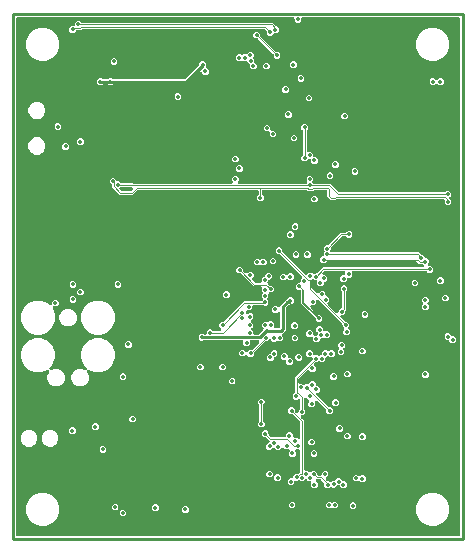
<source format=gbr>
G04 EAGLE Gerber RS-274X export*
G75*
%MOMM*%
%FSLAX34Y34*%
%LPD*%
%INCopper Layer 2*%
%IPPOS*%
%AMOC8*
5,1,8,0,0,1.08239X$1,22.5*%
G01*
%ADD10C,0.355600*%
%ADD11C,0.254000*%
%ADD12C,0.101600*%
%ADD13C,0.127000*%
%ADD14C,0.254000*%

G36*
X377308Y2556D02*
X377308Y2556D01*
X377427Y2563D01*
X377465Y2576D01*
X377506Y2581D01*
X377616Y2624D01*
X377729Y2661D01*
X377764Y2683D01*
X377801Y2698D01*
X377897Y2767D01*
X377998Y2831D01*
X378026Y2861D01*
X378059Y2884D01*
X378135Y2976D01*
X378216Y3063D01*
X378236Y3098D01*
X378261Y3129D01*
X378312Y3237D01*
X378370Y3341D01*
X378380Y3381D01*
X378397Y3417D01*
X378419Y3534D01*
X378449Y3649D01*
X378453Y3709D01*
X378457Y3729D01*
X378455Y3750D01*
X378459Y3810D01*
X378459Y440690D01*
X378444Y440808D01*
X378437Y440927D01*
X378424Y440965D01*
X378419Y441006D01*
X378376Y441116D01*
X378339Y441229D01*
X378317Y441264D01*
X378302Y441301D01*
X378233Y441397D01*
X378169Y441498D01*
X378139Y441526D01*
X378116Y441559D01*
X378024Y441635D01*
X377937Y441716D01*
X377902Y441736D01*
X377871Y441761D01*
X377763Y441812D01*
X377659Y441870D01*
X377619Y441880D01*
X377583Y441897D01*
X377466Y441919D01*
X377351Y441949D01*
X377291Y441953D01*
X377271Y441957D01*
X377250Y441955D01*
X377190Y441959D01*
X245364Y441959D01*
X245246Y441944D01*
X245127Y441937D01*
X245089Y441924D01*
X245048Y441919D01*
X244938Y441876D01*
X244825Y441839D01*
X244790Y441817D01*
X244753Y441802D01*
X244657Y441733D01*
X244556Y441669D01*
X244528Y441639D01*
X244495Y441616D01*
X244419Y441524D01*
X244338Y441437D01*
X244318Y441402D01*
X244293Y441371D01*
X244242Y441263D01*
X244184Y441159D01*
X244174Y441119D01*
X244157Y441083D01*
X244135Y440966D01*
X244105Y440851D01*
X244101Y440791D01*
X244097Y440771D01*
X244099Y440750D01*
X244095Y440690D01*
X244095Y439024D01*
X242458Y437387D01*
X240142Y437387D01*
X238505Y439024D01*
X238505Y440690D01*
X238490Y440808D01*
X238483Y440927D01*
X238470Y440965D01*
X238465Y441006D01*
X238422Y441116D01*
X238385Y441229D01*
X238363Y441264D01*
X238348Y441301D01*
X238279Y441397D01*
X238215Y441498D01*
X238185Y441526D01*
X238162Y441559D01*
X238070Y441635D01*
X237983Y441716D01*
X237948Y441736D01*
X237917Y441761D01*
X237809Y441812D01*
X237705Y441870D01*
X237665Y441880D01*
X237629Y441897D01*
X237512Y441919D01*
X237397Y441949D01*
X237337Y441953D01*
X237317Y441957D01*
X237296Y441955D01*
X237236Y441959D01*
X3810Y441959D01*
X3692Y441944D01*
X3573Y441937D01*
X3535Y441924D01*
X3494Y441919D01*
X3384Y441876D01*
X3271Y441839D01*
X3236Y441817D01*
X3199Y441802D01*
X3103Y441733D01*
X3002Y441669D01*
X2974Y441639D01*
X2941Y441616D01*
X2865Y441524D01*
X2784Y441437D01*
X2764Y441402D01*
X2739Y441371D01*
X2688Y441263D01*
X2630Y441159D01*
X2620Y441119D01*
X2603Y441083D01*
X2581Y440966D01*
X2551Y440851D01*
X2547Y440791D01*
X2543Y440771D01*
X2545Y440750D01*
X2541Y440690D01*
X2541Y3810D01*
X2556Y3692D01*
X2563Y3573D01*
X2576Y3535D01*
X2581Y3494D01*
X2624Y3384D01*
X2661Y3271D01*
X2683Y3236D01*
X2698Y3199D01*
X2767Y3103D01*
X2831Y3002D01*
X2861Y2974D01*
X2884Y2941D01*
X2976Y2865D01*
X3063Y2784D01*
X3098Y2764D01*
X3129Y2739D01*
X3237Y2688D01*
X3341Y2630D01*
X3381Y2620D01*
X3417Y2603D01*
X3534Y2581D01*
X3649Y2551D01*
X3709Y2547D01*
X3729Y2543D01*
X3750Y2545D01*
X3810Y2541D01*
X377190Y2541D01*
X377308Y2556D01*
G37*
%LPC*%
G36*
X281544Y172719D02*
X281544Y172719D01*
X279907Y174356D01*
X279907Y176672D01*
X280392Y177156D01*
X280465Y177250D01*
X280544Y177340D01*
X280562Y177376D01*
X280587Y177408D01*
X280634Y177517D01*
X280689Y177623D01*
X280697Y177662D01*
X280713Y177700D01*
X280732Y177817D01*
X280758Y177933D01*
X280757Y177974D01*
X280763Y178014D01*
X280752Y178132D01*
X280749Y178251D01*
X280737Y178290D01*
X280733Y178330D01*
X280693Y178442D01*
X280660Y178557D01*
X280640Y178592D01*
X280626Y178630D01*
X280559Y178728D01*
X280499Y178831D01*
X280459Y178876D01*
X280447Y178893D01*
X280432Y178906D01*
X280392Y178951D01*
X279145Y180198D01*
X279145Y181469D01*
X279133Y181567D01*
X279130Y181666D01*
X279113Y181724D01*
X279105Y181784D01*
X279069Y181876D01*
X279041Y181971D01*
X279011Y182024D01*
X278988Y182080D01*
X278930Y182160D01*
X278880Y182245D01*
X278814Y182321D01*
X278802Y182337D01*
X278792Y182345D01*
X278774Y182366D01*
X258832Y202307D01*
X258723Y202392D01*
X258616Y202481D01*
X258597Y202490D01*
X258581Y202502D01*
X258453Y202558D01*
X258328Y202617D01*
X258308Y202620D01*
X258289Y202629D01*
X258151Y202650D01*
X258015Y202676D01*
X257995Y202675D01*
X257975Y202678D01*
X257836Y202665D01*
X257698Y202657D01*
X257679Y202650D01*
X257659Y202649D01*
X257527Y202601D01*
X257396Y202559D01*
X257378Y202548D01*
X257359Y202541D01*
X257244Y202463D01*
X257127Y202388D01*
X257113Y202374D01*
X257096Y202362D01*
X257004Y202258D01*
X256909Y202157D01*
X256899Y202139D01*
X256886Y202124D01*
X256822Y202000D01*
X256755Y201878D01*
X256750Y201859D01*
X256741Y201841D01*
X256711Y201705D01*
X256676Y201570D01*
X256674Y201542D01*
X256671Y201530D01*
X256672Y201510D01*
X256666Y201410D01*
X256666Y199910D01*
X255029Y198273D01*
X253151Y198273D01*
X253013Y198256D01*
X252875Y198243D01*
X252855Y198236D01*
X252835Y198233D01*
X252706Y198182D01*
X252575Y198135D01*
X252558Y198124D01*
X252540Y198116D01*
X252427Y198035D01*
X252312Y197957D01*
X252299Y197941D01*
X252282Y197930D01*
X252193Y197822D01*
X252102Y197718D01*
X252092Y197700D01*
X252079Y197685D01*
X252020Y197559D01*
X251957Y197435D01*
X251953Y197415D01*
X251944Y197397D01*
X251918Y197261D01*
X251887Y197125D01*
X251888Y197104D01*
X251884Y197085D01*
X251893Y196946D01*
X251897Y196807D01*
X251903Y196787D01*
X251904Y196767D01*
X251947Y196635D01*
X251985Y196501D01*
X251996Y196484D01*
X252002Y196465D01*
X252077Y196347D01*
X252147Y196227D01*
X252166Y196206D01*
X252172Y196196D01*
X252187Y196182D01*
X252253Y196107D01*
X258249Y190110D01*
X258328Y190050D01*
X258400Y189982D01*
X258453Y189953D01*
X258501Y189916D01*
X258592Y189876D01*
X258678Y189828D01*
X258737Y189813D01*
X258793Y189789D01*
X258891Y189774D01*
X258986Y189749D01*
X259086Y189743D01*
X259107Y189739D01*
X259119Y189741D01*
X259147Y189739D01*
X260238Y189739D01*
X261875Y188102D01*
X261875Y185786D01*
X260238Y184149D01*
X257922Y184149D01*
X256285Y185786D01*
X256285Y186877D01*
X256273Y186975D01*
X256270Y187074D01*
X256253Y187133D01*
X256245Y187193D01*
X256209Y187285D01*
X256181Y187380D01*
X256151Y187432D01*
X256128Y187488D01*
X256070Y187568D01*
X256020Y187654D01*
X255954Y187729D01*
X255942Y187746D01*
X255932Y187753D01*
X255914Y187775D01*
X243966Y199722D01*
X243966Y210044D01*
X243954Y210142D01*
X243951Y210241D01*
X243934Y210299D01*
X243926Y210359D01*
X243890Y210451D01*
X243862Y210546D01*
X243832Y210599D01*
X243809Y210655D01*
X243751Y210735D01*
X243701Y210820D01*
X243664Y210863D01*
X243661Y210866D01*
X243657Y210871D01*
X243635Y210896D01*
X243623Y210912D01*
X243613Y210920D01*
X243595Y210941D01*
X243580Y210956D01*
X243502Y211016D01*
X243430Y211084D01*
X243386Y211108D01*
X243378Y211115D01*
X243370Y211119D01*
X243329Y211150D01*
X243238Y211190D01*
X243151Y211238D01*
X243093Y211253D01*
X243037Y211277D01*
X242939Y211292D01*
X242843Y211317D01*
X242743Y211323D01*
X242723Y211327D01*
X242711Y211325D01*
X242683Y211327D01*
X241412Y211327D01*
X239775Y212964D01*
X239775Y215280D01*
X241412Y216917D01*
X242316Y216917D01*
X242434Y216932D01*
X242553Y216939D01*
X242591Y216952D01*
X242632Y216957D01*
X242742Y217000D01*
X242855Y217037D01*
X242890Y217059D01*
X242927Y217074D01*
X243023Y217143D01*
X243124Y217207D01*
X243152Y217237D01*
X243185Y217260D01*
X243261Y217352D01*
X243342Y217439D01*
X243362Y217474D01*
X243387Y217505D01*
X243438Y217613D01*
X243496Y217717D01*
X243506Y217757D01*
X243523Y217793D01*
X243545Y217910D01*
X243575Y218025D01*
X243579Y218085D01*
X243583Y218105D01*
X243581Y218126D01*
X243585Y218186D01*
X243585Y219598D01*
X244841Y220854D01*
X244914Y220948D01*
X244993Y221037D01*
X245011Y221073D01*
X245036Y221105D01*
X245084Y221214D01*
X245138Y221320D01*
X245146Y221359D01*
X245162Y221397D01*
X245181Y221514D01*
X245207Y221630D01*
X245206Y221671D01*
X245212Y221711D01*
X245201Y221829D01*
X245198Y221948D01*
X245186Y221987D01*
X245183Y222027D01*
X245142Y222140D01*
X245109Y222254D01*
X245089Y222289D01*
X245075Y222327D01*
X245008Y222425D01*
X244948Y222528D01*
X244908Y222573D01*
X244896Y222590D01*
X244881Y222603D01*
X244841Y222649D01*
X226308Y241182D01*
X226230Y241242D01*
X226158Y241310D01*
X226105Y241339D01*
X226057Y241376D01*
X225966Y241416D01*
X225879Y241464D01*
X225821Y241479D01*
X225765Y241503D01*
X225667Y241518D01*
X225571Y241543D01*
X225471Y241549D01*
X225451Y241553D01*
X225439Y241551D01*
X225411Y241553D01*
X224140Y241553D01*
X222503Y243190D01*
X222503Y245506D01*
X224140Y247143D01*
X226456Y247143D01*
X228093Y245506D01*
X228093Y244235D01*
X228105Y244137D01*
X228108Y244038D01*
X228125Y243980D01*
X228133Y243920D01*
X228169Y243828D01*
X228197Y243733D01*
X228227Y243680D01*
X228250Y243624D01*
X228308Y243544D01*
X228358Y243459D01*
X228424Y243383D01*
X228436Y243367D01*
X228446Y243359D01*
X228464Y243338D01*
X247505Y224297D01*
X247600Y224224D01*
X247689Y224145D01*
X247725Y224127D01*
X247757Y224102D01*
X247866Y224054D01*
X247972Y224000D01*
X248011Y223992D01*
X248049Y223976D01*
X248166Y223957D01*
X248282Y223931D01*
X248323Y223932D01*
X248363Y223926D01*
X248481Y223937D01*
X248600Y223940D01*
X248639Y223952D01*
X248679Y223955D01*
X248791Y223996D01*
X248906Y224029D01*
X248940Y224049D01*
X248979Y224063D01*
X249077Y224130D01*
X249180Y224190D01*
X249225Y224230D01*
X249242Y224242D01*
X249255Y224257D01*
X249300Y224297D01*
X250810Y225807D01*
X253126Y225807D01*
X253747Y225185D01*
X253841Y225112D01*
X253931Y225033D01*
X253967Y225015D01*
X253999Y224990D01*
X254108Y224943D01*
X254214Y224888D01*
X254253Y224880D01*
X254291Y224864D01*
X254408Y224845D01*
X254524Y224819D01*
X254565Y224820D01*
X254605Y224814D01*
X254723Y224825D01*
X254842Y224828D01*
X254881Y224840D01*
X254921Y224844D01*
X255034Y224884D01*
X255148Y224917D01*
X255182Y224937D01*
X255221Y224951D01*
X255319Y225018D01*
X255331Y225025D01*
X256653Y225025D01*
X256751Y225037D01*
X256850Y225040D01*
X256908Y225057D01*
X256968Y225065D01*
X257060Y225101D01*
X257155Y225129D01*
X257208Y225159D01*
X257264Y225182D01*
X257344Y225240D01*
X257429Y225290D01*
X257505Y225356D01*
X257521Y225368D01*
X257529Y225378D01*
X257550Y225396D01*
X262278Y230125D01*
X347059Y230125D01*
X347197Y230142D01*
X347335Y230155D01*
X347354Y230162D01*
X347374Y230165D01*
X347504Y230216D01*
X347634Y230263D01*
X347651Y230274D01*
X347670Y230282D01*
X347782Y230363D01*
X347897Y230441D01*
X347911Y230457D01*
X347927Y230468D01*
X348016Y230576D01*
X348108Y230680D01*
X348117Y230698D01*
X348130Y230713D01*
X348189Y230839D01*
X348253Y230963D01*
X348257Y230983D01*
X348266Y231001D01*
X348292Y231138D01*
X348322Y231273D01*
X348322Y231294D01*
X348325Y231313D01*
X348317Y231452D01*
X348313Y231591D01*
X348307Y231611D01*
X348306Y231631D01*
X348263Y231763D01*
X348224Y231897D01*
X348214Y231914D01*
X348208Y231933D01*
X348133Y232051D01*
X348063Y232171D01*
X348044Y232192D01*
X348037Y232202D01*
X348022Y232216D01*
X347956Y232291D01*
X347194Y233054D01*
X347116Y233114D01*
X347044Y233182D01*
X346991Y233211D01*
X346943Y233248D01*
X346852Y233288D01*
X346765Y233336D01*
X346707Y233351D01*
X346651Y233375D01*
X346553Y233390D01*
X346457Y233415D01*
X346357Y233421D01*
X346337Y233425D01*
X346325Y233423D01*
X346297Y233425D01*
X343949Y233425D01*
X342542Y234832D01*
X342464Y234892D01*
X342392Y234960D01*
X342339Y234989D01*
X342291Y235026D01*
X342200Y235066D01*
X342114Y235114D01*
X342055Y235129D01*
X341999Y235153D01*
X341901Y235168D01*
X341806Y235193D01*
X341706Y235199D01*
X341685Y235203D01*
X341673Y235201D01*
X341645Y235203D01*
X266097Y235203D01*
X265999Y235191D01*
X265900Y235188D01*
X265842Y235171D01*
X265782Y235163D01*
X265690Y235127D01*
X265595Y235099D01*
X265542Y235069D01*
X265486Y235046D01*
X265406Y234988D01*
X265321Y234938D01*
X265245Y234872D01*
X265229Y234860D01*
X265221Y234850D01*
X265200Y234832D01*
X264302Y233933D01*
X261986Y233933D01*
X260349Y235570D01*
X260349Y237886D01*
X261986Y239523D01*
X262156Y239523D01*
X262274Y239538D01*
X262393Y239545D01*
X262432Y239558D01*
X262472Y239563D01*
X262582Y239606D01*
X262696Y239643D01*
X262730Y239665D01*
X262767Y239680D01*
X262864Y239749D01*
X262964Y239813D01*
X262992Y239843D01*
X263025Y239866D01*
X263101Y239958D01*
X263182Y240045D01*
X263202Y240080D01*
X263228Y240111D01*
X263278Y240219D01*
X263336Y240323D01*
X263346Y240363D01*
X263363Y240399D01*
X263385Y240516D01*
X263415Y240631D01*
X263419Y240691D01*
X263423Y240711D01*
X263422Y240732D01*
X263425Y240792D01*
X263425Y242458D01*
X263769Y242801D01*
X263842Y242896D01*
X263921Y242985D01*
X263930Y243003D01*
X263942Y243018D01*
X263951Y243035D01*
X263964Y243053D01*
X264012Y243162D01*
X264066Y243268D01*
X264070Y243289D01*
X264078Y243305D01*
X264081Y243324D01*
X264091Y243345D01*
X264109Y243462D01*
X264135Y243578D01*
X264135Y243601D01*
X264138Y243618D01*
X264137Y243635D01*
X264140Y243659D01*
X264129Y243777D01*
X264126Y243896D01*
X264119Y243919D01*
X264118Y243935D01*
X264113Y243951D01*
X264111Y243975D01*
X264070Y244087D01*
X264037Y244202D01*
X264025Y244223D01*
X264020Y244238D01*
X264011Y244251D01*
X264003Y244275D01*
X263936Y244373D01*
X263876Y244476D01*
X263853Y244501D01*
X263850Y244506D01*
X263842Y244513D01*
X263836Y244521D01*
X263824Y244538D01*
X263809Y244551D01*
X263769Y244596D01*
X263397Y244968D01*
X263397Y247284D01*
X265034Y248921D01*
X266305Y248921D01*
X266403Y248933D01*
X266502Y248936D01*
X266560Y248953D01*
X266620Y248961D01*
X266712Y248997D01*
X266807Y249025D01*
X266860Y249055D01*
X266916Y249078D01*
X266996Y249136D01*
X267081Y249186D01*
X267157Y249252D01*
X267173Y249264D01*
X267181Y249274D01*
X267202Y249292D01*
X277498Y259589D01*
X281781Y259589D01*
X281879Y259601D01*
X281978Y259604D01*
X282036Y259621D01*
X282096Y259629D01*
X282188Y259665D01*
X282283Y259693D01*
X282336Y259723D01*
X282392Y259746D01*
X282472Y259804D01*
X282557Y259854D01*
X282633Y259920D01*
X282649Y259932D01*
X282657Y259942D01*
X282678Y259961D01*
X283576Y260859D01*
X285892Y260859D01*
X287529Y259222D01*
X287529Y256906D01*
X285892Y255269D01*
X283576Y255269D01*
X282678Y256167D01*
X282600Y256228D01*
X282528Y256296D01*
X282475Y256325D01*
X282427Y256362D01*
X282336Y256402D01*
X282249Y256450D01*
X282191Y256465D01*
X282135Y256489D01*
X282037Y256504D01*
X281941Y256529D01*
X281841Y256535D01*
X281821Y256539D01*
X281809Y256537D01*
X281781Y256539D01*
X279287Y256539D01*
X279189Y256527D01*
X279090Y256524D01*
X279032Y256507D01*
X278972Y256499D01*
X278880Y256463D01*
X278785Y256435D01*
X278732Y256405D01*
X278676Y256382D01*
X278596Y256324D01*
X278511Y256274D01*
X278435Y256208D01*
X278419Y256196D01*
X278411Y256186D01*
X278390Y256168D01*
X269358Y247136D01*
X269298Y247058D01*
X269230Y246986D01*
X269207Y246945D01*
X269185Y246917D01*
X269178Y246904D01*
X269164Y246885D01*
X269124Y246794D01*
X269076Y246707D01*
X269065Y246664D01*
X269049Y246630D01*
X269046Y246613D01*
X269037Y246593D01*
X269022Y246495D01*
X268997Y246399D01*
X268993Y246336D01*
X268989Y246317D01*
X268990Y246299D01*
X268987Y246279D01*
X268989Y246267D01*
X268987Y246239D01*
X268987Y244962D01*
X268925Y244882D01*
X268836Y244775D01*
X268827Y244756D01*
X268815Y244740D01*
X268760Y244612D01*
X268700Y244487D01*
X268697Y244467D01*
X268689Y244448D01*
X268667Y244311D01*
X268641Y244174D01*
X268642Y244154D01*
X268639Y244134D01*
X268652Y243996D01*
X268660Y243857D01*
X268667Y243838D01*
X268668Y243818D01*
X268716Y243686D01*
X268758Y243555D01*
X268769Y243538D01*
X268776Y243518D01*
X268854Y243403D01*
X268929Y243286D01*
X268943Y243272D01*
X268955Y243255D01*
X269059Y243163D01*
X269160Y243068D01*
X269178Y243058D01*
X269193Y243045D01*
X269317Y242981D01*
X269439Y242914D01*
X269458Y242909D01*
X269476Y242900D01*
X269612Y242870D01*
X269747Y242835D01*
X269775Y242833D01*
X269787Y242830D01*
X269807Y242831D01*
X269907Y242825D01*
X343532Y242825D01*
X344938Y241418D01*
X345016Y241358D01*
X345088Y241290D01*
X345141Y241261D01*
X345189Y241224D01*
X345280Y241184D01*
X345367Y241136D01*
X345425Y241121D01*
X345481Y241097D01*
X345579Y241082D01*
X345675Y241057D01*
X345775Y241051D01*
X345795Y241047D01*
X345807Y241049D01*
X345835Y241047D01*
X347106Y241047D01*
X348743Y239410D01*
X348743Y239014D01*
X348758Y238896D01*
X348765Y238777D01*
X348778Y238739D01*
X348783Y238698D01*
X348826Y238588D01*
X348863Y238475D01*
X348885Y238440D01*
X348900Y238403D01*
X348969Y238307D01*
X349033Y238206D01*
X349063Y238178D01*
X349086Y238145D01*
X349178Y238069D01*
X349265Y237988D01*
X349300Y237968D01*
X349331Y237943D01*
X349439Y237892D01*
X349543Y237834D01*
X349583Y237824D01*
X349619Y237807D01*
X349736Y237785D01*
X349851Y237755D01*
X349911Y237751D01*
X349931Y237747D01*
X349952Y237749D01*
X350012Y237745D01*
X350408Y237745D01*
X352045Y236108D01*
X352045Y233792D01*
X351814Y233562D01*
X351729Y233452D01*
X351640Y233345D01*
X351631Y233326D01*
X351619Y233310D01*
X351563Y233182D01*
X351504Y233057D01*
X351501Y233037D01*
X351493Y233018D01*
X351471Y232880D01*
X351445Y232744D01*
X351446Y232724D01*
X351443Y232704D01*
X351456Y232565D01*
X351464Y232427D01*
X351471Y232408D01*
X351472Y232388D01*
X351520Y232257D01*
X351562Y232125D01*
X351573Y232107D01*
X351580Y232088D01*
X351658Y231974D01*
X351733Y231856D01*
X351747Y231842D01*
X351759Y231825D01*
X351863Y231733D01*
X351964Y231638D01*
X351982Y231628D01*
X351997Y231615D01*
X352121Y231552D01*
X352243Y231484D01*
X352262Y231479D01*
X352280Y231470D01*
X352416Y231440D01*
X352551Y231405D01*
X352579Y231403D01*
X352591Y231400D01*
X352611Y231401D01*
X352711Y231395D01*
X354218Y231395D01*
X355855Y229758D01*
X355855Y227442D01*
X354218Y225805D01*
X351902Y225805D01*
X351004Y226704D01*
X350926Y226764D01*
X350854Y226832D01*
X350801Y226861D01*
X350753Y226898D01*
X350662Y226938D01*
X350575Y226986D01*
X350517Y227001D01*
X350461Y227025D01*
X350363Y227040D01*
X350267Y227065D01*
X350167Y227071D01*
X350147Y227075D01*
X350135Y227073D01*
X350107Y227075D01*
X288290Y227075D01*
X288172Y227060D01*
X288053Y227053D01*
X288015Y227040D01*
X287974Y227035D01*
X287864Y226992D01*
X287751Y226955D01*
X287716Y226933D01*
X287679Y226918D01*
X287583Y226849D01*
X287482Y226785D01*
X287454Y226755D01*
X287421Y226732D01*
X287345Y226640D01*
X287264Y226553D01*
X287244Y226518D01*
X287219Y226487D01*
X287168Y226379D01*
X287110Y226275D01*
X287100Y226235D01*
X287083Y226199D01*
X287061Y226082D01*
X287031Y225967D01*
X287027Y225907D01*
X287023Y225887D01*
X287025Y225866D01*
X287021Y225806D01*
X287021Y223124D01*
X285384Y221487D01*
X284226Y221487D01*
X284108Y221472D01*
X283989Y221465D01*
X283951Y221452D01*
X283910Y221447D01*
X283800Y221404D01*
X283687Y221367D01*
X283652Y221345D01*
X283615Y221330D01*
X283519Y221261D01*
X283418Y221197D01*
X283390Y221167D01*
X283357Y221144D01*
X283281Y221052D01*
X283200Y220965D01*
X283180Y220930D01*
X283155Y220899D01*
X283104Y220791D01*
X283046Y220687D01*
X283036Y220647D01*
X283019Y220611D01*
X282997Y220494D01*
X282967Y220379D01*
X282963Y220319D01*
X282959Y220299D01*
X282961Y220278D01*
X282957Y220218D01*
X282957Y219568D01*
X281320Y217931D01*
X279004Y217931D01*
X277367Y219568D01*
X277367Y221884D01*
X279004Y223521D01*
X280162Y223521D01*
X280280Y223536D01*
X280399Y223543D01*
X280437Y223556D01*
X280478Y223561D01*
X280588Y223604D01*
X280701Y223641D01*
X280736Y223663D01*
X280773Y223678D01*
X280869Y223747D01*
X280970Y223811D01*
X280998Y223841D01*
X281031Y223864D01*
X281107Y223956D01*
X281188Y224043D01*
X281208Y224078D01*
X281233Y224109D01*
X281284Y224217D01*
X281342Y224321D01*
X281352Y224361D01*
X281369Y224397D01*
X281391Y224514D01*
X281421Y224629D01*
X281425Y224689D01*
X281429Y224709D01*
X281427Y224730D01*
X281431Y224790D01*
X281431Y225806D01*
X281416Y225924D01*
X281409Y226043D01*
X281396Y226081D01*
X281391Y226122D01*
X281348Y226232D01*
X281311Y226345D01*
X281289Y226380D01*
X281274Y226417D01*
X281205Y226513D01*
X281141Y226614D01*
X281111Y226642D01*
X281088Y226675D01*
X280996Y226751D01*
X280909Y226832D01*
X280874Y226852D01*
X280843Y226877D01*
X280735Y226928D01*
X280631Y226986D01*
X280591Y226996D01*
X280555Y227013D01*
X280438Y227035D01*
X280323Y227065D01*
X280263Y227069D01*
X280243Y227073D01*
X280222Y227071D01*
X280162Y227075D01*
X264067Y227075D01*
X263969Y227063D01*
X263870Y227060D01*
X263812Y227043D01*
X263752Y227035D01*
X263660Y226999D01*
X263565Y226971D01*
X263512Y226941D01*
X263456Y226918D01*
X263376Y226860D01*
X263291Y226810D01*
X263215Y226744D01*
X263199Y226732D01*
X263191Y226722D01*
X263170Y226704D01*
X262408Y225941D01*
X262323Y225832D01*
X262234Y225725D01*
X262225Y225706D01*
X262213Y225690D01*
X262157Y225562D01*
X262098Y225437D01*
X262095Y225417D01*
X262086Y225398D01*
X262065Y225260D01*
X262039Y225124D01*
X262040Y225104D01*
X262037Y225084D01*
X262050Y224945D01*
X262058Y224807D01*
X262065Y224788D01*
X262066Y224768D01*
X262114Y224637D01*
X262156Y224505D01*
X262167Y224487D01*
X262174Y224468D01*
X262252Y224354D01*
X262327Y224236D01*
X262341Y224222D01*
X262353Y224205D01*
X262457Y224113D01*
X262558Y224018D01*
X262576Y224008D01*
X262591Y223995D01*
X262715Y223932D01*
X262837Y223864D01*
X262856Y223859D01*
X262874Y223850D01*
X263010Y223820D01*
X263145Y223785D01*
X263173Y223783D01*
X263185Y223780D01*
X263205Y223781D01*
X263305Y223775D01*
X264302Y223775D01*
X265939Y222138D01*
X265939Y219822D01*
X264286Y218170D01*
X264177Y218163D01*
X264139Y218150D01*
X264098Y218145D01*
X263988Y218102D01*
X263875Y218065D01*
X263840Y218043D01*
X263803Y218028D01*
X263707Y217959D01*
X263606Y217895D01*
X263578Y217865D01*
X263545Y217842D01*
X263469Y217750D01*
X263388Y217663D01*
X263368Y217628D01*
X263343Y217597D01*
X263292Y217489D01*
X263234Y217385D01*
X263224Y217345D01*
X263207Y217309D01*
X263185Y217192D01*
X263155Y217077D01*
X263151Y217016D01*
X263147Y216997D01*
X263149Y216976D01*
X263145Y216916D01*
X263145Y216012D01*
X261508Y214375D01*
X259192Y214375D01*
X257555Y216012D01*
X257555Y218166D01*
X257540Y218284D01*
X257533Y218403D01*
X257520Y218441D01*
X257515Y218482D01*
X257472Y218592D01*
X257435Y218705D01*
X257413Y218740D01*
X257398Y218777D01*
X257329Y218873D01*
X257265Y218974D01*
X257235Y219002D01*
X257212Y219035D01*
X257120Y219111D01*
X257033Y219192D01*
X256998Y219212D01*
X256967Y219237D01*
X256859Y219288D01*
X256755Y219346D01*
X256715Y219356D01*
X256679Y219373D01*
X256562Y219395D01*
X256447Y219425D01*
X256387Y219429D01*
X256367Y219433D01*
X256346Y219431D01*
X256286Y219435D01*
X255382Y219435D01*
X254897Y219920D01*
X254788Y220005D01*
X254681Y220094D01*
X254662Y220103D01*
X254646Y220115D01*
X254518Y220170D01*
X254393Y220230D01*
X254373Y220233D01*
X254354Y220241D01*
X254216Y220263D01*
X254080Y220289D01*
X254060Y220288D01*
X254040Y220291D01*
X253901Y220278D01*
X253763Y220270D01*
X253744Y220263D01*
X253724Y220262D01*
X253593Y220214D01*
X253461Y220172D01*
X253443Y220161D01*
X253424Y220154D01*
X253310Y220076D01*
X253192Y220001D01*
X253178Y219987D01*
X253161Y219975D01*
X253069Y219871D01*
X252974Y219770D01*
X252964Y219752D01*
X252951Y219737D01*
X252888Y219613D01*
X252820Y219491D01*
X252815Y219472D01*
X252806Y219454D01*
X252776Y219318D01*
X252741Y219183D01*
X252739Y219155D01*
X252736Y219143D01*
X252737Y219123D01*
X252731Y219023D01*
X252731Y213247D01*
X252743Y213149D01*
X252746Y213050D01*
X252763Y212992D01*
X252771Y212932D01*
X252807Y212840D01*
X252835Y212745D01*
X252861Y212699D01*
X252862Y212697D01*
X252866Y212691D01*
X252888Y212636D01*
X252946Y212556D01*
X252996Y212471D01*
X253029Y212433D01*
X253032Y212428D01*
X253039Y212421D01*
X253062Y212395D01*
X253074Y212379D01*
X253084Y212371D01*
X253102Y212350D01*
X257157Y208295D01*
X257252Y208222D01*
X257341Y208143D01*
X257377Y208125D01*
X257409Y208100D01*
X257518Y208052D01*
X257624Y207998D01*
X257663Y207990D01*
X257701Y207974D01*
X257818Y207955D01*
X257934Y207929D01*
X257975Y207930D01*
X258015Y207924D01*
X258133Y207935D01*
X258252Y207938D01*
X258291Y207950D01*
X258331Y207953D01*
X258443Y207994D01*
X258558Y208027D01*
X258592Y208047D01*
X258631Y208061D01*
X258729Y208128D01*
X258832Y208188D01*
X258877Y208228D01*
X258894Y208240D01*
X258907Y208255D01*
X258952Y208295D01*
X260716Y210059D01*
X263032Y210059D01*
X264669Y208422D01*
X264669Y207010D01*
X264684Y206892D01*
X264691Y206773D01*
X264704Y206735D01*
X264709Y206694D01*
X264753Y206583D01*
X264789Y206471D01*
X264811Y206436D01*
X264826Y206399D01*
X264895Y206303D01*
X264959Y206202D01*
X264989Y206174D01*
X265012Y206141D01*
X265104Y206065D01*
X265191Y205984D01*
X265226Y205964D01*
X265257Y205939D01*
X265365Y205888D01*
X265469Y205830D01*
X265509Y205820D01*
X265545Y205803D01*
X265662Y205781D01*
X265777Y205751D01*
X265837Y205747D01*
X265857Y205743D01*
X265878Y205745D01*
X265938Y205741D01*
X266334Y205741D01*
X267971Y204104D01*
X267971Y201788D01*
X266715Y200532D01*
X266642Y200438D01*
X266563Y200349D01*
X266545Y200313D01*
X266520Y200281D01*
X266473Y200172D01*
X266418Y200066D01*
X266410Y200027D01*
X266394Y199989D01*
X266375Y199872D01*
X266349Y199756D01*
X266350Y199715D01*
X266344Y199675D01*
X266355Y199557D01*
X266358Y199438D01*
X266370Y199399D01*
X266373Y199359D01*
X266414Y199246D01*
X266447Y199132D01*
X266467Y199097D01*
X266481Y199059D01*
X266548Y198961D01*
X266608Y198858D01*
X266648Y198813D01*
X266660Y198796D01*
X266675Y198783D01*
X266715Y198737D01*
X273677Y191776D01*
X273786Y191691D01*
X273893Y191602D01*
X273912Y191593D01*
X273928Y191581D01*
X274056Y191525D01*
X274181Y191466D01*
X274201Y191463D01*
X274220Y191454D01*
X274358Y191433D01*
X274494Y191407D01*
X274514Y191408D01*
X274534Y191405D01*
X274673Y191418D01*
X274811Y191426D01*
X274830Y191433D01*
X274850Y191434D01*
X274982Y191482D01*
X275113Y191524D01*
X275131Y191535D01*
X275150Y191542D01*
X275265Y191620D01*
X275382Y191695D01*
X275396Y191709D01*
X275413Y191721D01*
X275505Y191825D01*
X275600Y191926D01*
X275610Y191944D01*
X275623Y191959D01*
X275687Y192083D01*
X275754Y192205D01*
X275759Y192224D01*
X275768Y192242D01*
X275798Y192378D01*
X275833Y192513D01*
X275835Y192541D01*
X275838Y192553D01*
X275837Y192573D01*
X275843Y192673D01*
X275843Y193944D01*
X277480Y195581D01*
X277622Y195581D01*
X277740Y195596D01*
X277859Y195603D01*
X277897Y195616D01*
X277938Y195621D01*
X278048Y195664D01*
X278161Y195701D01*
X278196Y195723D01*
X278233Y195738D01*
X278329Y195807D01*
X278430Y195871D01*
X278458Y195901D01*
X278491Y195924D01*
X278567Y196016D01*
X278648Y196103D01*
X278668Y196138D01*
X278693Y196169D01*
X278744Y196277D01*
X278802Y196381D01*
X278812Y196421D01*
X278829Y196457D01*
X278851Y196574D01*
X278881Y196689D01*
X278885Y196749D01*
X278889Y196769D01*
X278887Y196790D01*
X278891Y196850D01*
X278891Y209137D01*
X278879Y209235D01*
X278876Y209334D01*
X278859Y209392D01*
X278851Y209452D01*
X278815Y209544D01*
X278787Y209639D01*
X278757Y209692D01*
X278734Y209748D01*
X278676Y209828D01*
X278626Y209913D01*
X278560Y209989D01*
X278548Y210005D01*
X278538Y210013D01*
X278520Y210034D01*
X277621Y210932D01*
X277621Y213248D01*
X279258Y214885D01*
X281574Y214885D01*
X283211Y213248D01*
X283211Y210932D01*
X282312Y210034D01*
X282252Y209956D01*
X282184Y209884D01*
X282155Y209831D01*
X282118Y209783D01*
X282078Y209692D01*
X282030Y209605D01*
X282015Y209547D01*
X281991Y209491D01*
X281976Y209393D01*
X281951Y209297D01*
X281945Y209197D01*
X281941Y209177D01*
X281943Y209165D01*
X281941Y209137D01*
X281941Y193932D01*
X281804Y193796D01*
X281744Y193718D01*
X281676Y193646D01*
X281647Y193593D01*
X281610Y193545D01*
X281570Y193454D01*
X281522Y193367D01*
X281507Y193309D01*
X281483Y193253D01*
X281468Y193155D01*
X281443Y193059D01*
X281437Y192959D01*
X281433Y192939D01*
X281435Y192927D01*
X281433Y192899D01*
X281433Y191628D01*
X279796Y189991D01*
X278525Y189991D01*
X278388Y189974D01*
X278249Y189961D01*
X278230Y189954D01*
X278210Y189951D01*
X278081Y189900D01*
X277950Y189853D01*
X277933Y189842D01*
X277914Y189834D01*
X277802Y189753D01*
X277686Y189675D01*
X277673Y189659D01*
X277657Y189648D01*
X277568Y189540D01*
X277476Y189436D01*
X277467Y189418D01*
X277454Y189403D01*
X277395Y189277D01*
X277331Y189153D01*
X277327Y189133D01*
X277318Y189115D01*
X277292Y188979D01*
X277262Y188843D01*
X277262Y188822D01*
X277259Y188803D01*
X277267Y188664D01*
X277271Y188525D01*
X277277Y188505D01*
X277278Y188485D01*
X277321Y188353D01*
X277360Y188219D01*
X277370Y188202D01*
X277376Y188183D01*
X277451Y188065D01*
X277521Y187945D01*
X277540Y187924D01*
X277547Y187914D01*
X277562Y187900D01*
X277628Y187825D01*
X280930Y184522D01*
X281008Y184462D01*
X281080Y184394D01*
X281133Y184365D01*
X281181Y184328D01*
X281272Y184288D01*
X281359Y184240D01*
X281417Y184225D01*
X281473Y184201D01*
X281571Y184186D01*
X281667Y184161D01*
X281767Y184155D01*
X281787Y184151D01*
X281799Y184153D01*
X281827Y184151D01*
X283098Y184151D01*
X284735Y182514D01*
X284735Y180198D01*
X284250Y179713D01*
X284177Y179619D01*
X284098Y179530D01*
X284080Y179494D01*
X284055Y179462D01*
X284008Y179353D01*
X283953Y179247D01*
X283945Y179208D01*
X283929Y179170D01*
X283910Y179053D01*
X283884Y178937D01*
X283885Y178896D01*
X283879Y178856D01*
X283890Y178738D01*
X283893Y178619D01*
X283905Y178580D01*
X283909Y178540D01*
X283949Y178428D01*
X283982Y178313D01*
X284002Y178278D01*
X284016Y178240D01*
X284083Y178142D01*
X284143Y178039D01*
X284183Y177994D01*
X284195Y177977D01*
X284210Y177964D01*
X284250Y177918D01*
X285497Y176672D01*
X285497Y174356D01*
X283860Y172719D01*
X281544Y172719D01*
G37*
%LPD*%
%LPC*%
G36*
X367142Y282701D02*
X367142Y282701D01*
X365505Y284338D01*
X365505Y286766D01*
X365490Y286884D01*
X365483Y287003D01*
X365470Y287041D01*
X365465Y287082D01*
X365422Y287192D01*
X365385Y287305D01*
X365363Y287340D01*
X365348Y287377D01*
X365279Y287473D01*
X365215Y287574D01*
X365185Y287602D01*
X365162Y287635D01*
X365070Y287711D01*
X364983Y287792D01*
X364948Y287812D01*
X364917Y287837D01*
X364809Y287888D01*
X364705Y287946D01*
X364665Y287956D01*
X364629Y287973D01*
X364512Y287995D01*
X364397Y288025D01*
X364337Y288029D01*
X364317Y288033D01*
X364296Y288031D01*
X364236Y288035D01*
X274686Y288035D01*
X274588Y288023D01*
X274489Y288020D01*
X274431Y288003D01*
X274371Y287995D01*
X274278Y287959D01*
X274183Y287931D01*
X274131Y287901D01*
X274075Y287878D01*
X273995Y287820D01*
X273909Y287770D01*
X273834Y287704D01*
X273818Y287692D01*
X273810Y287682D01*
X273789Y287664D01*
X273144Y287019D01*
X269146Y287019D01*
X266318Y289847D01*
X266318Y294770D01*
X266303Y294888D01*
X266296Y295007D01*
X266283Y295045D01*
X266278Y295086D01*
X266235Y295196D01*
X266198Y295309D01*
X266176Y295344D01*
X266161Y295381D01*
X266092Y295477D01*
X266028Y295578D01*
X265998Y295606D01*
X265975Y295639D01*
X265883Y295715D01*
X265796Y295796D01*
X265761Y295816D01*
X265730Y295841D01*
X265622Y295892D01*
X265518Y295950D01*
X265478Y295960D01*
X265442Y295977D01*
X265325Y295999D01*
X265210Y296029D01*
X265150Y296033D01*
X265130Y296037D01*
X265109Y296035D01*
X265049Y296039D01*
X255587Y296039D01*
X255489Y296027D01*
X255390Y296024D01*
X255332Y296007D01*
X255272Y295999D01*
X255179Y295963D01*
X255084Y295935D01*
X255032Y295905D01*
X254976Y295882D01*
X254896Y295824D01*
X254810Y295774D01*
X254735Y295708D01*
X254719Y295696D01*
X254711Y295686D01*
X254690Y295668D01*
X253791Y294769D01*
X249793Y294769D01*
X248894Y295668D01*
X248816Y295728D01*
X248744Y295796D01*
X248691Y295825D01*
X248643Y295862D01*
X248552Y295902D01*
X248466Y295950D01*
X248407Y295965D01*
X248351Y295989D01*
X248253Y296004D01*
X248158Y296029D01*
X248058Y296035D01*
X248037Y296039D01*
X248025Y296037D01*
X247997Y296039D01*
X212344Y296039D01*
X212226Y296024D01*
X212107Y296017D01*
X212069Y296004D01*
X212028Y295999D01*
X211918Y295956D01*
X211805Y295919D01*
X211770Y295897D01*
X211733Y295882D01*
X211637Y295813D01*
X211536Y295749D01*
X211508Y295719D01*
X211475Y295696D01*
X211399Y295604D01*
X211318Y295517D01*
X211298Y295482D01*
X211273Y295451D01*
X211222Y295343D01*
X211164Y295239D01*
X211154Y295199D01*
X211137Y295163D01*
X211115Y295046D01*
X211085Y294931D01*
X211081Y294871D01*
X211077Y294851D01*
X211079Y294830D01*
X211075Y294770D01*
X211075Y292005D01*
X211087Y291907D01*
X211090Y291808D01*
X211107Y291750D01*
X211115Y291690D01*
X211151Y291598D01*
X211179Y291503D01*
X211209Y291450D01*
X211232Y291394D01*
X211290Y291314D01*
X211340Y291229D01*
X211406Y291153D01*
X211418Y291137D01*
X211428Y291129D01*
X211446Y291108D01*
X212345Y290210D01*
X212345Y287894D01*
X210708Y286257D01*
X208392Y286257D01*
X206755Y287894D01*
X206755Y290210D01*
X207654Y291108D01*
X207714Y291186D01*
X207782Y291258D01*
X207811Y291311D01*
X207848Y291359D01*
X207888Y291450D01*
X207936Y291537D01*
X207951Y291595D01*
X207975Y291651D01*
X207990Y291749D01*
X208015Y291845D01*
X208021Y291945D01*
X208025Y291965D01*
X208023Y291977D01*
X208025Y292005D01*
X208025Y294770D01*
X208010Y294888D01*
X208003Y295007D01*
X207990Y295045D01*
X207985Y295086D01*
X207942Y295196D01*
X207905Y295309D01*
X207883Y295344D01*
X207868Y295381D01*
X207799Y295477D01*
X207735Y295578D01*
X207705Y295606D01*
X207682Y295639D01*
X207590Y295715D01*
X207503Y295796D01*
X207468Y295816D01*
X207437Y295841D01*
X207329Y295892D01*
X207225Y295950D01*
X207185Y295960D01*
X207149Y295977D01*
X207032Y295999D01*
X206917Y296029D01*
X206857Y296033D01*
X206837Y296037D01*
X206816Y296035D01*
X206756Y296039D01*
X106287Y296039D01*
X106189Y296027D01*
X106090Y296024D01*
X106032Y296007D01*
X105972Y295999D01*
X105879Y295963D01*
X105784Y295935D01*
X105732Y295905D01*
X105676Y295882D01*
X105596Y295824D01*
X105510Y295774D01*
X105435Y295708D01*
X105419Y295696D01*
X105411Y295686D01*
X105390Y295668D01*
X101628Y291906D01*
X90448Y291906D01*
X84073Y298281D01*
X84073Y299561D01*
X84061Y299659D01*
X84058Y299758D01*
X84051Y299782D01*
X84050Y299785D01*
X84041Y299816D01*
X84033Y299876D01*
X83997Y299968D01*
X83969Y300063D01*
X83939Y300116D01*
X83916Y300172D01*
X83858Y300252D01*
X83808Y300337D01*
X83742Y300413D01*
X83730Y300429D01*
X83720Y300437D01*
X83702Y300458D01*
X82041Y302118D01*
X82041Y304434D01*
X83678Y306071D01*
X85994Y306071D01*
X87631Y304434D01*
X87631Y304344D01*
X87646Y304226D01*
X87653Y304107D01*
X87666Y304069D01*
X87671Y304028D01*
X87714Y303918D01*
X87751Y303805D01*
X87773Y303770D01*
X87788Y303733D01*
X87857Y303637D01*
X87921Y303536D01*
X87951Y303508D01*
X87974Y303475D01*
X88066Y303399D01*
X88153Y303318D01*
X88188Y303298D01*
X88219Y303273D01*
X88327Y303222D01*
X88431Y303164D01*
X88471Y303154D01*
X88507Y303137D01*
X88624Y303115D01*
X88739Y303085D01*
X88799Y303081D01*
X88819Y303077D01*
X88840Y303079D01*
X88900Y303075D01*
X90058Y303075D01*
X90956Y302177D01*
X91034Y302116D01*
X91106Y302048D01*
X91159Y302019D01*
X91207Y301982D01*
X91298Y301942D01*
X91385Y301894D01*
X91443Y301879D01*
X91499Y301855D01*
X91597Y301840D01*
X91693Y301815D01*
X91793Y301809D01*
X91813Y301805D01*
X91825Y301807D01*
X91853Y301805D01*
X92041Y301805D01*
X92043Y301803D01*
X92096Y301774D01*
X92144Y301737D01*
X92235Y301697D01*
X92322Y301650D01*
X92380Y301634D01*
X92436Y301610D01*
X92534Y301595D01*
X92630Y301570D01*
X92730Y301564D01*
X92750Y301560D01*
X92762Y301562D01*
X92790Y301560D01*
X101628Y301560D01*
X101696Y301492D01*
X101774Y301432D01*
X101846Y301364D01*
X101899Y301335D01*
X101947Y301298D01*
X102038Y301258D01*
X102125Y301210D01*
X102183Y301195D01*
X102239Y301171D01*
X102337Y301156D01*
X102433Y301131D01*
X102533Y301125D01*
X102553Y301121D01*
X102565Y301123D01*
X102593Y301121D01*
X185385Y301121D01*
X185523Y301138D01*
X185661Y301151D01*
X185680Y301158D01*
X185700Y301161D01*
X185829Y301212D01*
X185960Y301259D01*
X185977Y301270D01*
X185996Y301278D01*
X186108Y301359D01*
X186223Y301437D01*
X186237Y301453D01*
X186253Y301464D01*
X186342Y301572D01*
X186434Y301676D01*
X186443Y301694D01*
X186456Y301709D01*
X186515Y301835D01*
X186579Y301959D01*
X186583Y301979D01*
X186592Y301997D01*
X186618Y302134D01*
X186648Y302269D01*
X186648Y302290D01*
X186651Y302309D01*
X186643Y302448D01*
X186639Y302587D01*
X186633Y302607D01*
X186632Y302627D01*
X186589Y302759D01*
X186550Y302893D01*
X186540Y302910D01*
X186534Y302929D01*
X186459Y303047D01*
X186389Y303167D01*
X186370Y303188D01*
X186363Y303198D01*
X186348Y303212D01*
X186282Y303287D01*
X185673Y303896D01*
X185673Y306212D01*
X187310Y307849D01*
X189626Y307849D01*
X191263Y306212D01*
X191263Y303896D01*
X190654Y303287D01*
X190569Y303178D01*
X190480Y303071D01*
X190471Y303052D01*
X190459Y303036D01*
X190404Y302909D01*
X190344Y302783D01*
X190341Y302763D01*
X190333Y302744D01*
X190311Y302606D01*
X190285Y302470D01*
X190286Y302450D01*
X190283Y302430D01*
X190296Y302291D01*
X190304Y302153D01*
X190311Y302134D01*
X190312Y302114D01*
X190360Y301982D01*
X190402Y301851D01*
X190413Y301833D01*
X190420Y301814D01*
X190498Y301699D01*
X190573Y301582D01*
X190587Y301568D01*
X190599Y301551D01*
X190703Y301459D01*
X190804Y301364D01*
X190822Y301354D01*
X190837Y301341D01*
X190961Y301278D01*
X191083Y301210D01*
X191102Y301205D01*
X191120Y301196D01*
X191256Y301166D01*
X191391Y301131D01*
X191419Y301129D01*
X191431Y301126D01*
X191451Y301127D01*
X191551Y301121D01*
X248123Y301121D01*
X248261Y301138D01*
X248399Y301151D01*
X248418Y301158D01*
X248438Y301161D01*
X248568Y301212D01*
X248698Y301259D01*
X248715Y301270D01*
X248734Y301278D01*
X248846Y301359D01*
X248961Y301437D01*
X248975Y301453D01*
X248991Y301464D01*
X249080Y301572D01*
X249172Y301676D01*
X249181Y301694D01*
X249194Y301709D01*
X249253Y301835D01*
X249317Y301959D01*
X249321Y301979D01*
X249330Y301997D01*
X249356Y302134D01*
X249386Y302269D01*
X249386Y302290D01*
X249389Y302309D01*
X249381Y302448D01*
X249377Y302587D01*
X249371Y302607D01*
X249370Y302627D01*
X249327Y302759D01*
X249288Y302893D01*
X249278Y302910D01*
X249272Y302929D01*
X249197Y303047D01*
X249127Y303167D01*
X249108Y303188D01*
X249101Y303198D01*
X249086Y303212D01*
X249020Y303287D01*
X248665Y303642D01*
X248665Y305958D01*
X250302Y307595D01*
X252618Y307595D01*
X254255Y305958D01*
X254255Y303642D01*
X253900Y303287D01*
X253815Y303178D01*
X253726Y303071D01*
X253717Y303052D01*
X253705Y303036D01*
X253649Y302908D01*
X253590Y302783D01*
X253587Y302763D01*
X253579Y302744D01*
X253557Y302606D01*
X253531Y302470D01*
X253532Y302450D01*
X253529Y302430D01*
X253542Y302291D01*
X253550Y302153D01*
X253557Y302134D01*
X253558Y302114D01*
X253606Y301983D01*
X253648Y301851D01*
X253659Y301833D01*
X253666Y301814D01*
X253744Y301700D01*
X253819Y301582D01*
X253833Y301568D01*
X253845Y301551D01*
X253949Y301459D01*
X254050Y301364D01*
X254068Y301354D01*
X254083Y301341D01*
X254207Y301278D01*
X254329Y301210D01*
X254348Y301205D01*
X254366Y301196D01*
X254502Y301166D01*
X254637Y301131D01*
X254665Y301129D01*
X254677Y301126D01*
X254697Y301127D01*
X254797Y301121D01*
X268696Y301121D01*
X275821Y293996D01*
X275899Y293936D01*
X275971Y293868D01*
X276024Y293839D01*
X276072Y293802D01*
X276163Y293762D01*
X276249Y293714D01*
X276308Y293699D01*
X276364Y293675D01*
X276462Y293660D01*
X276557Y293635D01*
X276657Y293629D01*
X276678Y293625D01*
X276690Y293627D01*
X276718Y293625D01*
X365347Y293625D01*
X365445Y293637D01*
X365544Y293640D01*
X365602Y293657D01*
X365662Y293665D01*
X365754Y293701D01*
X365849Y293729D01*
X365902Y293759D01*
X365958Y293782D01*
X366038Y293840D01*
X366123Y293890D01*
X366199Y293956D01*
X366215Y293968D01*
X366223Y293978D01*
X366244Y293996D01*
X367142Y294895D01*
X369458Y294895D01*
X371095Y293258D01*
X371095Y290942D01*
X369848Y289695D01*
X369775Y289601D01*
X369696Y289512D01*
X369678Y289476D01*
X369653Y289444D01*
X369606Y289335D01*
X369551Y289229D01*
X369543Y289190D01*
X369527Y289152D01*
X369508Y289035D01*
X369482Y288919D01*
X369483Y288878D01*
X369477Y288838D01*
X369488Y288720D01*
X369491Y288601D01*
X369503Y288562D01*
X369507Y288522D01*
X369547Y288410D01*
X369580Y288295D01*
X369600Y288260D01*
X369614Y288222D01*
X369681Y288124D01*
X369741Y288021D01*
X369781Y287976D01*
X369793Y287959D01*
X369808Y287946D01*
X369848Y287900D01*
X371095Y286654D01*
X371095Y284338D01*
X369458Y282701D01*
X367142Y282701D01*
G37*
%LPD*%
%LPC*%
G36*
X200264Y154685D02*
X200264Y154685D01*
X198636Y156313D01*
X198542Y156386D01*
X198453Y156465D01*
X198417Y156483D01*
X198385Y156508D01*
X198276Y156555D01*
X198170Y156610D01*
X198131Y156618D01*
X198093Y156634D01*
X197976Y156653D01*
X197860Y156679D01*
X197819Y156678D01*
X197779Y156684D01*
X197661Y156673D01*
X197542Y156670D01*
X197503Y156658D01*
X197463Y156654D01*
X197351Y156614D01*
X197236Y156581D01*
X197201Y156561D01*
X197163Y156547D01*
X197065Y156480D01*
X196962Y156420D01*
X196917Y156380D01*
X196900Y156368D01*
X196887Y156353D01*
X196841Y156313D01*
X195468Y154939D01*
X193152Y154939D01*
X191515Y156576D01*
X191515Y158892D01*
X193152Y160529D01*
X195468Y160529D01*
X197095Y158901D01*
X197190Y158828D01*
X197279Y158749D01*
X197315Y158731D01*
X197347Y158706D01*
X197456Y158659D01*
X197562Y158604D01*
X197601Y158596D01*
X197639Y158580D01*
X197756Y158561D01*
X197872Y158535D01*
X197913Y158536D01*
X197953Y158530D01*
X198071Y158541D01*
X198190Y158544D01*
X198229Y158556D01*
X198269Y158560D01*
X198382Y158600D01*
X198496Y158633D01*
X198530Y158653D01*
X198569Y158667D01*
X198667Y158734D01*
X198770Y158794D01*
X198815Y158834D01*
X198832Y158846D01*
X198845Y158861D01*
X198890Y158901D01*
X200264Y160275D01*
X201535Y160275D01*
X201633Y160287D01*
X201732Y160290D01*
X201790Y160307D01*
X201850Y160315D01*
X201942Y160351D01*
X202037Y160379D01*
X202090Y160409D01*
X202146Y160432D01*
X202226Y160490D01*
X202311Y160540D01*
X202387Y160606D01*
X202403Y160618D01*
X202411Y160628D01*
X202432Y160646D01*
X208274Y166489D01*
X208359Y166598D01*
X208448Y166705D01*
X208457Y166724D01*
X208469Y166740D01*
X208525Y166868D01*
X208584Y166993D01*
X208587Y167013D01*
X208596Y167032D01*
X208617Y167170D01*
X208643Y167306D01*
X208642Y167326D01*
X208645Y167346D01*
X208632Y167485D01*
X208624Y167623D01*
X208617Y167642D01*
X208616Y167662D01*
X208568Y167794D01*
X208526Y167925D01*
X208515Y167943D01*
X208508Y167962D01*
X208430Y168077D01*
X208355Y168194D01*
X208341Y168208D01*
X208329Y168225D01*
X208225Y168317D01*
X208124Y168412D01*
X208106Y168422D01*
X208091Y168435D01*
X207967Y168499D01*
X207845Y168566D01*
X207826Y168571D01*
X207808Y168580D01*
X207672Y168610D01*
X207537Y168645D01*
X207509Y168647D01*
X207497Y168650D01*
X207477Y168649D01*
X207377Y168655D01*
X201930Y168655D01*
X201812Y168640D01*
X201693Y168633D01*
X201655Y168620D01*
X201614Y168615D01*
X201504Y168572D01*
X201391Y168535D01*
X201356Y168513D01*
X201319Y168498D01*
X201223Y168429D01*
X201122Y168365D01*
X201094Y168335D01*
X201061Y168312D01*
X200985Y168220D01*
X200904Y168133D01*
X200884Y168098D01*
X200859Y168067D01*
X200808Y167959D01*
X200750Y167855D01*
X200740Y167815D01*
X200723Y167779D01*
X200701Y167662D01*
X200671Y167547D01*
X200667Y167487D01*
X200663Y167467D01*
X200665Y167446D01*
X200661Y167386D01*
X200661Y164958D01*
X199024Y163321D01*
X196708Y163321D01*
X195071Y164958D01*
X195071Y167386D01*
X195056Y167504D01*
X195049Y167623D01*
X195036Y167661D01*
X195031Y167702D01*
X194988Y167812D01*
X194951Y167925D01*
X194929Y167960D01*
X194914Y167997D01*
X194845Y168093D01*
X194781Y168194D01*
X194751Y168222D01*
X194728Y168255D01*
X194636Y168331D01*
X194549Y168412D01*
X194514Y168432D01*
X194483Y168457D01*
X194375Y168508D01*
X194271Y168566D01*
X194231Y168576D01*
X194195Y168593D01*
X194078Y168615D01*
X193963Y168645D01*
X193903Y168649D01*
X193883Y168653D01*
X193862Y168651D01*
X193802Y168655D01*
X162211Y168655D01*
X162113Y168643D01*
X162014Y168640D01*
X161956Y168623D01*
X161896Y168615D01*
X161804Y168579D01*
X161709Y168551D01*
X161656Y168521D01*
X161600Y168498D01*
X161520Y168440D01*
X161435Y168390D01*
X161359Y168324D01*
X161343Y168312D01*
X161335Y168302D01*
X161314Y168284D01*
X161178Y168147D01*
X158862Y168147D01*
X157225Y169784D01*
X157225Y172100D01*
X158862Y173737D01*
X161178Y173737D01*
X161314Y173600D01*
X161392Y173540D01*
X161464Y173472D01*
X161517Y173443D01*
X161565Y173406D01*
X161656Y173366D01*
X161743Y173318D01*
X161801Y173303D01*
X161857Y173279D01*
X161955Y173264D01*
X162051Y173239D01*
X162151Y173233D01*
X162171Y173229D01*
X162183Y173231D01*
X162211Y173229D01*
X162814Y173229D01*
X162932Y173244D01*
X163051Y173251D01*
X163089Y173264D01*
X163130Y173269D01*
X163240Y173312D01*
X163353Y173349D01*
X163388Y173371D01*
X163425Y173386D01*
X163521Y173455D01*
X163622Y173519D01*
X163650Y173549D01*
X163683Y173572D01*
X163759Y173664D01*
X163840Y173751D01*
X163860Y173786D01*
X163885Y173817D01*
X163936Y173925D01*
X163994Y174029D01*
X164004Y174069D01*
X164021Y174105D01*
X164043Y174222D01*
X164073Y174337D01*
X164077Y174397D01*
X164081Y174417D01*
X164079Y174438D01*
X164083Y174498D01*
X164083Y176164D01*
X165720Y177801D01*
X168036Y177801D01*
X168934Y176902D01*
X169012Y176842D01*
X169084Y176774D01*
X169137Y176745D01*
X169185Y176708D01*
X169276Y176668D01*
X169363Y176620D01*
X169421Y176605D01*
X169477Y176581D01*
X169575Y176566D01*
X169671Y176541D01*
X169771Y176535D01*
X169791Y176531D01*
X169803Y176533D01*
X169831Y176531D01*
X175355Y176531D01*
X175492Y176548D01*
X175631Y176561D01*
X175650Y176568D01*
X175670Y176571D01*
X175799Y176622D01*
X175930Y176669D01*
X175947Y176680D01*
X175966Y176688D01*
X176078Y176769D01*
X176193Y176847D01*
X176207Y176863D01*
X176223Y176874D01*
X176312Y176982D01*
X176404Y177086D01*
X176413Y177104D01*
X176426Y177119D01*
X176485Y177245D01*
X176549Y177369D01*
X176553Y177389D01*
X176562Y177407D01*
X176588Y177544D01*
X176618Y177679D01*
X176618Y177700D01*
X176621Y177719D01*
X176613Y177858D01*
X176609Y177997D01*
X176603Y178017D01*
X176602Y178037D01*
X176559Y178169D01*
X176520Y178303D01*
X176510Y178320D01*
X176504Y178339D01*
X176429Y178457D01*
X176359Y178577D01*
X176340Y178598D01*
X176333Y178608D01*
X176318Y178622D01*
X176252Y178697D01*
X174751Y180198D01*
X174751Y182514D01*
X176388Y184151D01*
X177659Y184151D01*
X177757Y184163D01*
X177856Y184166D01*
X177914Y184183D01*
X177974Y184191D01*
X178066Y184227D01*
X178161Y184255D01*
X178214Y184285D01*
X178270Y184308D01*
X178350Y184366D01*
X178435Y184416D01*
X178511Y184482D01*
X178527Y184494D01*
X178535Y184504D01*
X178556Y184522D01*
X195456Y201423D01*
X209899Y201423D01*
X209997Y201435D01*
X210096Y201438D01*
X210154Y201455D01*
X210214Y201463D01*
X210306Y201499D01*
X210401Y201527D01*
X210454Y201557D01*
X210510Y201580D01*
X210590Y201638D01*
X210675Y201688D01*
X210751Y201754D01*
X210767Y201766D01*
X210775Y201776D01*
X210796Y201794D01*
X211558Y202557D01*
X211631Y202651D01*
X211710Y202740D01*
X211728Y202776D01*
X211753Y202808D01*
X211800Y202917D01*
X211855Y203023D01*
X211863Y203062D01*
X211879Y203100D01*
X211898Y203217D01*
X211924Y203333D01*
X211923Y203374D01*
X211929Y203414D01*
X211918Y203532D01*
X211915Y203651D01*
X211903Y203690D01*
X211899Y203730D01*
X211859Y203842D01*
X211826Y203957D01*
X211806Y203992D01*
X211792Y204030D01*
X211725Y204128D01*
X211665Y204231D01*
X211625Y204276D01*
X211613Y204293D01*
X211598Y204306D01*
X211558Y204352D01*
X210819Y205090D01*
X210819Y207406D01*
X211304Y207890D01*
X211377Y207984D01*
X211456Y208074D01*
X211474Y208110D01*
X211499Y208142D01*
X211546Y208251D01*
X211601Y208357D01*
X211609Y208396D01*
X211625Y208434D01*
X211644Y208551D01*
X211670Y208667D01*
X211669Y208708D01*
X211675Y208748D01*
X211664Y208866D01*
X211661Y208985D01*
X211649Y209024D01*
X211645Y209064D01*
X211605Y209176D01*
X211572Y209291D01*
X211552Y209326D01*
X211538Y209364D01*
X211471Y209462D01*
X211411Y209565D01*
X211371Y209610D01*
X211359Y209627D01*
X211344Y209640D01*
X211304Y209685D01*
X210819Y210170D01*
X210819Y212852D01*
X210804Y212970D01*
X210797Y213089D01*
X210784Y213127D01*
X210779Y213168D01*
X210736Y213278D01*
X210699Y213391D01*
X210677Y213426D01*
X210662Y213463D01*
X210593Y213559D01*
X210529Y213660D01*
X210499Y213688D01*
X210476Y213721D01*
X210384Y213797D01*
X210297Y213878D01*
X210262Y213898D01*
X210231Y213923D01*
X210123Y213974D01*
X210019Y214032D01*
X209979Y214042D01*
X209943Y214059D01*
X209826Y214081D01*
X209711Y214111D01*
X209651Y214115D01*
X209631Y214119D01*
X209610Y214117D01*
X209550Y214121D01*
X203838Y214121D01*
X193034Y224926D01*
X192956Y224986D01*
X192884Y225054D01*
X192831Y225083D01*
X192783Y225120D01*
X192692Y225160D01*
X192605Y225208D01*
X192547Y225223D01*
X192491Y225247D01*
X192393Y225262D01*
X192297Y225287D01*
X192197Y225293D01*
X192177Y225297D01*
X192165Y225295D01*
X192137Y225297D01*
X190866Y225297D01*
X189229Y226934D01*
X189229Y229250D01*
X190866Y230887D01*
X193182Y230887D01*
X194819Y229250D01*
X194819Y227979D01*
X194831Y227881D01*
X194834Y227782D01*
X194851Y227724D01*
X194859Y227664D01*
X194895Y227572D01*
X194923Y227477D01*
X194953Y227424D01*
X194976Y227368D01*
X195034Y227288D01*
X195084Y227203D01*
X195150Y227127D01*
X195162Y227111D01*
X195172Y227103D01*
X195190Y227082D01*
X196959Y225313D01*
X197054Y225240D01*
X197143Y225161D01*
X197179Y225143D01*
X197211Y225118D01*
X197320Y225070D01*
X197426Y225016D01*
X197465Y225008D01*
X197503Y224992D01*
X197620Y224973D01*
X197736Y224947D01*
X197777Y224948D01*
X197817Y224942D01*
X197935Y224953D01*
X198054Y224956D01*
X198093Y224968D01*
X198133Y224971D01*
X198245Y225012D01*
X198360Y225045D01*
X198395Y225065D01*
X198433Y225079D01*
X198531Y225146D01*
X198634Y225206D01*
X198679Y225246D01*
X198696Y225258D01*
X198709Y225273D01*
X198754Y225313D01*
X200010Y226569D01*
X202326Y226569D01*
X203963Y224932D01*
X203963Y222616D01*
X202707Y221360D01*
X202634Y221266D01*
X202555Y221177D01*
X202537Y221141D01*
X202512Y221109D01*
X202464Y221000D01*
X202410Y220894D01*
X202402Y220855D01*
X202386Y220817D01*
X202367Y220700D01*
X202341Y220584D01*
X202342Y220543D01*
X202336Y220503D01*
X202347Y220385D01*
X202350Y220266D01*
X202362Y220227D01*
X202365Y220187D01*
X202406Y220075D01*
X202439Y219960D01*
X202459Y219925D01*
X202473Y219887D01*
X202540Y219789D01*
X202600Y219686D01*
X202640Y219641D01*
X202652Y219624D01*
X202667Y219611D01*
X202707Y219565D01*
X204730Y217542D01*
X204808Y217482D01*
X204880Y217414D01*
X204933Y217385D01*
X204981Y217348D01*
X205072Y217308D01*
X205159Y217260D01*
X205217Y217245D01*
X205273Y217221D01*
X205371Y217206D01*
X205467Y217181D01*
X205567Y217175D01*
X205587Y217171D01*
X205599Y217173D01*
X205627Y217171D01*
X209296Y217171D01*
X209414Y217186D01*
X209533Y217193D01*
X209571Y217206D01*
X209612Y217211D01*
X209722Y217254D01*
X209835Y217291D01*
X209870Y217313D01*
X209907Y217328D01*
X210003Y217397D01*
X210104Y217461D01*
X210132Y217491D01*
X210165Y217514D01*
X210241Y217606D01*
X210322Y217693D01*
X210342Y217728D01*
X210367Y217759D01*
X210418Y217867D01*
X210476Y217971D01*
X210486Y218011D01*
X210503Y218047D01*
X210525Y218164D01*
X210555Y218279D01*
X210559Y218339D01*
X210563Y218359D01*
X210561Y218380D01*
X210565Y218440D01*
X210565Y220614D01*
X212202Y222251D01*
X212598Y222251D01*
X212716Y222266D01*
X212835Y222273D01*
X212873Y222286D01*
X212914Y222291D01*
X213024Y222334D01*
X213137Y222371D01*
X213172Y222393D01*
X213209Y222408D01*
X213305Y222477D01*
X213406Y222541D01*
X213434Y222571D01*
X213467Y222594D01*
X213543Y222686D01*
X213624Y222773D01*
X213644Y222808D01*
X213669Y222839D01*
X213720Y222947D01*
X213778Y223051D01*
X213788Y223091D01*
X213805Y223127D01*
X213827Y223244D01*
X213857Y223359D01*
X213861Y223419D01*
X213865Y223439D01*
X213863Y223460D01*
X213867Y223520D01*
X213867Y223916D01*
X215504Y225553D01*
X217820Y225553D01*
X219457Y223916D01*
X219457Y221600D01*
X217820Y219963D01*
X217424Y219963D01*
X217306Y219948D01*
X217187Y219941D01*
X217149Y219928D01*
X217108Y219923D01*
X216998Y219880D01*
X216885Y219843D01*
X216850Y219821D01*
X216813Y219806D01*
X216717Y219737D01*
X216616Y219673D01*
X216588Y219643D01*
X216555Y219620D01*
X216479Y219528D01*
X216398Y219441D01*
X216378Y219406D01*
X216353Y219375D01*
X216302Y219267D01*
X216244Y219163D01*
X216234Y219123D01*
X216217Y219087D01*
X216195Y218970D01*
X216165Y218855D01*
X216161Y218795D01*
X216157Y218775D01*
X216159Y218754D01*
X216155Y218694D01*
X216155Y218298D01*
X215915Y218059D01*
X215842Y217964D01*
X215763Y217875D01*
X215745Y217839D01*
X215720Y217807D01*
X215673Y217698D01*
X215618Y217592D01*
X215610Y217552D01*
X215594Y217515D01*
X215575Y217398D01*
X215549Y217282D01*
X215550Y217241D01*
X215544Y217201D01*
X215555Y217082D01*
X215558Y216964D01*
X215570Y216925D01*
X215573Y216885D01*
X215614Y216773D01*
X215647Y216658D01*
X215667Y216623D01*
X215681Y216585D01*
X215748Y216487D01*
X215808Y216384D01*
X215848Y216339D01*
X215860Y216322D01*
X215875Y216309D01*
X215915Y216263D01*
X216273Y215906D01*
X217176Y215002D01*
X217254Y214942D01*
X217326Y214874D01*
X217379Y214845D01*
X217427Y214808D01*
X217518Y214768D01*
X217605Y214720D01*
X217663Y214705D01*
X217719Y214681D01*
X217817Y214666D01*
X217913Y214641D01*
X218013Y214635D01*
X218033Y214631D01*
X218045Y214633D01*
X218073Y214631D01*
X219344Y214631D01*
X220981Y212994D01*
X220981Y210678D01*
X219344Y209041D01*
X217678Y209041D01*
X217560Y209026D01*
X217441Y209019D01*
X217403Y209006D01*
X217362Y209001D01*
X217252Y208958D01*
X217139Y208921D01*
X217104Y208899D01*
X217067Y208884D01*
X216971Y208815D01*
X216870Y208751D01*
X216842Y208721D01*
X216809Y208698D01*
X216733Y208606D01*
X216652Y208519D01*
X216632Y208484D01*
X216607Y208453D01*
X216556Y208345D01*
X216498Y208241D01*
X216488Y208201D01*
X216471Y208165D01*
X216449Y208048D01*
X216419Y207933D01*
X216415Y207873D01*
X216411Y207853D01*
X216413Y207832D01*
X216409Y207772D01*
X216409Y205090D01*
X215670Y204352D01*
X215597Y204258D01*
X215518Y204168D01*
X215500Y204132D01*
X215475Y204100D01*
X215428Y203991D01*
X215373Y203885D01*
X215365Y203846D01*
X215349Y203808D01*
X215330Y203691D01*
X215304Y203575D01*
X215305Y203534D01*
X215299Y203494D01*
X215310Y203376D01*
X215313Y203257D01*
X215325Y203218D01*
X215329Y203178D01*
X215369Y203065D01*
X215402Y202951D01*
X215422Y202917D01*
X215436Y202878D01*
X215503Y202780D01*
X215563Y202677D01*
X215603Y202632D01*
X215615Y202615D01*
X215630Y202602D01*
X215670Y202557D01*
X216409Y201818D01*
X216409Y199502D01*
X214772Y197865D01*
X212456Y197865D01*
X212320Y198002D01*
X212242Y198062D01*
X212170Y198130D01*
X212117Y198159D01*
X212069Y198196D01*
X211978Y198236D01*
X211891Y198284D01*
X211833Y198299D01*
X211777Y198323D01*
X211679Y198338D01*
X211583Y198363D01*
X211483Y198369D01*
X211463Y198373D01*
X211451Y198371D01*
X211423Y198373D01*
X203962Y198373D01*
X203844Y198358D01*
X203725Y198351D01*
X203687Y198338D01*
X203646Y198333D01*
X203536Y198290D01*
X203423Y198253D01*
X203388Y198231D01*
X203351Y198216D01*
X203255Y198147D01*
X203154Y198083D01*
X203126Y198053D01*
X203093Y198030D01*
X203017Y197938D01*
X202936Y197851D01*
X202916Y197816D01*
X202891Y197785D01*
X202840Y197677D01*
X202782Y197573D01*
X202772Y197533D01*
X202755Y197497D01*
X202733Y197380D01*
X202703Y197265D01*
X202699Y197205D01*
X202695Y197185D01*
X202697Y197164D01*
X202693Y197104D01*
X202693Y195438D01*
X201056Y193801D01*
X198374Y193801D01*
X198256Y193786D01*
X198137Y193779D01*
X198099Y193766D01*
X198058Y193761D01*
X197948Y193718D01*
X197835Y193681D01*
X197800Y193659D01*
X197763Y193644D01*
X197667Y193575D01*
X197566Y193511D01*
X197538Y193481D01*
X197505Y193458D01*
X197429Y193366D01*
X197348Y193279D01*
X197328Y193244D01*
X197303Y193213D01*
X197252Y193105D01*
X197194Y193001D01*
X197184Y192961D01*
X197167Y192925D01*
X197145Y192808D01*
X197115Y192693D01*
X197111Y192633D01*
X197107Y192613D01*
X197109Y192592D01*
X197105Y192532D01*
X197105Y191675D01*
X197122Y191537D01*
X197135Y191399D01*
X197142Y191380D01*
X197145Y191360D01*
X197196Y191231D01*
X197243Y191100D01*
X197254Y191083D01*
X197262Y191064D01*
X197343Y190952D01*
X197421Y190837D01*
X197437Y190823D01*
X197448Y190807D01*
X197556Y190718D01*
X197660Y190626D01*
X197678Y190617D01*
X197693Y190604D01*
X197819Y190545D01*
X197943Y190481D01*
X197963Y190477D01*
X197981Y190468D01*
X198118Y190442D01*
X198253Y190412D01*
X198274Y190412D01*
X198293Y190409D01*
X198432Y190417D01*
X198571Y190421D01*
X198591Y190427D01*
X198611Y190428D01*
X198743Y190471D01*
X198877Y190510D01*
X198894Y190520D01*
X198913Y190526D01*
X199031Y190601D01*
X199151Y190671D01*
X199172Y190690D01*
X199182Y190697D01*
X199196Y190712D01*
X199271Y190778D01*
X199756Y191263D01*
X202072Y191263D01*
X203709Y189626D01*
X203709Y187310D01*
X201827Y185428D01*
X201754Y185334D01*
X201675Y185245D01*
X201657Y185209D01*
X201632Y185177D01*
X201585Y185068D01*
X201530Y184962D01*
X201522Y184923D01*
X201506Y184885D01*
X201487Y184768D01*
X201461Y184652D01*
X201462Y184611D01*
X201456Y184571D01*
X201467Y184453D01*
X201470Y184334D01*
X201482Y184295D01*
X201486Y184255D01*
X201526Y184143D01*
X201559Y184028D01*
X201579Y183993D01*
X201593Y183955D01*
X201660Y183857D01*
X201720Y183754D01*
X201760Y183709D01*
X201772Y183692D01*
X201787Y183679D01*
X201827Y183633D01*
X203201Y182260D01*
X203201Y179944D01*
X202208Y178951D01*
X202135Y178857D01*
X202056Y178768D01*
X202038Y178732D01*
X202013Y178700D01*
X201966Y178591D01*
X201911Y178485D01*
X201903Y178446D01*
X201887Y178408D01*
X201868Y178291D01*
X201842Y178175D01*
X201843Y178134D01*
X201837Y178094D01*
X201848Y177976D01*
X201851Y177857D01*
X201863Y177818D01*
X201867Y177778D01*
X201907Y177666D01*
X201940Y177551D01*
X201960Y177516D01*
X201974Y177478D01*
X202041Y177380D01*
X202101Y177277D01*
X202141Y177232D01*
X202153Y177215D01*
X202168Y177202D01*
X202208Y177156D01*
X203201Y176164D01*
X203201Y174498D01*
X203216Y174380D01*
X203223Y174261D01*
X203236Y174223D01*
X203241Y174182D01*
X203284Y174072D01*
X203321Y173959D01*
X203343Y173924D01*
X203358Y173887D01*
X203427Y173791D01*
X203491Y173690D01*
X203521Y173662D01*
X203544Y173629D01*
X203636Y173553D01*
X203723Y173472D01*
X203758Y173452D01*
X203789Y173427D01*
X203897Y173376D01*
X204001Y173318D01*
X204041Y173308D01*
X204077Y173291D01*
X204194Y173269D01*
X204309Y173239D01*
X204369Y173235D01*
X204389Y173231D01*
X204410Y173233D01*
X204470Y173229D01*
X207569Y173229D01*
X207667Y173241D01*
X207766Y173244D01*
X207824Y173261D01*
X207885Y173269D01*
X207977Y173305D01*
X208072Y173333D01*
X208124Y173363D01*
X208180Y173386D01*
X208260Y173444D01*
X208346Y173494D01*
X208421Y173560D01*
X208438Y173572D01*
X208445Y173582D01*
X208467Y173600D01*
X211718Y176851D01*
X211778Y176930D01*
X211846Y177002D01*
X211875Y177055D01*
X211912Y177103D01*
X211952Y177194D01*
X212000Y177280D01*
X212015Y177339D01*
X212039Y177395D01*
X212041Y177411D01*
X212091Y177467D01*
X212109Y177503D01*
X212134Y177535D01*
X212181Y177644D01*
X212236Y177750D01*
X212244Y177789D01*
X212260Y177827D01*
X212279Y177944D01*
X212305Y178060D01*
X212304Y178101D01*
X212310Y178141D01*
X212299Y178259D01*
X212296Y178378D01*
X212284Y178417D01*
X212280Y178457D01*
X212240Y178569D01*
X212207Y178684D01*
X212187Y178719D01*
X212173Y178757D01*
X212106Y178855D01*
X212046Y178958D01*
X212006Y179003D01*
X211994Y179020D01*
X211979Y179033D01*
X211939Y179079D01*
X210819Y180198D01*
X210819Y182514D01*
X212456Y184151D01*
X214772Y184151D01*
X214875Y184047D01*
X214970Y183974D01*
X215059Y183895D01*
X215095Y183877D01*
X215127Y183852D01*
X215236Y183805D01*
X215342Y183750D01*
X215381Y183742D01*
X215419Y183726D01*
X215536Y183707D01*
X215652Y183681D01*
X215693Y183682D01*
X215733Y183676D01*
X215851Y183687D01*
X215970Y183690D01*
X216009Y183702D01*
X216049Y183706D01*
X216161Y183746D01*
X216276Y183779D01*
X216311Y183799D01*
X216349Y183813D01*
X216447Y183880D01*
X216550Y183940D01*
X216595Y183980D01*
X216612Y183992D01*
X216625Y184007D01*
X216670Y184047D01*
X217028Y184405D01*
X219344Y184405D01*
X220981Y182768D01*
X220981Y180293D01*
X220948Y180225D01*
X220945Y180205D01*
X220937Y180187D01*
X220915Y180049D01*
X220889Y179912D01*
X220890Y179892D01*
X220887Y179872D01*
X220900Y179734D01*
X220908Y179595D01*
X220915Y179576D01*
X220916Y179556D01*
X220964Y179425D01*
X221006Y179293D01*
X221017Y179276D01*
X221024Y179257D01*
X221102Y179142D01*
X221177Y179024D01*
X221191Y179010D01*
X221203Y178993D01*
X221307Y178901D01*
X221408Y178806D01*
X221426Y178796D01*
X221441Y178783D01*
X221565Y178720D01*
X221687Y178652D01*
X221706Y178647D01*
X221724Y178638D01*
X221860Y178608D01*
X221995Y178573D01*
X222023Y178571D01*
X222034Y178569D01*
X222055Y178569D01*
X222155Y178563D01*
X225044Y178563D01*
X225162Y178578D01*
X225281Y178585D01*
X225319Y178598D01*
X225360Y178603D01*
X225470Y178646D01*
X225583Y178683D01*
X225618Y178705D01*
X225655Y178720D01*
X225751Y178789D01*
X225852Y178853D01*
X225880Y178883D01*
X225913Y178906D01*
X225989Y178998D01*
X226070Y179085D01*
X226090Y179120D01*
X226115Y179151D01*
X226166Y179259D01*
X226224Y179363D01*
X226234Y179403D01*
X226251Y179439D01*
X226273Y179556D01*
X226303Y179671D01*
X226307Y179731D01*
X226311Y179751D01*
X226309Y179772D01*
X226313Y179832D01*
X226313Y191611D01*
X226296Y191749D01*
X226283Y191887D01*
X226276Y191906D01*
X226273Y191926D01*
X226222Y192055D01*
X226175Y192186D01*
X226164Y192203D01*
X226156Y192222D01*
X226075Y192334D01*
X225997Y192449D01*
X225981Y192463D01*
X225970Y192479D01*
X225862Y192568D01*
X225758Y192660D01*
X225740Y192669D01*
X225725Y192682D01*
X225599Y192741D01*
X225475Y192805D01*
X225455Y192809D01*
X225437Y192818D01*
X225300Y192844D01*
X225165Y192874D01*
X225144Y192874D01*
X225125Y192877D01*
X224986Y192869D01*
X224847Y192865D01*
X224827Y192859D01*
X224807Y192858D01*
X224675Y192815D01*
X224541Y192776D01*
X224524Y192766D01*
X224505Y192760D01*
X224387Y192685D01*
X224267Y192615D01*
X224246Y192596D01*
X224236Y192589D01*
X224222Y192574D01*
X224147Y192508D01*
X223408Y191769D01*
X221092Y191769D01*
X219455Y193406D01*
X219455Y195722D01*
X221092Y197359D01*
X223408Y197359D01*
X224147Y196620D01*
X224256Y196535D01*
X224363Y196446D01*
X224382Y196437D01*
X224398Y196425D01*
X224525Y196370D01*
X224651Y196310D01*
X224671Y196307D01*
X224690Y196299D01*
X224828Y196277D01*
X224964Y196251D01*
X224984Y196252D01*
X225004Y196249D01*
X225143Y196262D01*
X225281Y196270D01*
X225300Y196277D01*
X225320Y196278D01*
X225452Y196326D01*
X225583Y196368D01*
X225601Y196379D01*
X225620Y196386D01*
X225735Y196464D01*
X225852Y196539D01*
X225866Y196553D01*
X225883Y196565D01*
X225975Y196669D01*
X226070Y196770D01*
X226080Y196788D01*
X226093Y196803D01*
X226156Y196927D01*
X226224Y197049D01*
X226229Y197068D01*
X226238Y197086D01*
X226268Y197222D01*
X226303Y197357D01*
X226305Y197385D01*
X226308Y197397D01*
X226307Y197417D01*
X226313Y197517D01*
X226313Y197797D01*
X231473Y202957D01*
X231493Y202959D01*
X231592Y202962D01*
X231650Y202979D01*
X231710Y202987D01*
X231802Y203023D01*
X231897Y203051D01*
X231949Y203081D01*
X232006Y203104D01*
X232086Y203162D01*
X232171Y203212D01*
X232247Y203278D01*
X232263Y203290D01*
X232271Y203300D01*
X232292Y203318D01*
X233792Y204819D01*
X236108Y204819D01*
X237745Y203182D01*
X237745Y200867D01*
X236108Y199229D01*
X235915Y199229D01*
X235817Y199217D01*
X235718Y199214D01*
X235660Y199197D01*
X235599Y199190D01*
X235507Y199153D01*
X235412Y199126D01*
X235360Y199095D01*
X235304Y199073D01*
X235224Y199014D01*
X235138Y198964D01*
X235063Y198898D01*
X235046Y198886D01*
X235039Y198876D01*
X235017Y198858D01*
X234533Y198373D01*
X233883Y198373D01*
X233785Y198361D01*
X233686Y198358D01*
X233628Y198341D01*
X233567Y198333D01*
X233475Y198297D01*
X233380Y198269D01*
X233328Y198239D01*
X233272Y198216D01*
X233192Y198158D01*
X233106Y198108D01*
X233031Y198042D01*
X233014Y198030D01*
X233007Y198020D01*
X232985Y198002D01*
X231258Y196275D01*
X231198Y196196D01*
X231130Y196124D01*
X231101Y196071D01*
X231064Y196023D01*
X231024Y195932D01*
X230976Y195846D01*
X230961Y195787D01*
X230937Y195731D01*
X230922Y195633D01*
X230897Y195538D01*
X230891Y195438D01*
X230887Y195417D01*
X230889Y195405D01*
X230887Y195377D01*
X230887Y176853D01*
X228138Y174104D01*
X228065Y174010D01*
X227986Y173920D01*
X227968Y173884D01*
X227943Y173852D01*
X227895Y173743D01*
X227841Y173637D01*
X227832Y173598D01*
X227816Y173561D01*
X227798Y173443D01*
X227772Y173327D01*
X227773Y173286D01*
X227766Y173246D01*
X227778Y173128D01*
X227781Y173009D01*
X227793Y172970D01*
X227796Y172930D01*
X227837Y172818D01*
X227870Y172703D01*
X227890Y172669D01*
X227904Y172631D01*
X227971Y172532D01*
X228031Y172430D01*
X228071Y172384D01*
X228082Y172367D01*
X228098Y172354D01*
X228138Y172309D01*
X228855Y171592D01*
X228855Y169276D01*
X227218Y167639D01*
X224902Y167639D01*
X224799Y167743D01*
X224704Y167816D01*
X224615Y167895D01*
X224579Y167913D01*
X224547Y167938D01*
X224438Y167985D01*
X224332Y168040D01*
X224293Y168048D01*
X224255Y168064D01*
X224138Y168083D01*
X224022Y168109D01*
X223981Y168108D01*
X223941Y168114D01*
X223823Y168103D01*
X223704Y168100D01*
X223665Y168088D01*
X223625Y168084D01*
X223513Y168044D01*
X223398Y168011D01*
X223363Y167991D01*
X223325Y167977D01*
X223227Y167910D01*
X223124Y167850D01*
X223079Y167810D01*
X223062Y167798D01*
X223049Y167783D01*
X223004Y167743D01*
X222646Y167385D01*
X220330Y167385D01*
X218702Y169013D01*
X218608Y169086D01*
X218519Y169165D01*
X218483Y169183D01*
X218451Y169208D01*
X218342Y169255D01*
X218236Y169310D01*
X218197Y169318D01*
X218159Y169334D01*
X218042Y169353D01*
X217926Y169379D01*
X217885Y169378D01*
X217845Y169384D01*
X217727Y169373D01*
X217608Y169370D01*
X217569Y169358D01*
X217529Y169354D01*
X217417Y169314D01*
X217302Y169281D01*
X217267Y169261D01*
X217229Y169247D01*
X217131Y169180D01*
X217028Y169120D01*
X216983Y169080D01*
X216966Y169068D01*
X216953Y169053D01*
X216907Y169013D01*
X215534Y167639D01*
X214263Y167639D01*
X214165Y167627D01*
X214066Y167624D01*
X214008Y167607D01*
X213948Y167599D01*
X213856Y167563D01*
X213761Y167535D01*
X213708Y167505D01*
X213652Y167482D01*
X213572Y167424D01*
X213487Y167374D01*
X213411Y167308D01*
X213395Y167296D01*
X213387Y167286D01*
X213366Y167268D01*
X204588Y158490D01*
X204528Y158412D01*
X204460Y158340D01*
X204431Y158287D01*
X204394Y158239D01*
X204354Y158148D01*
X204306Y158061D01*
X204291Y158003D01*
X204267Y157947D01*
X204252Y157849D01*
X204227Y157753D01*
X204221Y157653D01*
X204217Y157633D01*
X204219Y157621D01*
X204217Y157593D01*
X204217Y156322D01*
X202580Y154685D01*
X200264Y154685D01*
G37*
%LPD*%
%LPC*%
G36*
X254112Y43433D02*
X254112Y43433D01*
X252475Y45070D01*
X252475Y47545D01*
X252508Y47613D01*
X252511Y47633D01*
X252519Y47651D01*
X252541Y47789D01*
X252567Y47926D01*
X252566Y47946D01*
X252569Y47966D01*
X252556Y48104D01*
X252548Y48243D01*
X252541Y48262D01*
X252540Y48282D01*
X252492Y48413D01*
X252450Y48545D01*
X252439Y48562D01*
X252432Y48581D01*
X252354Y48696D01*
X252279Y48814D01*
X252265Y48828D01*
X252253Y48845D01*
X252149Y48937D01*
X252048Y49032D01*
X252030Y49042D01*
X252015Y49055D01*
X251891Y49118D01*
X251769Y49186D01*
X251750Y49191D01*
X251732Y49200D01*
X251596Y49230D01*
X251461Y49265D01*
X251433Y49267D01*
X251422Y49269D01*
X251401Y49269D01*
X251301Y49275D01*
X250302Y49275D01*
X249055Y50522D01*
X248961Y50595D01*
X248872Y50674D01*
X248836Y50692D01*
X248804Y50717D01*
X248695Y50764D01*
X248589Y50819D01*
X248550Y50827D01*
X248512Y50843D01*
X248395Y50862D01*
X248279Y50888D01*
X248238Y50887D01*
X248198Y50893D01*
X248080Y50882D01*
X247961Y50879D01*
X247922Y50867D01*
X247882Y50863D01*
X247770Y50823D01*
X247655Y50790D01*
X247620Y50770D01*
X247582Y50756D01*
X247484Y50689D01*
X247381Y50629D01*
X247336Y50589D01*
X247319Y50577D01*
X247306Y50562D01*
X247260Y50522D01*
X246014Y49275D01*
X243698Y49275D01*
X243341Y49633D01*
X243247Y49706D01*
X243157Y49785D01*
X243121Y49803D01*
X243089Y49828D01*
X242980Y49875D01*
X242874Y49930D01*
X242835Y49938D01*
X242797Y49954D01*
X242680Y49973D01*
X242564Y49999D01*
X242523Y49998D01*
X242483Y50004D01*
X242365Y49993D01*
X242246Y49990D01*
X242207Y49978D01*
X242167Y49974D01*
X242055Y49934D01*
X241940Y49901D01*
X241905Y49881D01*
X241867Y49867D01*
X241769Y49800D01*
X241666Y49740D01*
X241621Y49700D01*
X241604Y49688D01*
X241591Y49673D01*
X241546Y49633D01*
X241442Y49529D01*
X239522Y49529D01*
X239404Y49514D01*
X239285Y49507D01*
X239247Y49494D01*
X239206Y49489D01*
X239096Y49446D01*
X238983Y49409D01*
X238948Y49387D01*
X238911Y49372D01*
X238815Y49303D01*
X238714Y49239D01*
X238686Y49209D01*
X238653Y49186D01*
X238577Y49094D01*
X238496Y49007D01*
X238476Y48972D01*
X238451Y48941D01*
X238400Y48833D01*
X238342Y48729D01*
X238332Y48689D01*
X238315Y48653D01*
X238293Y48536D01*
X238263Y48421D01*
X238259Y48360D01*
X238255Y48341D01*
X238257Y48321D01*
X238255Y48314D01*
X238256Y48307D01*
X238253Y48260D01*
X238253Y47610D01*
X236616Y45973D01*
X234300Y45973D01*
X232663Y47610D01*
X232663Y49926D01*
X234300Y51563D01*
X236220Y51563D01*
X236338Y51578D01*
X236457Y51585D01*
X236495Y51598D01*
X236536Y51603D01*
X236646Y51646D01*
X236759Y51683D01*
X236794Y51705D01*
X236831Y51720D01*
X236927Y51789D01*
X237028Y51853D01*
X237056Y51883D01*
X237089Y51906D01*
X237165Y51998D01*
X237246Y52085D01*
X237266Y52120D01*
X237291Y52151D01*
X237342Y52259D01*
X237400Y52363D01*
X237410Y52403D01*
X237427Y52439D01*
X237449Y52556D01*
X237479Y52671D01*
X237483Y52731D01*
X237487Y52751D01*
X237485Y52772D01*
X237489Y52832D01*
X237489Y53482D01*
X239126Y55119D01*
X240397Y55119D01*
X240495Y55131D01*
X240594Y55134D01*
X240652Y55151D01*
X240712Y55159D01*
X240804Y55195D01*
X240899Y55223D01*
X240952Y55253D01*
X241008Y55276D01*
X241088Y55334D01*
X241173Y55384D01*
X241249Y55450D01*
X241265Y55462D01*
X241273Y55472D01*
X241294Y55490D01*
X242960Y57156D01*
X243020Y57234D01*
X243088Y57306D01*
X243117Y57359D01*
X243154Y57407D01*
X243194Y57498D01*
X243242Y57585D01*
X243257Y57643D01*
X243281Y57699D01*
X243296Y57797D01*
X243321Y57893D01*
X243327Y57993D01*
X243331Y58013D01*
X243329Y58025D01*
X243331Y58053D01*
X243331Y74930D01*
X243316Y75048D01*
X243309Y75167D01*
X243296Y75205D01*
X243291Y75246D01*
X243248Y75356D01*
X243211Y75469D01*
X243189Y75504D01*
X243174Y75541D01*
X243105Y75637D01*
X243041Y75738D01*
X243011Y75766D01*
X242988Y75799D01*
X242896Y75875D01*
X242809Y75956D01*
X242774Y75976D01*
X242743Y76001D01*
X242635Y76052D01*
X242531Y76110D01*
X242491Y76120D01*
X242455Y76137D01*
X242338Y76159D01*
X242223Y76189D01*
X242163Y76193D01*
X242143Y76197D01*
X242122Y76195D01*
X242062Y76199D01*
X240189Y76199D01*
X240051Y76182D01*
X239913Y76169D01*
X239894Y76162D01*
X239874Y76159D01*
X239744Y76108D01*
X239614Y76061D01*
X239597Y76050D01*
X239578Y76042D01*
X239466Y75961D01*
X239351Y75883D01*
X239337Y75867D01*
X239321Y75856D01*
X239232Y75748D01*
X239140Y75644D01*
X239131Y75626D01*
X239118Y75611D01*
X239059Y75485D01*
X238995Y75361D01*
X238991Y75341D01*
X238982Y75323D01*
X238956Y75187D01*
X238926Y75051D01*
X238926Y75030D01*
X238923Y75011D01*
X238931Y74872D01*
X238935Y74733D01*
X238941Y74713D01*
X238942Y74693D01*
X238985Y74561D01*
X239024Y74427D01*
X239034Y74410D01*
X239040Y74391D01*
X239115Y74273D01*
X239185Y74153D01*
X239204Y74132D01*
X239211Y74122D01*
X239225Y74108D01*
X239292Y74032D01*
X239523Y73802D01*
X239523Y71486D01*
X237886Y69849D01*
X235570Y69849D01*
X233933Y71486D01*
X233933Y73802D01*
X234164Y74032D01*
X234249Y74142D01*
X234338Y74249D01*
X234347Y74268D01*
X234359Y74284D01*
X234415Y74412D01*
X234474Y74537D01*
X234477Y74557D01*
X234485Y74576D01*
X234507Y74714D01*
X234533Y74850D01*
X234532Y74870D01*
X234535Y74890D01*
X234522Y75029D01*
X234514Y75167D01*
X234507Y75186D01*
X234506Y75206D01*
X234458Y75337D01*
X234416Y75469D01*
X234405Y75487D01*
X234398Y75506D01*
X234320Y75620D01*
X234245Y75738D01*
X234231Y75752D01*
X234219Y75769D01*
X234115Y75861D01*
X234014Y75956D01*
X233996Y75966D01*
X233981Y75979D01*
X233857Y76042D01*
X233735Y76110D01*
X233716Y76115D01*
X233698Y76124D01*
X233562Y76154D01*
X233427Y76189D01*
X233399Y76191D01*
X233387Y76194D01*
X233367Y76193D01*
X233267Y76199D01*
X230744Y76199D01*
X229243Y77700D01*
X229149Y77774D01*
X229060Y77852D01*
X229042Y77861D01*
X229027Y77874D01*
X229008Y77883D01*
X228992Y77895D01*
X228882Y77943D01*
X228777Y77996D01*
X228757Y78001D01*
X228739Y78010D01*
X228719Y78013D01*
X228700Y78021D01*
X228582Y78040D01*
X228467Y78066D01*
X228447Y78066D01*
X228426Y78069D01*
X228406Y78068D01*
X228386Y78071D01*
X228267Y78060D01*
X228149Y78056D01*
X228130Y78051D01*
X228109Y78050D01*
X228090Y78043D01*
X228070Y78042D01*
X227957Y78001D01*
X227843Y77968D01*
X227826Y77958D01*
X227807Y77952D01*
X227789Y77941D01*
X227770Y77934D01*
X227671Y77867D01*
X227569Y77807D01*
X227548Y77788D01*
X227538Y77781D01*
X227524Y77767D01*
X227507Y77755D01*
X227494Y77740D01*
X227448Y77700D01*
X225440Y75691D01*
X223124Y75691D01*
X221624Y77192D01*
X221529Y77265D01*
X221440Y77344D01*
X221404Y77362D01*
X221372Y77387D01*
X221263Y77434D01*
X221157Y77489D01*
X221118Y77497D01*
X221080Y77513D01*
X220963Y77532D01*
X220847Y77558D01*
X220806Y77557D01*
X220766Y77563D01*
X220648Y77552D01*
X220529Y77549D01*
X220490Y77537D01*
X220450Y77533D01*
X220337Y77493D01*
X220223Y77460D01*
X220189Y77440D01*
X220150Y77426D01*
X220052Y77359D01*
X219949Y77299D01*
X219904Y77259D01*
X219887Y77247D01*
X219874Y77232D01*
X219829Y77192D01*
X218582Y75945D01*
X216266Y75945D01*
X214629Y77582D01*
X214629Y79898D01*
X216266Y81535D01*
X216267Y81535D01*
X216405Y81552D01*
X216543Y81565D01*
X216562Y81572D01*
X216582Y81575D01*
X216711Y81626D01*
X216842Y81673D01*
X216859Y81684D01*
X216878Y81692D01*
X216990Y81773D01*
X217106Y81851D01*
X217119Y81867D01*
X217135Y81878D01*
X217224Y81986D01*
X217316Y82090D01*
X217325Y82108D01*
X217338Y82123D01*
X217397Y82249D01*
X217461Y82373D01*
X217465Y82393D01*
X217474Y82411D01*
X217500Y82548D01*
X217530Y82683D01*
X217530Y82704D01*
X217533Y82723D01*
X217525Y82862D01*
X217521Y83001D01*
X217515Y83021D01*
X217514Y83041D01*
X217471Y83173D01*
X217432Y83307D01*
X217422Y83324D01*
X217416Y83343D01*
X217341Y83461D01*
X217271Y83581D01*
X217252Y83602D01*
X217245Y83612D01*
X217231Y83626D01*
X217164Y83701D01*
X216036Y84830D01*
X214624Y86242D01*
X214546Y86302D01*
X214474Y86370D01*
X214421Y86399D01*
X214373Y86436D01*
X214282Y86476D01*
X214195Y86524D01*
X214137Y86539D01*
X214081Y86563D01*
X213983Y86578D01*
X213887Y86603D01*
X213787Y86609D01*
X213767Y86613D01*
X213755Y86611D01*
X213727Y86613D01*
X212456Y86613D01*
X210819Y88250D01*
X210819Y90566D01*
X212456Y92203D01*
X214772Y92203D01*
X216409Y90566D01*
X216409Y89295D01*
X216421Y89197D01*
X216424Y89098D01*
X216441Y89040D01*
X216449Y88980D01*
X216485Y88888D01*
X216513Y88793D01*
X216543Y88740D01*
X216566Y88684D01*
X216624Y88604D01*
X216674Y88519D01*
X216740Y88443D01*
X216752Y88427D01*
X216762Y88419D01*
X216780Y88398D01*
X218192Y86986D01*
X218270Y86926D01*
X218342Y86858D01*
X218395Y86829D01*
X218443Y86792D01*
X218534Y86752D01*
X218621Y86704D01*
X218679Y86689D01*
X218735Y86665D01*
X218833Y86650D01*
X218929Y86625D01*
X219029Y86619D01*
X219049Y86615D01*
X219061Y86617D01*
X219089Y86615D01*
X230124Y86615D01*
X230242Y86630D01*
X230361Y86637D01*
X230399Y86650D01*
X230440Y86655D01*
X230550Y86698D01*
X230663Y86735D01*
X230698Y86757D01*
X230735Y86772D01*
X230831Y86841D01*
X230932Y86905D01*
X230960Y86935D01*
X230993Y86958D01*
X231069Y87050D01*
X231150Y87137D01*
X231170Y87172D01*
X231195Y87203D01*
X231246Y87311D01*
X231304Y87415D01*
X231314Y87455D01*
X231331Y87491D01*
X231353Y87608D01*
X231383Y87723D01*
X231387Y87783D01*
X231391Y87803D01*
X231389Y87824D01*
X231393Y87884D01*
X231393Y88788D01*
X233030Y90425D01*
X235346Y90425D01*
X236983Y88788D01*
X236983Y87376D01*
X236998Y87258D01*
X237005Y87139D01*
X237018Y87101D01*
X237023Y87060D01*
X237066Y86950D01*
X237103Y86837D01*
X237125Y86802D01*
X237140Y86765D01*
X237209Y86669D01*
X237273Y86568D01*
X237303Y86540D01*
X237326Y86507D01*
X237418Y86431D01*
X237505Y86350D01*
X237540Y86330D01*
X237571Y86305D01*
X237679Y86254D01*
X237783Y86196D01*
X237823Y86186D01*
X237859Y86169D01*
X237976Y86147D01*
X238091Y86117D01*
X238151Y86113D01*
X238171Y86109D01*
X238192Y86111D01*
X238252Y86107D01*
X240426Y86107D01*
X241165Y85368D01*
X241259Y85294D01*
X241269Y85285D01*
X241276Y85281D01*
X241381Y85194D01*
X241400Y85185D01*
X241416Y85173D01*
X241543Y85118D01*
X241669Y85058D01*
X241689Y85055D01*
X241708Y85047D01*
X241846Y85025D01*
X241982Y84999D01*
X242002Y85000D01*
X242022Y84997D01*
X242161Y85010D01*
X242299Y85018D01*
X242318Y85025D01*
X242338Y85026D01*
X242470Y85074D01*
X242601Y85116D01*
X242619Y85127D01*
X242638Y85134D01*
X242753Y85212D01*
X242870Y85287D01*
X242884Y85301D01*
X242901Y85313D01*
X242993Y85417D01*
X243088Y85518D01*
X243098Y85536D01*
X243111Y85551D01*
X243174Y85675D01*
X243242Y85797D01*
X243247Y85816D01*
X243256Y85834D01*
X243286Y85970D01*
X243321Y86105D01*
X243323Y86133D01*
X243326Y86145D01*
X243325Y86165D01*
X243331Y86265D01*
X243331Y98919D01*
X243319Y99017D01*
X243316Y99116D01*
X243299Y99174D01*
X243291Y99234D01*
X243255Y99326D01*
X243227Y99421D01*
X243197Y99474D01*
X243174Y99530D01*
X243116Y99610D01*
X243066Y99695D01*
X243000Y99771D01*
X242988Y99787D01*
X242978Y99795D01*
X242960Y99816D01*
X236976Y105800D01*
X236898Y105860D01*
X236826Y105928D01*
X236773Y105957D01*
X236725Y105994D01*
X236634Y106034D01*
X236547Y106082D01*
X236489Y106097D01*
X236433Y106121D01*
X236335Y106136D01*
X236239Y106161D01*
X236139Y106167D01*
X236119Y106171D01*
X236107Y106169D01*
X236079Y106171D01*
X234808Y106171D01*
X233171Y107808D01*
X233171Y110124D01*
X234808Y111761D01*
X237124Y111761D01*
X238761Y110124D01*
X238761Y108853D01*
X238773Y108755D01*
X238776Y108656D01*
X238793Y108598D01*
X238801Y108538D01*
X238837Y108446D01*
X238865Y108351D01*
X238895Y108298D01*
X238918Y108242D01*
X238976Y108162D01*
X239026Y108077D01*
X239092Y108001D01*
X239104Y107985D01*
X239114Y107977D01*
X239132Y107956D01*
X239895Y107194D01*
X240004Y107109D01*
X240111Y107020D01*
X240130Y107011D01*
X240146Y106999D01*
X240274Y106943D01*
X240399Y106884D01*
X240419Y106881D01*
X240438Y106872D01*
X240576Y106851D01*
X240712Y106825D01*
X240732Y106826D01*
X240752Y106823D01*
X240891Y106836D01*
X241029Y106844D01*
X241048Y106851D01*
X241068Y106852D01*
X241199Y106900D01*
X241331Y106942D01*
X241349Y106953D01*
X241368Y106960D01*
X241482Y107038D01*
X241600Y107113D01*
X241614Y107127D01*
X241631Y107139D01*
X241723Y107243D01*
X241818Y107344D01*
X241828Y107362D01*
X241841Y107377D01*
X241904Y107501D01*
X241972Y107623D01*
X241977Y107642D01*
X241986Y107660D01*
X242016Y107796D01*
X242051Y107931D01*
X242053Y107959D01*
X242056Y107971D01*
X242055Y107991D01*
X242061Y108091D01*
X242061Y109108D01*
X242960Y110006D01*
X243020Y110084D01*
X243088Y110156D01*
X243117Y110209D01*
X243154Y110257D01*
X243194Y110348D01*
X243242Y110435D01*
X243257Y110493D01*
X243281Y110549D01*
X243296Y110647D01*
X243321Y110743D01*
X243327Y110843D01*
X243331Y110863D01*
X243329Y110875D01*
X243331Y110903D01*
X243331Y117443D01*
X243314Y117581D01*
X243301Y117719D01*
X243294Y117738D01*
X243291Y117758D01*
X243240Y117888D01*
X243193Y118018D01*
X243182Y118035D01*
X243174Y118054D01*
X243093Y118166D01*
X243015Y118281D01*
X242999Y118295D01*
X242988Y118311D01*
X242880Y118400D01*
X242776Y118492D01*
X242758Y118501D01*
X242743Y118514D01*
X242617Y118573D01*
X242493Y118637D01*
X242473Y118641D01*
X242455Y118650D01*
X242319Y118676D01*
X242183Y118706D01*
X242162Y118706D01*
X242143Y118709D01*
X242004Y118701D01*
X241865Y118697D01*
X241845Y118691D01*
X241825Y118690D01*
X241693Y118647D01*
X241559Y118608D01*
X241542Y118598D01*
X241523Y118592D01*
X241405Y118517D01*
X241285Y118447D01*
X241264Y118428D01*
X241254Y118421D01*
X241240Y118407D01*
X241164Y118340D01*
X240934Y118109D01*
X238618Y118109D01*
X236981Y119746D01*
X236981Y122062D01*
X238388Y123468D01*
X238448Y123546D01*
X238516Y123618D01*
X238545Y123671D01*
X238582Y123719D01*
X238622Y123810D01*
X238670Y123897D01*
X238685Y123955D01*
X238709Y124011D01*
X238724Y124109D01*
X238749Y124205D01*
X238755Y124300D01*
X238757Y124308D01*
X238756Y124312D01*
X238759Y124325D01*
X238757Y124337D01*
X238759Y124365D01*
X238759Y137030D01*
X240024Y138294D01*
X253628Y151898D01*
X253688Y151976D01*
X253756Y152048D01*
X253785Y152101D01*
X253822Y152149D01*
X253862Y152240D01*
X253910Y152327D01*
X253925Y152385D01*
X253949Y152441D01*
X253964Y152539D01*
X253989Y152635D01*
X253995Y152735D01*
X253999Y152755D01*
X253997Y152767D01*
X253999Y152795D01*
X253999Y153162D01*
X253984Y153280D01*
X253977Y153399D01*
X253964Y153437D01*
X253959Y153478D01*
X253916Y153588D01*
X253879Y153701D01*
X253857Y153736D01*
X253842Y153773D01*
X253773Y153869D01*
X253709Y153970D01*
X253679Y153998D01*
X253656Y154031D01*
X253564Y154107D01*
X253477Y154188D01*
X253442Y154208D01*
X253411Y154233D01*
X253303Y154284D01*
X253199Y154342D01*
X253159Y154352D01*
X253123Y154369D01*
X253006Y154391D01*
X252891Y154421D01*
X252831Y154425D01*
X252811Y154429D01*
X252790Y154427D01*
X252730Y154431D01*
X250048Y154431D01*
X248411Y156068D01*
X248411Y158384D01*
X250048Y160021D01*
X252364Y160021D01*
X254001Y158384D01*
X254001Y156972D01*
X254016Y156854D01*
X254023Y156735D01*
X254036Y156697D01*
X254041Y156656D01*
X254084Y156546D01*
X254121Y156433D01*
X254143Y156398D01*
X254158Y156361D01*
X254227Y156265D01*
X254291Y156164D01*
X254321Y156136D01*
X254344Y156103D01*
X254436Y156027D01*
X254523Y155946D01*
X254558Y155926D01*
X254589Y155901D01*
X254697Y155850D01*
X254801Y155792D01*
X254841Y155782D01*
X254877Y155765D01*
X254994Y155743D01*
X255109Y155713D01*
X255169Y155709D01*
X255189Y155705D01*
X255210Y155707D01*
X255270Y155703D01*
X257952Y155703D01*
X258309Y155345D01*
X258403Y155272D01*
X258493Y155193D01*
X258529Y155175D01*
X258561Y155150D01*
X258670Y155103D01*
X258776Y155048D01*
X258815Y155040D01*
X258853Y155024D01*
X258970Y155005D01*
X259086Y154979D01*
X259127Y154980D01*
X259167Y154974D01*
X259285Y154985D01*
X259404Y154988D01*
X259443Y155000D01*
X259483Y155004D01*
X259595Y155044D01*
X259710Y155077D01*
X259745Y155097D01*
X259783Y155111D01*
X259881Y155178D01*
X259984Y155238D01*
X260029Y155278D01*
X260046Y155290D01*
X260059Y155305D01*
X260104Y155345D01*
X260462Y155703D01*
X260604Y155703D01*
X260722Y155718D01*
X260841Y155725D01*
X260879Y155738D01*
X260920Y155743D01*
X261030Y155786D01*
X261143Y155823D01*
X261178Y155845D01*
X261215Y155860D01*
X261311Y155929D01*
X261412Y155993D01*
X261440Y156023D01*
X261473Y156046D01*
X261549Y156138D01*
X261630Y156225D01*
X261650Y156260D01*
X261675Y156291D01*
X261726Y156399D01*
X261784Y156503D01*
X261794Y156543D01*
X261811Y156579D01*
X261833Y156696D01*
X261863Y156811D01*
X261867Y156871D01*
X261871Y156891D01*
X261869Y156912D01*
X261873Y156972D01*
X261873Y158384D01*
X263510Y160021D01*
X265826Y160021D01*
X266310Y159536D01*
X266404Y159463D01*
X266494Y159384D01*
X266530Y159366D01*
X266562Y159341D01*
X266671Y159294D01*
X266777Y159239D01*
X266816Y159231D01*
X266854Y159215D01*
X266971Y159196D01*
X267087Y159170D01*
X267128Y159171D01*
X267168Y159165D01*
X267286Y159176D01*
X267405Y159179D01*
X267444Y159191D01*
X267484Y159195D01*
X267596Y159235D01*
X267711Y159268D01*
X267746Y159288D01*
X267784Y159302D01*
X267882Y159369D01*
X267985Y159429D01*
X268030Y159469D01*
X268047Y159481D01*
X268060Y159496D01*
X268105Y159536D01*
X268590Y160021D01*
X270906Y160021D01*
X272543Y158384D01*
X272543Y156068D01*
X270906Y154431D01*
X268590Y154431D01*
X268105Y154916D01*
X268011Y154989D01*
X267922Y155068D01*
X267886Y155086D01*
X267854Y155111D01*
X267745Y155158D01*
X267639Y155213D01*
X267600Y155221D01*
X267562Y155237D01*
X267445Y155256D01*
X267329Y155282D01*
X267288Y155281D01*
X267248Y155287D01*
X267130Y155276D01*
X267011Y155273D01*
X266972Y155261D01*
X266932Y155257D01*
X266820Y155217D01*
X266705Y155184D01*
X266670Y155164D01*
X266632Y155150D01*
X266534Y155083D01*
X266431Y155023D01*
X266386Y154983D01*
X266369Y154971D01*
X266356Y154956D01*
X266310Y154916D01*
X265826Y154431D01*
X265684Y154431D01*
X265566Y154416D01*
X265447Y154409D01*
X265409Y154396D01*
X265368Y154391D01*
X265258Y154348D01*
X265145Y154311D01*
X265110Y154289D01*
X265073Y154274D01*
X264977Y154205D01*
X264876Y154141D01*
X264848Y154111D01*
X264815Y154088D01*
X264739Y153996D01*
X264658Y153909D01*
X264638Y153874D01*
X264613Y153843D01*
X264562Y153735D01*
X264504Y153631D01*
X264494Y153591D01*
X264477Y153555D01*
X264455Y153438D01*
X264425Y153323D01*
X264421Y153263D01*
X264417Y153243D01*
X264419Y153222D01*
X264415Y153162D01*
X264415Y151750D01*
X262778Y150113D01*
X260462Y150113D01*
X260104Y150471D01*
X260010Y150544D01*
X259921Y150623D01*
X259885Y150641D01*
X259853Y150666D01*
X259744Y150713D01*
X259638Y150768D01*
X259599Y150776D01*
X259561Y150792D01*
X259444Y150811D01*
X259328Y150837D01*
X259287Y150836D01*
X259247Y150842D01*
X259129Y150831D01*
X259010Y150828D01*
X258971Y150816D01*
X258931Y150812D01*
X258819Y150772D01*
X258704Y150739D01*
X258669Y150719D01*
X258631Y150705D01*
X258533Y150638D01*
X258430Y150578D01*
X258385Y150538D01*
X258368Y150526D01*
X258355Y150511D01*
X258309Y150471D01*
X257952Y150113D01*
X256681Y150113D01*
X256583Y150101D01*
X256484Y150098D01*
X256426Y150081D01*
X256366Y150073D01*
X256274Y150037D01*
X256179Y150009D01*
X256126Y149979D01*
X256070Y149956D01*
X255990Y149898D01*
X255905Y149848D01*
X255829Y149782D01*
X255813Y149770D01*
X255805Y149760D01*
X255784Y149742D01*
X255031Y148989D01*
X254958Y148894D01*
X254879Y148805D01*
X254861Y148769D01*
X254836Y148737D01*
X254788Y148628D01*
X254734Y148522D01*
X254726Y148483D01*
X254710Y148445D01*
X254691Y148327D01*
X254665Y148212D01*
X254666Y148171D01*
X254660Y148131D01*
X254671Y148013D01*
X254674Y147894D01*
X254686Y147855D01*
X254689Y147815D01*
X254730Y147703D01*
X254763Y147588D01*
X254783Y147553D01*
X254797Y147515D01*
X254864Y147417D01*
X254924Y147314D01*
X254964Y147269D01*
X254976Y147252D01*
X254991Y147239D01*
X255031Y147194D01*
X256287Y145938D01*
X256287Y143622D01*
X254650Y141985D01*
X252334Y141985D01*
X251078Y143241D01*
X250984Y143314D01*
X250895Y143393D01*
X250859Y143411D01*
X250827Y143436D01*
X250718Y143484D01*
X250612Y143538D01*
X250573Y143546D01*
X250535Y143562D01*
X250418Y143581D01*
X250302Y143607D01*
X250261Y143606D01*
X250221Y143612D01*
X250103Y143601D01*
X249984Y143598D01*
X249945Y143586D01*
X249905Y143583D01*
X249792Y143542D01*
X249678Y143509D01*
X249643Y143489D01*
X249605Y143475D01*
X249507Y143408D01*
X249404Y143348D01*
X249359Y143308D01*
X249342Y143296D01*
X249329Y143281D01*
X249283Y143241D01*
X242180Y136138D01*
X242120Y136060D01*
X242052Y135988D01*
X242023Y135935D01*
X241986Y135887D01*
X241946Y135796D01*
X241898Y135709D01*
X241883Y135651D01*
X241859Y135595D01*
X241844Y135497D01*
X241819Y135401D01*
X241813Y135301D01*
X241809Y135281D01*
X241811Y135269D01*
X241809Y135241D01*
X241809Y132842D01*
X241824Y132724D01*
X241831Y132605D01*
X241844Y132567D01*
X241849Y132526D01*
X241892Y132416D01*
X241929Y132303D01*
X241951Y132268D01*
X241966Y132231D01*
X242035Y132135D01*
X242099Y132034D01*
X242129Y132006D01*
X242152Y131973D01*
X242244Y131897D01*
X242331Y131816D01*
X242366Y131796D01*
X242397Y131771D01*
X242505Y131720D01*
X242609Y131662D01*
X242649Y131652D01*
X242685Y131635D01*
X242802Y131613D01*
X242917Y131583D01*
X242977Y131579D01*
X242997Y131575D01*
X243018Y131577D01*
X243078Y131573D01*
X244744Y131573D01*
X245610Y130707D01*
X245704Y130634D01*
X245793Y130555D01*
X245829Y130537D01*
X245861Y130512D01*
X245970Y130465D01*
X246076Y130410D01*
X246115Y130402D01*
X246153Y130386D01*
X246270Y130367D01*
X246386Y130341D01*
X246427Y130342D01*
X246467Y130336D01*
X246585Y130347D01*
X246704Y130350D01*
X246743Y130362D01*
X246783Y130366D01*
X246895Y130406D01*
X247010Y130439D01*
X247045Y130459D01*
X247083Y130473D01*
X247181Y130540D01*
X247284Y130600D01*
X247329Y130640D01*
X247346Y130652D01*
X247359Y130667D01*
X247405Y130707D01*
X247762Y131065D01*
X249428Y131065D01*
X249546Y131080D01*
X249665Y131087D01*
X249703Y131100D01*
X249744Y131105D01*
X249854Y131148D01*
X249967Y131185D01*
X250002Y131207D01*
X250039Y131222D01*
X250135Y131291D01*
X250236Y131355D01*
X250264Y131385D01*
X250297Y131408D01*
X250373Y131500D01*
X250454Y131587D01*
X250474Y131622D01*
X250499Y131653D01*
X250550Y131761D01*
X250608Y131865D01*
X250612Y131882D01*
X252334Y133605D01*
X254650Y133605D01*
X256287Y131968D01*
X256287Y131064D01*
X256302Y130946D01*
X256309Y130827D01*
X256322Y130789D01*
X256327Y130748D01*
X256370Y130638D01*
X256407Y130525D01*
X256429Y130490D01*
X256444Y130453D01*
X256513Y130357D01*
X256577Y130256D01*
X256607Y130228D01*
X256630Y130195D01*
X256722Y130119D01*
X256809Y130038D01*
X256844Y130018D01*
X256875Y129993D01*
X256983Y129942D01*
X257087Y129884D01*
X257127Y129874D01*
X257163Y129857D01*
X257280Y129835D01*
X257395Y129805D01*
X257455Y129801D01*
X257475Y129797D01*
X257496Y129799D01*
X257556Y129795D01*
X258206Y129795D01*
X259843Y128158D01*
X259843Y125842D01*
X258206Y124205D01*
X258205Y124205D01*
X258068Y124188D01*
X257929Y124175D01*
X257910Y124168D01*
X257890Y124165D01*
X257761Y124114D01*
X257630Y124067D01*
X257613Y124056D01*
X257594Y124048D01*
X257482Y123967D01*
X257366Y123889D01*
X257353Y123873D01*
X257337Y123862D01*
X257248Y123754D01*
X257156Y123650D01*
X257147Y123632D01*
X257134Y123617D01*
X257075Y123491D01*
X257011Y123367D01*
X257007Y123347D01*
X256998Y123329D01*
X256972Y123193D01*
X256942Y123057D01*
X256942Y123036D01*
X256939Y123017D01*
X256947Y122878D01*
X256951Y122739D01*
X256957Y122719D01*
X256958Y122699D01*
X257001Y122567D01*
X257040Y122433D01*
X257050Y122416D01*
X257056Y122397D01*
X257131Y122279D01*
X257201Y122159D01*
X257220Y122138D01*
X257227Y122128D01*
X257242Y122114D01*
X257308Y122039D01*
X267214Y112132D01*
X267292Y112072D01*
X267364Y112004D01*
X267417Y111975D01*
X267465Y111938D01*
X267556Y111898D01*
X267643Y111850D01*
X267701Y111835D01*
X267757Y111811D01*
X267855Y111796D01*
X267951Y111771D01*
X268051Y111765D01*
X268071Y111761D01*
X268083Y111763D01*
X268111Y111761D01*
X269382Y111761D01*
X271019Y110124D01*
X271019Y107808D01*
X269382Y106171D01*
X267066Y106171D01*
X265429Y107808D01*
X265429Y109079D01*
X265417Y109177D01*
X265414Y109276D01*
X265397Y109334D01*
X265389Y109394D01*
X265353Y109486D01*
X265325Y109581D01*
X265295Y109634D01*
X265272Y109690D01*
X265214Y109770D01*
X265164Y109855D01*
X265098Y109931D01*
X265086Y109947D01*
X265076Y109955D01*
X265058Y109976D01*
X257945Y117088D01*
X257836Y117173D01*
X257729Y117262D01*
X257710Y117271D01*
X257694Y117283D01*
X257566Y117339D01*
X257441Y117398D01*
X257421Y117401D01*
X257402Y117410D01*
X257264Y117431D01*
X257128Y117457D01*
X257108Y117456D01*
X257088Y117459D01*
X256949Y117446D01*
X256811Y117438D01*
X256792Y117431D01*
X256772Y117430D01*
X256640Y117382D01*
X256509Y117340D01*
X256491Y117329D01*
X256472Y117322D01*
X256357Y117244D01*
X256240Y117169D01*
X256226Y117155D01*
X256209Y117143D01*
X256117Y117039D01*
X256022Y116938D01*
X256012Y116920D01*
X255999Y116905D01*
X255935Y116781D01*
X255868Y116659D01*
X255863Y116640D01*
X255854Y116622D01*
X255824Y116486D01*
X255789Y116351D01*
X255787Y116323D01*
X255784Y116311D01*
X255785Y116291D01*
X255779Y116191D01*
X255779Y113396D01*
X254142Y111759D01*
X251826Y111759D01*
X250189Y113396D01*
X250189Y115712D01*
X250547Y116069D01*
X250620Y116163D01*
X250699Y116253D01*
X250717Y116289D01*
X250742Y116321D01*
X250789Y116430D01*
X250844Y116536D01*
X250852Y116575D01*
X250868Y116613D01*
X250887Y116730D01*
X250913Y116846D01*
X250912Y116887D01*
X250918Y116927D01*
X250907Y117045D01*
X250904Y117164D01*
X250892Y117203D01*
X250888Y117243D01*
X250848Y117355D01*
X250815Y117470D01*
X250795Y117505D01*
X250781Y117543D01*
X250714Y117641D01*
X250654Y117744D01*
X250614Y117789D01*
X250602Y117806D01*
X250587Y117819D01*
X250547Y117864D01*
X248547Y119864D01*
X248438Y119949D01*
X248331Y120038D01*
X248312Y120047D01*
X248296Y120059D01*
X248168Y120115D01*
X248043Y120174D01*
X248023Y120177D01*
X248004Y120185D01*
X247866Y120207D01*
X247730Y120233D01*
X247710Y120232D01*
X247690Y120235D01*
X247551Y120222D01*
X247413Y120214D01*
X247394Y120207D01*
X247374Y120206D01*
X247242Y120158D01*
X247111Y120116D01*
X247093Y120105D01*
X247074Y120098D01*
X246959Y120020D01*
X246842Y119945D01*
X246828Y119931D01*
X246811Y119919D01*
X246719Y119815D01*
X246624Y119714D01*
X246614Y119696D01*
X246601Y119681D01*
X246537Y119557D01*
X246470Y119435D01*
X246465Y119416D01*
X246456Y119398D01*
X246426Y119262D01*
X246391Y119127D01*
X246389Y119099D01*
X246386Y119087D01*
X246387Y119067D01*
X246381Y118967D01*
X246381Y110903D01*
X246393Y110805D01*
X246396Y110706D01*
X246413Y110648D01*
X246421Y110588D01*
X246457Y110496D01*
X246485Y110401D01*
X246515Y110348D01*
X246538Y110292D01*
X246596Y110212D01*
X246646Y110127D01*
X246712Y110051D01*
X246724Y110035D01*
X246734Y110027D01*
X246752Y110006D01*
X247651Y109108D01*
X247651Y106792D01*
X246014Y105155D01*
X244997Y105155D01*
X244859Y105138D01*
X244721Y105125D01*
X244702Y105118D01*
X244682Y105115D01*
X244553Y105064D01*
X244422Y105017D01*
X244405Y105006D01*
X244386Y104998D01*
X244274Y104917D01*
X244158Y104839D01*
X244145Y104823D01*
X244129Y104812D01*
X244040Y104704D01*
X243948Y104600D01*
X243939Y104582D01*
X243926Y104567D01*
X243867Y104441D01*
X243803Y104317D01*
X243799Y104297D01*
X243790Y104279D01*
X243764Y104142D01*
X243734Y104007D01*
X243734Y103986D01*
X243731Y103967D01*
X243739Y103828D01*
X243743Y103689D01*
X243749Y103669D01*
X243750Y103649D01*
X243793Y103517D01*
X243832Y103383D01*
X243842Y103366D01*
X243848Y103347D01*
X243923Y103229D01*
X243993Y103109D01*
X244012Y103088D01*
X244019Y103078D01*
X244033Y103064D01*
X244100Y102989D01*
X245116Y101973D01*
X245116Y101972D01*
X246381Y100708D01*
X246381Y59436D01*
X246396Y59318D01*
X246403Y59199D01*
X246416Y59161D01*
X246421Y59120D01*
X246464Y59010D01*
X246501Y58897D01*
X246523Y58862D01*
X246538Y58825D01*
X246607Y58729D01*
X246671Y58628D01*
X246701Y58600D01*
X246724Y58567D01*
X246816Y58491D01*
X246903Y58410D01*
X246938Y58390D01*
X246969Y58365D01*
X247077Y58314D01*
X247181Y58256D01*
X247221Y58246D01*
X247257Y58229D01*
X247374Y58207D01*
X247489Y58177D01*
X247549Y58173D01*
X247569Y58169D01*
X247590Y58171D01*
X247650Y58167D01*
X249316Y58167D01*
X250563Y56920D01*
X250657Y56847D01*
X250746Y56768D01*
X250782Y56750D01*
X250814Y56725D01*
X250923Y56678D01*
X251029Y56623D01*
X251068Y56615D01*
X251106Y56599D01*
X251223Y56580D01*
X251339Y56554D01*
X251380Y56555D01*
X251420Y56549D01*
X251538Y56560D01*
X251657Y56563D01*
X251696Y56575D01*
X251736Y56579D01*
X251848Y56619D01*
X251963Y56652D01*
X251998Y56672D01*
X252036Y56686D01*
X252134Y56753D01*
X252237Y56813D01*
X252282Y56853D01*
X252299Y56865D01*
X252312Y56880D01*
X252358Y56920D01*
X253604Y58167D01*
X255920Y58167D01*
X257557Y56530D01*
X257557Y55259D01*
X257569Y55161D01*
X257572Y55062D01*
X257589Y55004D01*
X257597Y54944D01*
X257633Y54852D01*
X257661Y54756D01*
X257691Y54704D01*
X257714Y54648D01*
X257772Y54568D01*
X257822Y54483D01*
X257888Y54407D01*
X257900Y54391D01*
X257910Y54383D01*
X257929Y54362D01*
X258070Y54220D01*
X258148Y54160D01*
X258220Y54092D01*
X258273Y54063D01*
X258321Y54025D01*
X258412Y53986D01*
X258499Y53938D01*
X258557Y53923D01*
X258613Y53899D01*
X258711Y53884D01*
X258807Y53859D01*
X258907Y53853D01*
X258927Y53849D01*
X258939Y53851D01*
X258967Y53849D01*
X260350Y53849D01*
X260468Y53864D01*
X260587Y53871D01*
X260625Y53884D01*
X260666Y53889D01*
X260776Y53932D01*
X260889Y53969D01*
X260924Y53991D01*
X260961Y54006D01*
X261057Y54075D01*
X261158Y54139D01*
X261186Y54169D01*
X261219Y54192D01*
X261295Y54284D01*
X261376Y54371D01*
X261396Y54406D01*
X261421Y54437D01*
X261472Y54545D01*
X261530Y54649D01*
X261540Y54689D01*
X261557Y54725D01*
X261579Y54842D01*
X261609Y54957D01*
X261613Y55017D01*
X261617Y55037D01*
X261615Y55058D01*
X261619Y55118D01*
X261619Y56530D01*
X263256Y58167D01*
X265572Y58167D01*
X267209Y56530D01*
X267209Y54214D01*
X265286Y52291D01*
X265241Y52261D01*
X265227Y52245D01*
X265211Y52234D01*
X265122Y52126D01*
X265030Y52022D01*
X265021Y52004D01*
X265008Y51989D01*
X264949Y51863D01*
X264885Y51739D01*
X264881Y51719D01*
X264872Y51701D01*
X264846Y51565D01*
X264816Y51429D01*
X264816Y51408D01*
X264813Y51389D01*
X264821Y51250D01*
X264825Y51111D01*
X264831Y51091D01*
X264832Y51071D01*
X264875Y50939D01*
X264914Y50805D01*
X264924Y50788D01*
X264930Y50769D01*
X265005Y50651D01*
X265075Y50531D01*
X265094Y50510D01*
X265101Y50500D01*
X265115Y50486D01*
X265182Y50411D01*
X266198Y49394D01*
X266276Y49334D01*
X266348Y49266D01*
X266401Y49237D01*
X266449Y49200D01*
X266540Y49160D01*
X266627Y49112D01*
X266685Y49097D01*
X266741Y49073D01*
X266839Y49058D01*
X266935Y49033D01*
X267035Y49027D01*
X267055Y49023D01*
X267067Y49025D01*
X267095Y49023D01*
X267604Y49023D01*
X267961Y48665D01*
X268055Y48592D01*
X268145Y48513D01*
X268181Y48495D01*
X268213Y48470D01*
X268322Y48423D01*
X268428Y48368D01*
X268467Y48360D01*
X268505Y48344D01*
X268622Y48325D01*
X268738Y48299D01*
X268779Y48300D01*
X268819Y48294D01*
X268937Y48305D01*
X269056Y48308D01*
X269095Y48320D01*
X269135Y48324D01*
X269247Y48364D01*
X269362Y48397D01*
X269397Y48417D01*
X269435Y48431D01*
X269533Y48498D01*
X269636Y48558D01*
X269681Y48598D01*
X269698Y48610D01*
X269711Y48625D01*
X269756Y48665D01*
X270368Y49277D01*
X271875Y49277D01*
X271973Y49289D01*
X272072Y49292D01*
X272130Y49309D01*
X272190Y49317D01*
X272282Y49353D01*
X272377Y49381D01*
X272430Y49411D01*
X272486Y49434D01*
X272566Y49492D01*
X272651Y49542D01*
X272727Y49608D01*
X272743Y49620D01*
X272751Y49630D01*
X272772Y49648D01*
X274686Y51563D01*
X277002Y51563D01*
X278734Y49831D01*
X278759Y49753D01*
X278781Y49718D01*
X278796Y49681D01*
X278866Y49584D01*
X278929Y49484D01*
X278959Y49456D01*
X278982Y49423D01*
X279074Y49347D01*
X279161Y49266D01*
X279196Y49246D01*
X279227Y49221D01*
X279335Y49170D01*
X279439Y49112D01*
X279479Y49102D01*
X279515Y49085D01*
X279632Y49063D01*
X279747Y49033D01*
X279807Y49029D01*
X279827Y49025D01*
X279848Y49027D01*
X279908Y49023D01*
X281066Y49023D01*
X282703Y47386D01*
X282703Y45070D01*
X281066Y43433D01*
X278750Y43433D01*
X277018Y45165D01*
X276993Y45243D01*
X276971Y45278D01*
X276956Y45315D01*
X276887Y45411D01*
X276823Y45512D01*
X276793Y45540D01*
X276770Y45573D01*
X276678Y45649D01*
X276591Y45730D01*
X276556Y45750D01*
X276525Y45775D01*
X276417Y45826D01*
X276313Y45884D01*
X276273Y45894D01*
X276237Y45911D01*
X276120Y45933D01*
X276005Y45963D01*
X275945Y45967D01*
X275925Y45971D01*
X275904Y45969D01*
X275844Y45973D01*
X275495Y45973D01*
X275397Y45961D01*
X275298Y45958D01*
X275240Y45941D01*
X275180Y45933D01*
X275088Y45897D01*
X274993Y45869D01*
X274940Y45839D01*
X274884Y45816D01*
X274804Y45758D01*
X274719Y45708D01*
X274643Y45642D01*
X274627Y45630D01*
X274619Y45620D01*
X274598Y45602D01*
X272684Y43687D01*
X270368Y43687D01*
X270010Y44045D01*
X269916Y44118D01*
X269827Y44197D01*
X269791Y44215D01*
X269759Y44240D01*
X269650Y44287D01*
X269544Y44342D01*
X269505Y44350D01*
X269467Y44366D01*
X269350Y44385D01*
X269234Y44411D01*
X269193Y44410D01*
X269153Y44416D01*
X269035Y44405D01*
X268916Y44402D01*
X268877Y44390D01*
X268837Y44386D01*
X268725Y44346D01*
X268610Y44313D01*
X268575Y44293D01*
X268537Y44279D01*
X268439Y44212D01*
X268336Y44152D01*
X268291Y44112D01*
X268274Y44100D01*
X268261Y44085D01*
X268215Y44045D01*
X267604Y43433D01*
X265288Y43433D01*
X263651Y45070D01*
X263651Y47103D01*
X263639Y47201D01*
X263636Y47300D01*
X263619Y47358D01*
X263611Y47418D01*
X263575Y47510D01*
X263547Y47605D01*
X263517Y47658D01*
X263494Y47714D01*
X263436Y47794D01*
X263386Y47879D01*
X263320Y47955D01*
X263308Y47971D01*
X263298Y47979D01*
X263280Y48000D01*
X260852Y50428D01*
X260774Y50488D01*
X260702Y50556D01*
X260649Y50585D01*
X260601Y50622D01*
X260510Y50662D01*
X260423Y50710D01*
X260365Y50725D01*
X260309Y50749D01*
X260211Y50764D01*
X260115Y50789D01*
X260015Y50795D01*
X259995Y50799D01*
X259983Y50797D01*
X259955Y50799D01*
X257715Y50799D01*
X257577Y50782D01*
X257439Y50769D01*
X257420Y50762D01*
X257400Y50759D01*
X257270Y50708D01*
X257140Y50661D01*
X257123Y50650D01*
X257104Y50642D01*
X256992Y50561D01*
X256877Y50483D01*
X256863Y50467D01*
X256847Y50456D01*
X256758Y50348D01*
X256666Y50244D01*
X256657Y50226D01*
X256644Y50211D01*
X256585Y50085D01*
X256521Y49961D01*
X256517Y49941D01*
X256508Y49923D01*
X256482Y49786D01*
X256452Y49651D01*
X256452Y49630D01*
X256449Y49611D01*
X256457Y49472D01*
X256461Y49333D01*
X256467Y49313D01*
X256468Y49293D01*
X256511Y49161D01*
X256550Y49027D01*
X256560Y49010D01*
X256566Y48991D01*
X256641Y48873D01*
X256711Y48753D01*
X256730Y48732D01*
X256737Y48722D01*
X256752Y48708D01*
X256818Y48633D01*
X258065Y47386D01*
X258065Y45070D01*
X256428Y43433D01*
X254112Y43433D01*
G37*
%LPD*%
%LPC*%
G36*
X216964Y426413D02*
X216964Y426413D01*
X215327Y428051D01*
X215327Y429691D01*
X215315Y429789D01*
X215312Y429888D01*
X215295Y429946D01*
X215287Y430006D01*
X215251Y430098D01*
X215224Y430193D01*
X215193Y430246D01*
X215170Y430302D01*
X215112Y430382D01*
X215062Y430467D01*
X214996Y430543D01*
X214984Y430559D01*
X214974Y430567D01*
X214956Y430588D01*
X213608Y431936D01*
X213530Y431996D01*
X213458Y432064D01*
X213405Y432093D01*
X213357Y432130D01*
X213266Y432170D01*
X213179Y432218D01*
X213121Y432233D01*
X213065Y432257D01*
X212967Y432272D01*
X212871Y432297D01*
X212771Y432303D01*
X212751Y432307D01*
X212739Y432305D01*
X212711Y432307D01*
X59167Y432307D01*
X59069Y432295D01*
X58970Y432292D01*
X58912Y432275D01*
X58852Y432267D01*
X58759Y432231D01*
X58664Y432203D01*
X58612Y432173D01*
X58556Y432150D01*
X58476Y432092D01*
X58390Y432042D01*
X58315Y431976D01*
X58299Y431964D01*
X58291Y431954D01*
X58270Y431936D01*
X57371Y431037D01*
X54261Y431037D01*
X54163Y431025D01*
X54064Y431022D01*
X54006Y431005D01*
X53946Y430997D01*
X53854Y430961D01*
X53759Y430933D01*
X53706Y430903D01*
X53650Y430880D01*
X53570Y430822D01*
X53485Y430772D01*
X53409Y430706D01*
X53393Y430694D01*
X53385Y430684D01*
X53364Y430666D01*
X51704Y429005D01*
X49388Y429005D01*
X47751Y430642D01*
X47751Y432958D01*
X49388Y434595D01*
X51308Y434595D01*
X51426Y434610D01*
X51545Y434617D01*
X51583Y434630D01*
X51624Y434635D01*
X51734Y434678D01*
X51847Y434715D01*
X51882Y434737D01*
X51919Y434752D01*
X52015Y434821D01*
X52116Y434885D01*
X52144Y434915D01*
X52177Y434938D01*
X52253Y435030D01*
X52334Y435117D01*
X52354Y435152D01*
X52379Y435183D01*
X52430Y435291D01*
X52488Y435395D01*
X52498Y435435D01*
X52515Y435471D01*
X52537Y435588D01*
X52567Y435703D01*
X52571Y435763D01*
X52575Y435783D01*
X52573Y435804D01*
X52577Y435864D01*
X52577Y437022D01*
X54214Y438659D01*
X56530Y438659D01*
X57428Y437760D01*
X57506Y437700D01*
X57578Y437632D01*
X57631Y437603D01*
X57679Y437566D01*
X57770Y437526D01*
X57857Y437478D01*
X57915Y437463D01*
X57971Y437439D01*
X58069Y437424D01*
X58165Y437399D01*
X58265Y437393D01*
X58285Y437389D01*
X58297Y437391D01*
X58325Y437389D01*
X220088Y437389D01*
X222764Y434712D01*
X222842Y434652D01*
X222914Y434584D01*
X222967Y434555D01*
X223015Y434518D01*
X223106Y434478D01*
X223193Y434430D01*
X223251Y434415D01*
X223307Y434391D01*
X223367Y434382D01*
X225045Y432704D01*
X225045Y430388D01*
X223408Y428751D01*
X222143Y428751D01*
X222045Y428739D01*
X221946Y428736D01*
X221888Y428719D01*
X221828Y428711D01*
X221736Y428675D01*
X221641Y428647D01*
X221588Y428617D01*
X221532Y428594D01*
X221452Y428536D01*
X221367Y428486D01*
X221291Y428420D01*
X221275Y428408D01*
X221267Y428398D01*
X221246Y428380D01*
X219280Y426413D01*
X216964Y426413D01*
G37*
%LPD*%
%LPC*%
G36*
X35095Y129412D02*
X35095Y129412D01*
X32341Y130553D01*
X30233Y132661D01*
X29092Y135415D01*
X29092Y138397D01*
X30233Y141151D01*
X30650Y141568D01*
X30693Y141623D01*
X30743Y141672D01*
X30790Y141748D01*
X30845Y141819D01*
X30873Y141884D01*
X30910Y141943D01*
X30936Y142029D01*
X30972Y142111D01*
X30983Y142180D01*
X31003Y142247D01*
X31007Y142336D01*
X31022Y142425D01*
X31015Y142495D01*
X31018Y142565D01*
X31000Y142652D01*
X30992Y142742D01*
X30968Y142808D01*
X30954Y142876D01*
X30915Y142957D01*
X30884Y143041D01*
X30845Y143099D01*
X30814Y143162D01*
X30756Y143230D01*
X30706Y143304D01*
X30653Y143351D01*
X30608Y143404D01*
X30534Y143455D01*
X30467Y143515D01*
X30405Y143547D01*
X30348Y143587D01*
X30264Y143619D01*
X30184Y143660D01*
X30116Y143675D01*
X30051Y143700D01*
X29961Y143710D01*
X29874Y143729D01*
X29804Y143727D01*
X29735Y143735D01*
X29646Y143722D01*
X29556Y143720D01*
X29489Y143700D01*
X29420Y143690D01*
X29267Y143638D01*
X24203Y141541D01*
X18469Y141541D01*
X13170Y143735D01*
X9115Y147790D01*
X6921Y153089D01*
X6921Y158823D01*
X9115Y164122D01*
X13170Y168177D01*
X18469Y170371D01*
X24203Y170371D01*
X29502Y168177D01*
X33557Y164122D01*
X35751Y158823D01*
X35751Y153089D01*
X33557Y147790D01*
X31192Y145426D01*
X31149Y145371D01*
X31099Y145322D01*
X31052Y145246D01*
X30997Y145175D01*
X30970Y145111D01*
X30933Y145051D01*
X30907Y144966D01*
X30871Y144883D01*
X30860Y144814D01*
X30839Y144747D01*
X30835Y144658D01*
X30821Y144569D01*
X30828Y144499D01*
X30824Y144430D01*
X30842Y144342D01*
X30851Y144252D01*
X30875Y144186D01*
X30889Y144118D01*
X30928Y144038D01*
X30959Y143953D01*
X30998Y143895D01*
X31028Y143832D01*
X31087Y143764D01*
X31137Y143690D01*
X31189Y143644D01*
X31235Y143590D01*
X31308Y143539D01*
X31376Y143479D01*
X31438Y143448D01*
X31495Y143407D01*
X31579Y143376D01*
X31659Y143335D01*
X31727Y143319D01*
X31792Y143295D01*
X31881Y143285D01*
X31969Y143265D01*
X32039Y143267D01*
X32108Y143259D01*
X32197Y143272D01*
X32287Y143275D01*
X32354Y143294D01*
X32423Y143304D01*
X32575Y143356D01*
X35095Y144400D01*
X38077Y144400D01*
X40831Y143259D01*
X42939Y141151D01*
X44080Y138397D01*
X44080Y135415D01*
X42939Y132661D01*
X40831Y130553D01*
X38077Y129412D01*
X35095Y129412D01*
G37*
%LPD*%
%LPC*%
G36*
X55395Y129412D02*
X55395Y129412D01*
X52641Y130553D01*
X50533Y132661D01*
X49392Y135415D01*
X49392Y138397D01*
X50533Y141151D01*
X52641Y143259D01*
X55395Y144400D01*
X58377Y144400D01*
X60897Y143356D01*
X60964Y143338D01*
X61028Y143310D01*
X61117Y143296D01*
X61203Y143272D01*
X61273Y143271D01*
X61342Y143260D01*
X61432Y143268D01*
X61521Y143267D01*
X61589Y143283D01*
X61659Y143290D01*
X61743Y143320D01*
X61831Y143341D01*
X61892Y143374D01*
X61958Y143397D01*
X62032Y143448D01*
X62112Y143490D01*
X62163Y143537D01*
X62221Y143576D01*
X62280Y143643D01*
X62347Y143704D01*
X62385Y143762D01*
X62432Y143814D01*
X62472Y143894D01*
X62522Y143969D01*
X62544Y144036D01*
X62576Y144098D01*
X62596Y144185D01*
X62625Y144270D01*
X62630Y144340D01*
X62646Y144408D01*
X62643Y144498D01*
X62650Y144587D01*
X62638Y144656D01*
X62636Y144726D01*
X62611Y144812D01*
X62596Y144901D01*
X62567Y144964D01*
X62548Y145031D01*
X62502Y145109D01*
X62465Y145191D01*
X62422Y145245D01*
X62386Y145305D01*
X62280Y145426D01*
X59915Y147790D01*
X57721Y153089D01*
X57721Y158823D01*
X59915Y164122D01*
X63970Y168177D01*
X69269Y170371D01*
X75003Y170371D01*
X80302Y168177D01*
X84357Y164122D01*
X86551Y158823D01*
X86551Y153089D01*
X84357Y147790D01*
X80302Y143735D01*
X75003Y141541D01*
X69269Y141541D01*
X64205Y143638D01*
X64137Y143657D01*
X64073Y143684D01*
X63985Y143699D01*
X63898Y143722D01*
X63828Y143723D01*
X63759Y143734D01*
X63670Y143726D01*
X63580Y143727D01*
X63512Y143711D01*
X63443Y143704D01*
X63358Y143674D01*
X63271Y143653D01*
X63209Y143620D01*
X63143Y143597D01*
X63069Y143546D01*
X62990Y143504D01*
X62938Y143457D01*
X62880Y143418D01*
X62821Y143351D01*
X62754Y143290D01*
X62716Y143232D01*
X62670Y143180D01*
X62629Y143100D01*
X62580Y143025D01*
X62557Y142959D01*
X62525Y142897D01*
X62505Y142809D01*
X62476Y142724D01*
X62471Y142654D01*
X62456Y142586D01*
X62458Y142497D01*
X62451Y142407D01*
X62463Y142338D01*
X62465Y142268D01*
X62490Y142182D01*
X62506Y142094D01*
X62534Y142030D01*
X62554Y141963D01*
X62599Y141885D01*
X62636Y141804D01*
X62680Y141749D01*
X62715Y141689D01*
X62822Y141568D01*
X63239Y141151D01*
X64380Y138397D01*
X64380Y135415D01*
X63239Y132661D01*
X61131Y130553D01*
X58377Y129412D01*
X55395Y129412D01*
G37*
%LPD*%
%LPC*%
G36*
X18469Y173291D02*
X18469Y173291D01*
X13170Y175485D01*
X9115Y179540D01*
X6921Y184839D01*
X6921Y190573D01*
X9115Y195872D01*
X13170Y199927D01*
X18469Y202121D01*
X24203Y202121D01*
X29502Y199927D01*
X31107Y198322D01*
X31216Y198236D01*
X31323Y198148D01*
X31342Y198139D01*
X31358Y198127D01*
X31486Y198071D01*
X31611Y198012D01*
X31631Y198008D01*
X31650Y198000D01*
X31788Y197978D01*
X31924Y197952D01*
X31944Y197954D01*
X31964Y197951D01*
X32103Y197964D01*
X32241Y197972D01*
X32260Y197978D01*
X32280Y197980D01*
X32412Y198028D01*
X32543Y198070D01*
X32561Y198081D01*
X32580Y198088D01*
X32695Y198166D01*
X32812Y198240D01*
X32826Y198255D01*
X32843Y198267D01*
X32935Y198371D01*
X33030Y198472D01*
X33040Y198490D01*
X33053Y198505D01*
X33117Y198629D01*
X33184Y198751D01*
X33189Y198770D01*
X33198Y198788D01*
X33228Y198924D01*
X33263Y199058D01*
X33265Y199087D01*
X33268Y199099D01*
X33267Y199119D01*
X33273Y199219D01*
X33273Y201310D01*
X34910Y202947D01*
X37226Y202947D01*
X38863Y201310D01*
X38863Y198994D01*
X37226Y197357D01*
X34841Y197357D01*
X34791Y197351D01*
X34742Y197353D01*
X34634Y197331D01*
X34525Y197317D01*
X34479Y197299D01*
X34430Y197289D01*
X34332Y197241D01*
X34230Y197200D01*
X34189Y197171D01*
X34145Y197149D01*
X34061Y197078D01*
X33972Y197014D01*
X33941Y196975D01*
X33903Y196943D01*
X33840Y196853D01*
X33769Y196769D01*
X33748Y196724D01*
X33720Y196683D01*
X33681Y196580D01*
X33634Y196481D01*
X33625Y196432D01*
X33607Y196386D01*
X33595Y196276D01*
X33574Y196169D01*
X33577Y196119D01*
X33572Y196070D01*
X33587Y195961D01*
X33594Y195851D01*
X33609Y195804D01*
X33616Y195755D01*
X33668Y195602D01*
X35751Y190573D01*
X35751Y184839D01*
X33557Y179540D01*
X29502Y175485D01*
X24203Y173291D01*
X18469Y173291D01*
G37*
%LPD*%
%LPC*%
G36*
X69269Y173291D02*
X69269Y173291D01*
X63970Y175485D01*
X59915Y179540D01*
X57721Y184839D01*
X57721Y190573D01*
X59915Y195872D01*
X63970Y199927D01*
X69269Y202121D01*
X75003Y202121D01*
X80302Y199927D01*
X84357Y195872D01*
X86551Y190573D01*
X86551Y184839D01*
X84357Y179540D01*
X80302Y175485D01*
X75003Y173291D01*
X69269Y173291D01*
G37*
%LPD*%
%LPC*%
G36*
X22621Y405129D02*
X22621Y405129D01*
X17486Y407256D01*
X13556Y411186D01*
X11429Y416321D01*
X11429Y421879D01*
X13556Y427014D01*
X17486Y430944D01*
X22621Y433071D01*
X28179Y433071D01*
X33314Y430944D01*
X37244Y427014D01*
X39371Y421879D01*
X39371Y416321D01*
X37244Y411186D01*
X33314Y407256D01*
X28179Y405129D01*
X22621Y405129D01*
G37*
%LPD*%
%LPC*%
G36*
X352821Y405129D02*
X352821Y405129D01*
X347686Y407256D01*
X343756Y411186D01*
X341629Y416321D01*
X341629Y421879D01*
X343756Y427014D01*
X347686Y430944D01*
X352821Y433071D01*
X358379Y433071D01*
X363514Y430944D01*
X367444Y427014D01*
X369571Y421879D01*
X369571Y416321D01*
X367444Y411186D01*
X363514Y407256D01*
X358379Y405129D01*
X352821Y405129D01*
G37*
%LPD*%
%LPC*%
G36*
X352821Y11429D02*
X352821Y11429D01*
X347686Y13556D01*
X343756Y17486D01*
X341629Y22621D01*
X341629Y28179D01*
X343756Y33314D01*
X347686Y37244D01*
X352821Y39371D01*
X358379Y39371D01*
X363514Y37244D01*
X367444Y33314D01*
X369571Y28179D01*
X369571Y22621D01*
X367444Y17486D01*
X363514Y13556D01*
X358379Y11429D01*
X352821Y11429D01*
G37*
%LPD*%
%LPC*%
G36*
X22621Y11429D02*
X22621Y11429D01*
X17486Y13556D01*
X13556Y17486D01*
X11429Y22621D01*
X11429Y28179D01*
X13556Y33314D01*
X17486Y37244D01*
X22621Y39371D01*
X28179Y39371D01*
X33314Y37244D01*
X37244Y33314D01*
X39371Y28179D01*
X39371Y22621D01*
X37244Y17486D01*
X33314Y13556D01*
X28179Y11429D01*
X22621Y11429D01*
G37*
%LPD*%
%LPC*%
G36*
X72756Y384555D02*
X72756Y384555D01*
X71119Y386192D01*
X71119Y388508D01*
X72756Y390145D01*
X75072Y390145D01*
X75208Y390008D01*
X75286Y389948D01*
X75358Y389880D01*
X75411Y389851D01*
X75459Y389814D01*
X75550Y389774D01*
X75637Y389726D01*
X75695Y389711D01*
X75751Y389687D01*
X75849Y389672D01*
X75945Y389647D01*
X76045Y389641D01*
X76065Y389637D01*
X76077Y389639D01*
X76105Y389637D01*
X80359Y389637D01*
X80457Y389649D01*
X80556Y389652D01*
X80614Y389669D01*
X80674Y389677D01*
X80766Y389713D01*
X80861Y389741D01*
X80914Y389771D01*
X80970Y389794D01*
X81050Y389852D01*
X81135Y389902D01*
X81211Y389968D01*
X81227Y389980D01*
X81235Y389990D01*
X81256Y390008D01*
X81392Y390145D01*
X83708Y390145D01*
X83844Y390008D01*
X83922Y389948D01*
X83994Y389880D01*
X84047Y389851D01*
X84095Y389814D01*
X84186Y389774D01*
X84273Y389726D01*
X84331Y389711D01*
X84387Y389687D01*
X84485Y389672D01*
X84581Y389647D01*
X84681Y389641D01*
X84701Y389637D01*
X84713Y389639D01*
X84741Y389637D01*
X144826Y389637D01*
X144924Y389649D01*
X145023Y389652D01*
X145081Y389669D01*
X145141Y389677D01*
X145233Y389713D01*
X145328Y389741D01*
X145381Y389771D01*
X145437Y389794D01*
X145517Y389852D01*
X145602Y389902D01*
X145678Y389968D01*
X145694Y389980D01*
X145702Y389990D01*
X145723Y390008D01*
X157616Y401901D01*
X157676Y401979D01*
X157744Y402051D01*
X157773Y402104D01*
X157810Y402152D01*
X157850Y402243D01*
X157898Y402330D01*
X157913Y402388D01*
X157937Y402444D01*
X157952Y402542D01*
X157977Y402638D01*
X157983Y402738D01*
X157987Y402758D01*
X157985Y402770D01*
X157987Y402798D01*
X157987Y402991D01*
X159624Y404628D01*
X161940Y404628D01*
X163577Y402991D01*
X163577Y400220D01*
X163589Y400122D01*
X163592Y400023D01*
X163609Y399964D01*
X163617Y399904D01*
X163653Y399812D01*
X163681Y399717D01*
X163711Y399665D01*
X163734Y399609D01*
X163792Y399529D01*
X163842Y399443D01*
X163908Y399368D01*
X163920Y399351D01*
X163930Y399344D01*
X163948Y399322D01*
X165865Y397406D01*
X165865Y395090D01*
X164228Y393453D01*
X161913Y393453D01*
X160267Y395099D01*
X160259Y395167D01*
X160245Y395305D01*
X160239Y395325D01*
X160236Y395345D01*
X160185Y395474D01*
X160138Y395605D01*
X160126Y395621D01*
X160119Y395640D01*
X160038Y395752D01*
X159959Y395868D01*
X159944Y395881D01*
X159932Y395898D01*
X159825Y395986D01*
X159721Y396078D01*
X159703Y396087D01*
X159687Y396100D01*
X159561Y396160D01*
X159438Y396223D01*
X159418Y396227D01*
X159399Y396236D01*
X159263Y396262D01*
X159127Y396293D01*
X159107Y396292D01*
X159087Y396296D01*
X158949Y396287D01*
X158809Y396283D01*
X158790Y396277D01*
X158770Y396276D01*
X158638Y396233D01*
X158504Y396194D01*
X158486Y396184D01*
X158467Y396178D01*
X158349Y396103D01*
X158230Y396033D01*
X158209Y396014D01*
X158199Y396008D01*
X158184Y395993D01*
X158109Y395927D01*
X147246Y385063D01*
X84741Y385063D01*
X84643Y385051D01*
X84544Y385048D01*
X84486Y385031D01*
X84426Y385023D01*
X84334Y384987D01*
X84239Y384959D01*
X84186Y384929D01*
X84130Y384906D01*
X84050Y384848D01*
X83965Y384798D01*
X83889Y384732D01*
X83873Y384720D01*
X83865Y384710D01*
X83844Y384692D01*
X83708Y384555D01*
X81392Y384555D01*
X81256Y384692D01*
X81178Y384752D01*
X81106Y384820D01*
X81053Y384849D01*
X81005Y384886D01*
X80914Y384926D01*
X80827Y384974D01*
X80769Y384989D01*
X80713Y385013D01*
X80615Y385028D01*
X80519Y385053D01*
X80419Y385059D01*
X80399Y385063D01*
X80387Y385061D01*
X80359Y385063D01*
X76105Y385063D01*
X76007Y385051D01*
X75908Y385048D01*
X75850Y385031D01*
X75790Y385023D01*
X75698Y384987D01*
X75603Y384959D01*
X75550Y384929D01*
X75494Y384906D01*
X75414Y384848D01*
X75329Y384798D01*
X75253Y384732D01*
X75237Y384720D01*
X75229Y384710D01*
X75208Y384692D01*
X75072Y384555D01*
X72756Y384555D01*
G37*
%LPD*%
%LPC*%
G36*
X45245Y180212D02*
X45245Y180212D01*
X42491Y181353D01*
X40383Y183461D01*
X39242Y186215D01*
X39242Y189197D01*
X40383Y191951D01*
X42491Y194059D01*
X45245Y195200D01*
X48227Y195200D01*
X50981Y194059D01*
X53089Y191951D01*
X54230Y189197D01*
X54230Y186215D01*
X53089Y183461D01*
X50981Y181353D01*
X48227Y180212D01*
X45245Y180212D01*
G37*
%LPD*%
%LPC*%
G36*
X18870Y355689D02*
X18870Y355689D01*
X16190Y356799D01*
X14139Y358850D01*
X13029Y361530D01*
X13029Y364430D01*
X14139Y367110D01*
X16190Y369161D01*
X18870Y370271D01*
X21770Y370271D01*
X24450Y369161D01*
X26501Y367110D01*
X27611Y364430D01*
X27611Y361530D01*
X26501Y358850D01*
X24450Y356799D01*
X21770Y355689D01*
X18870Y355689D01*
G37*
%LPD*%
%LPC*%
G36*
X18870Y325689D02*
X18870Y325689D01*
X16190Y326799D01*
X14139Y328850D01*
X13029Y331530D01*
X13029Y334430D01*
X14139Y337110D01*
X16190Y339161D01*
X18870Y340271D01*
X21770Y340271D01*
X24450Y339161D01*
X26501Y337110D01*
X27611Y334430D01*
X27611Y331530D01*
X26501Y328850D01*
X24450Y326799D01*
X21770Y325689D01*
X18870Y325689D01*
G37*
%LPD*%
%LPC*%
G36*
X254112Y318007D02*
X254112Y318007D01*
X252475Y319644D01*
X252475Y321056D01*
X252460Y321174D01*
X252453Y321293D01*
X252440Y321331D01*
X252435Y321372D01*
X252392Y321482D01*
X252355Y321595D01*
X252333Y321630D01*
X252318Y321667D01*
X252249Y321763D01*
X252185Y321864D01*
X252155Y321892D01*
X252132Y321925D01*
X252040Y322001D01*
X251953Y322082D01*
X251918Y322102D01*
X251887Y322127D01*
X251779Y322178D01*
X251675Y322236D01*
X251635Y322246D01*
X251599Y322263D01*
X251482Y322285D01*
X251367Y322315D01*
X251307Y322319D01*
X251287Y322323D01*
X251266Y322321D01*
X251206Y322325D01*
X251111Y322325D01*
X251013Y322313D01*
X250914Y322310D01*
X250856Y322293D01*
X250796Y322285D01*
X250704Y322249D01*
X250609Y322221D01*
X250556Y322191D01*
X250500Y322168D01*
X250420Y322110D01*
X250335Y322060D01*
X250259Y321994D01*
X250243Y321982D01*
X250235Y321972D01*
X250214Y321954D01*
X248300Y320039D01*
X245984Y320039D01*
X244347Y321676D01*
X244347Y323992D01*
X245246Y324890D01*
X245306Y324968D01*
X245374Y325040D01*
X245403Y325093D01*
X245440Y325141D01*
X245480Y325232D01*
X245528Y325319D01*
X245543Y325377D01*
X245567Y325433D01*
X245582Y325531D01*
X245607Y325627D01*
X245613Y325727D01*
X245617Y325747D01*
X245615Y325759D01*
X245617Y325787D01*
X245617Y345789D01*
X245605Y345887D01*
X245602Y345986D01*
X245585Y346044D01*
X245577Y346104D01*
X245541Y346196D01*
X245513Y346291D01*
X245483Y346344D01*
X245460Y346400D01*
X245402Y346480D01*
X245352Y346565D01*
X245286Y346641D01*
X245274Y346657D01*
X245264Y346665D01*
X245246Y346686D01*
X244347Y347584D01*
X244347Y349900D01*
X245984Y351537D01*
X248300Y351537D01*
X249937Y349900D01*
X249937Y347584D01*
X249038Y346686D01*
X248978Y346608D01*
X248910Y346536D01*
X248881Y346483D01*
X248844Y346435D01*
X248804Y346344D01*
X248756Y346257D01*
X248741Y346199D01*
X248717Y346143D01*
X248702Y346045D01*
X248677Y345949D01*
X248671Y345849D01*
X248667Y345829D01*
X248669Y345817D01*
X248667Y345789D01*
X248667Y329184D01*
X248682Y329066D01*
X248689Y328947D01*
X248702Y328909D01*
X248707Y328868D01*
X248750Y328758D01*
X248787Y328645D01*
X248809Y328610D01*
X248824Y328573D01*
X248893Y328477D01*
X248957Y328376D01*
X248987Y328348D01*
X249010Y328315D01*
X249102Y328239D01*
X249189Y328158D01*
X249224Y328138D01*
X249255Y328113D01*
X249363Y328062D01*
X249467Y328004D01*
X249507Y327994D01*
X249543Y327977D01*
X249660Y327955D01*
X249775Y327925D01*
X249835Y327921D01*
X249855Y327917D01*
X249876Y327919D01*
X249936Y327915D01*
X252618Y327915D01*
X254255Y326278D01*
X254255Y324866D01*
X254270Y324748D01*
X254277Y324629D01*
X254290Y324591D01*
X254295Y324550D01*
X254338Y324440D01*
X254375Y324327D01*
X254397Y324292D01*
X254412Y324255D01*
X254481Y324159D01*
X254545Y324058D01*
X254575Y324030D01*
X254598Y323997D01*
X254690Y323921D01*
X254777Y323840D01*
X254812Y323820D01*
X254843Y323795D01*
X254951Y323744D01*
X255055Y323686D01*
X255095Y323676D01*
X255131Y323659D01*
X255248Y323637D01*
X255363Y323607D01*
X255423Y323603D01*
X255443Y323599D01*
X255464Y323601D01*
X255524Y323597D01*
X256428Y323597D01*
X258065Y321960D01*
X258065Y319644D01*
X256428Y318007D01*
X254112Y318007D01*
G37*
%LPD*%
%LPC*%
G36*
X30205Y78557D02*
X30205Y78557D01*
X27618Y79629D01*
X25637Y81610D01*
X24565Y84197D01*
X24565Y86999D01*
X25637Y89586D01*
X27618Y91567D01*
X30205Y92639D01*
X33007Y92639D01*
X35594Y91567D01*
X37575Y89586D01*
X38647Y86999D01*
X38647Y84197D01*
X37575Y81610D01*
X35594Y79629D01*
X33007Y78557D01*
X30205Y78557D01*
G37*
%LPD*%
%LPC*%
G36*
X12205Y78557D02*
X12205Y78557D01*
X9618Y79629D01*
X7637Y81610D01*
X6565Y84197D01*
X6565Y86999D01*
X7637Y89586D01*
X9618Y91567D01*
X12205Y92639D01*
X15007Y92639D01*
X17594Y91567D01*
X19575Y89586D01*
X20647Y86999D01*
X20647Y84197D01*
X19575Y81610D01*
X17594Y79629D01*
X15007Y78557D01*
X12205Y78557D01*
G37*
%LPD*%
%LPC*%
G36*
X255890Y166877D02*
X255890Y166877D01*
X254253Y168514D01*
X254253Y170275D01*
X254236Y170413D01*
X254223Y170551D01*
X254216Y170570D01*
X254213Y170590D01*
X254162Y170719D01*
X254115Y170851D01*
X254104Y170867D01*
X254096Y170886D01*
X254015Y170998D01*
X253936Y171114D01*
X253921Y171127D01*
X253910Y171143D01*
X253803Y171232D01*
X253698Y171324D01*
X253680Y171333D01*
X253665Y171346D01*
X253539Y171405D01*
X253415Y171469D01*
X253395Y171473D01*
X253377Y171482D01*
X253241Y171508D01*
X253104Y171538D01*
X253084Y171538D01*
X253065Y171541D01*
X252926Y171533D01*
X252787Y171529D01*
X252767Y171523D01*
X252747Y171522D01*
X252615Y171479D01*
X252513Y171449D01*
X250048Y171449D01*
X248411Y173086D01*
X248411Y175402D01*
X250048Y177039D01*
X252364Y177039D01*
X254001Y175402D01*
X254001Y173641D01*
X254018Y173503D01*
X254031Y173365D01*
X254038Y173346D01*
X254041Y173326D01*
X254092Y173197D01*
X254139Y173065D01*
X254150Y173049D01*
X254158Y173030D01*
X254239Y172918D01*
X254318Y172802D01*
X254333Y172789D01*
X254344Y172773D01*
X254451Y172684D01*
X254556Y172592D01*
X254574Y172583D01*
X254589Y172570D01*
X254715Y172511D01*
X254839Y172447D01*
X254859Y172443D01*
X254877Y172434D01*
X255013Y172408D01*
X255150Y172378D01*
X255170Y172378D01*
X255189Y172375D01*
X255328Y172383D01*
X255467Y172387D01*
X255487Y172393D01*
X255507Y172394D01*
X255639Y172437D01*
X255741Y172467D01*
X257048Y172467D01*
X257166Y172482D01*
X257285Y172489D01*
X257323Y172502D01*
X257364Y172507D01*
X257474Y172550D01*
X257587Y172587D01*
X257622Y172609D01*
X257659Y172624D01*
X257755Y172693D01*
X257856Y172757D01*
X257884Y172787D01*
X257917Y172810D01*
X257992Y172902D01*
X258074Y172989D01*
X258094Y173024D01*
X258119Y173055D01*
X258170Y173163D01*
X258228Y173267D01*
X258238Y173307D01*
X258255Y173343D01*
X258277Y173460D01*
X258307Y173575D01*
X258311Y173635D01*
X258315Y173655D01*
X258313Y173676D01*
X258317Y173736D01*
X258317Y174593D01*
X258305Y174691D01*
X258302Y174790D01*
X258285Y174848D01*
X258277Y174908D01*
X258241Y175000D01*
X258213Y175095D01*
X258183Y175148D01*
X258160Y175204D01*
X258102Y175284D01*
X258052Y175369D01*
X257986Y175445D01*
X257974Y175461D01*
X257964Y175469D01*
X257945Y175490D01*
X257047Y176388D01*
X257047Y178704D01*
X258684Y180341D01*
X261000Y180341D01*
X262637Y178704D01*
X262637Y177197D01*
X262654Y177059D01*
X262667Y176921D01*
X262674Y176902D01*
X262677Y176882D01*
X262728Y176753D01*
X262775Y176621D01*
X262786Y176605D01*
X262794Y176586D01*
X262875Y176474D01*
X262954Y176358D01*
X262969Y176345D01*
X262980Y176329D01*
X263087Y176240D01*
X263192Y176148D01*
X263210Y176139D01*
X263225Y176126D01*
X263351Y176067D01*
X263475Y176003D01*
X263495Y175999D01*
X263513Y175990D01*
X263649Y175964D01*
X263786Y175934D01*
X263806Y175934D01*
X263825Y175931D01*
X263964Y175939D01*
X264103Y175943D01*
X264123Y175949D01*
X264143Y175950D01*
X264275Y175993D01*
X264377Y176023D01*
X266842Y176023D01*
X268479Y174386D01*
X268479Y172070D01*
X266842Y170433D01*
X264526Y170433D01*
X264422Y170537D01*
X264328Y170610D01*
X264239Y170689D01*
X264203Y170707D01*
X264171Y170732D01*
X264062Y170779D01*
X263956Y170834D01*
X263917Y170842D01*
X263879Y170858D01*
X263762Y170877D01*
X263646Y170903D01*
X263605Y170902D01*
X263565Y170908D01*
X263447Y170897D01*
X263328Y170894D01*
X263289Y170882D01*
X263249Y170878D01*
X263137Y170838D01*
X263022Y170805D01*
X262987Y170785D01*
X262949Y170771D01*
X262851Y170704D01*
X262748Y170644D01*
X262703Y170604D01*
X262686Y170592D01*
X262673Y170577D01*
X262627Y170537D01*
X262270Y170179D01*
X261112Y170179D01*
X260994Y170164D01*
X260875Y170157D01*
X260837Y170144D01*
X260796Y170139D01*
X260686Y170096D01*
X260573Y170059D01*
X260538Y170037D01*
X260501Y170022D01*
X260405Y169953D01*
X260304Y169889D01*
X260276Y169859D01*
X260243Y169836D01*
X260167Y169744D01*
X260086Y169657D01*
X260066Y169622D01*
X260041Y169591D01*
X259990Y169483D01*
X259932Y169379D01*
X259922Y169339D01*
X259905Y169303D01*
X259883Y169186D01*
X259853Y169071D01*
X259849Y169011D01*
X259845Y168991D01*
X259847Y168970D01*
X259843Y168910D01*
X259843Y168514D01*
X258206Y166877D01*
X255890Y166877D01*
G37*
%LPD*%
%LPC*%
G36*
X202550Y397763D02*
X202550Y397763D01*
X200913Y399400D01*
X200913Y401161D01*
X200901Y401259D01*
X200898Y401358D01*
X200881Y401416D01*
X200873Y401476D01*
X200837Y401568D01*
X200809Y401663D01*
X200779Y401716D01*
X200756Y401772D01*
X200698Y401852D01*
X200648Y401937D01*
X200582Y402013D01*
X200570Y402029D01*
X200560Y402037D01*
X200542Y402058D01*
X198532Y404067D01*
X198507Y404145D01*
X198485Y404180D01*
X198470Y404217D01*
X198401Y404313D01*
X198337Y404414D01*
X198307Y404442D01*
X198284Y404475D01*
X198192Y404551D01*
X198105Y404632D01*
X198070Y404652D01*
X198039Y404677D01*
X197931Y404728D01*
X197827Y404786D01*
X197787Y404796D01*
X197751Y404813D01*
X197634Y404835D01*
X197519Y404865D01*
X197459Y404869D01*
X197439Y404873D01*
X197418Y404871D01*
X197358Y404875D01*
X195184Y404875D01*
X194953Y405106D01*
X194859Y405179D01*
X194770Y405258D01*
X194734Y405276D01*
X194702Y405301D01*
X194593Y405348D01*
X194487Y405403D01*
X194447Y405411D01*
X194410Y405427D01*
X194293Y405446D01*
X194177Y405472D01*
X194136Y405471D01*
X194096Y405477D01*
X193977Y405466D01*
X193859Y405462D01*
X193820Y405451D01*
X193780Y405447D01*
X193667Y405407D01*
X193553Y405374D01*
X193518Y405354D01*
X193480Y405340D01*
X193382Y405273D01*
X193279Y405213D01*
X193234Y405173D01*
X193217Y405161D01*
X193204Y405146D01*
X193158Y405106D01*
X192928Y404875D01*
X190612Y404875D01*
X188975Y406512D01*
X188975Y408828D01*
X190612Y410465D01*
X192928Y410465D01*
X193158Y410234D01*
X193253Y410161D01*
X193342Y410082D01*
X193378Y410064D01*
X193410Y410039D01*
X193519Y409992D01*
X193625Y409937D01*
X193664Y409929D01*
X193702Y409913D01*
X193819Y409894D01*
X193935Y409868D01*
X193976Y409869D01*
X194016Y409863D01*
X194134Y409874D01*
X194253Y409877D01*
X194292Y409889D01*
X194332Y409893D01*
X194444Y409933D01*
X194559Y409966D01*
X194594Y409986D01*
X194632Y410000D01*
X194730Y410067D01*
X194833Y410127D01*
X194878Y410167D01*
X194895Y410179D01*
X194908Y410194D01*
X194953Y410234D01*
X195184Y410465D01*
X197453Y410465D01*
X197551Y410477D01*
X197650Y410480D01*
X197708Y410497D01*
X197768Y410505D01*
X197860Y410541D01*
X197955Y410569D01*
X198008Y410599D01*
X198064Y410622D01*
X198144Y410680D01*
X198229Y410730D01*
X198305Y410796D01*
X198321Y410808D01*
X198329Y410818D01*
X198350Y410836D01*
X200010Y412497D01*
X202326Y412497D01*
X203963Y410860D01*
X203963Y408544D01*
X203859Y408441D01*
X203786Y408346D01*
X203707Y408257D01*
X203689Y408221D01*
X203664Y408189D01*
X203617Y408080D01*
X203562Y407974D01*
X203554Y407935D01*
X203538Y407897D01*
X203519Y407780D01*
X203493Y407664D01*
X203494Y407623D01*
X203488Y407583D01*
X203499Y407465D01*
X203502Y407346D01*
X203514Y407307D01*
X203518Y407267D01*
X203558Y407155D01*
X203591Y407040D01*
X203611Y407005D01*
X203625Y406967D01*
X203692Y406869D01*
X203752Y406766D01*
X203792Y406721D01*
X203804Y406704D01*
X203819Y406691D01*
X203859Y406646D01*
X204217Y406288D01*
X204217Y404527D01*
X204229Y404429D01*
X204232Y404330D01*
X204249Y404272D01*
X204257Y404212D01*
X204293Y404120D01*
X204321Y404025D01*
X204351Y403972D01*
X204374Y403916D01*
X204432Y403836D01*
X204482Y403751D01*
X204548Y403675D01*
X204560Y403659D01*
X204570Y403651D01*
X204588Y403630D01*
X206503Y401716D01*
X206503Y399400D01*
X204866Y397763D01*
X202550Y397763D01*
G37*
%LPD*%
%LPC*%
G36*
X222616Y406907D02*
X222616Y406907D01*
X220979Y408544D01*
X220979Y409815D01*
X220967Y409913D01*
X220964Y410012D01*
X220947Y410070D01*
X220939Y410130D01*
X220903Y410222D01*
X220875Y410317D01*
X220845Y410370D01*
X220822Y410426D01*
X220764Y410506D01*
X220714Y410591D01*
X220648Y410667D01*
X220636Y410683D01*
X220626Y410691D01*
X220608Y410712D01*
X207512Y423808D01*
X207434Y423868D01*
X207362Y423936D01*
X207309Y423965D01*
X207261Y424002D01*
X207170Y424042D01*
X207083Y424090D01*
X207025Y424105D01*
X206969Y424129D01*
X206871Y424144D01*
X206775Y424169D01*
X206675Y424175D01*
X206655Y424179D01*
X206643Y424177D01*
X206615Y424179D01*
X205344Y424179D01*
X203707Y425816D01*
X203707Y428132D01*
X205344Y429769D01*
X207660Y429769D01*
X209297Y428132D01*
X209297Y426861D01*
X209309Y426763D01*
X209312Y426664D01*
X209329Y426606D01*
X209337Y426546D01*
X209373Y426454D01*
X209401Y426359D01*
X209431Y426306D01*
X209454Y426250D01*
X209512Y426170D01*
X209562Y426085D01*
X209628Y426009D01*
X209640Y425993D01*
X209650Y425985D01*
X209668Y425964D01*
X222764Y412868D01*
X222842Y412808D01*
X222914Y412740D01*
X222967Y412711D01*
X223015Y412674D01*
X223106Y412634D01*
X223193Y412586D01*
X223251Y412571D01*
X223307Y412547D01*
X223405Y412532D01*
X223501Y412507D01*
X223601Y412501D01*
X223621Y412497D01*
X223633Y412499D01*
X223661Y412497D01*
X224932Y412497D01*
X226569Y410860D01*
X226569Y408544D01*
X224932Y406907D01*
X222616Y406907D01*
G37*
%LPD*%
%LPC*%
G36*
X209154Y94741D02*
X209154Y94741D01*
X207517Y96378D01*
X207517Y98694D01*
X208416Y99592D01*
X208476Y99670D01*
X208544Y99742D01*
X208573Y99795D01*
X208610Y99843D01*
X208650Y99934D01*
X208698Y100021D01*
X208713Y100079D01*
X208737Y100135D01*
X208752Y100233D01*
X208777Y100329D01*
X208783Y100429D01*
X208787Y100449D01*
X208785Y100461D01*
X208787Y100489D01*
X208787Y113379D01*
X208775Y113477D01*
X208772Y113576D01*
X208755Y113634D01*
X208747Y113694D01*
X208711Y113786D01*
X208683Y113881D01*
X208653Y113934D01*
X208630Y113990D01*
X208572Y114070D01*
X208522Y114155D01*
X208456Y114231D01*
X208444Y114247D01*
X208434Y114255D01*
X208416Y114276D01*
X207517Y115174D01*
X207517Y117490D01*
X209154Y119127D01*
X211470Y119127D01*
X213107Y117490D01*
X213107Y115174D01*
X212208Y114276D01*
X212148Y114198D01*
X212080Y114126D01*
X212051Y114073D01*
X212014Y114025D01*
X211974Y113934D01*
X211926Y113847D01*
X211911Y113789D01*
X211887Y113733D01*
X211872Y113635D01*
X211847Y113539D01*
X211841Y113439D01*
X211837Y113419D01*
X211839Y113407D01*
X211837Y113379D01*
X211837Y100489D01*
X211849Y100391D01*
X211852Y100292D01*
X211869Y100234D01*
X211877Y100174D01*
X211913Y100082D01*
X211941Y99987D01*
X211971Y99934D01*
X211994Y99878D01*
X212052Y99798D01*
X212102Y99713D01*
X212168Y99637D01*
X212180Y99621D01*
X212190Y99613D01*
X212208Y99592D01*
X213107Y98694D01*
X213107Y96378D01*
X211470Y94741D01*
X209154Y94741D01*
G37*
%LPD*%
%LPC*%
G36*
X219139Y340437D02*
X219139Y340437D01*
X217501Y342075D01*
X217501Y344170D01*
X217486Y344288D01*
X217479Y344407D01*
X217467Y344445D01*
X217462Y344486D01*
X217418Y344596D01*
X217381Y344709D01*
X217359Y344744D01*
X217345Y344781D01*
X217275Y344877D01*
X217211Y344978D01*
X217181Y345006D01*
X217158Y345039D01*
X217066Y345115D01*
X216979Y345196D01*
X216944Y345216D01*
X216913Y345241D01*
X216805Y345292D01*
X216701Y345350D01*
X216662Y345360D01*
X216625Y345377D01*
X216508Y345399D01*
X216393Y345429D01*
X216333Y345433D01*
X216313Y345437D01*
X216292Y345435D01*
X216232Y345439D01*
X213980Y345439D01*
X212343Y347076D01*
X212343Y349392D01*
X213980Y351029D01*
X216296Y351029D01*
X217933Y349392D01*
X217933Y347296D01*
X217948Y347178D01*
X217955Y347059D01*
X217968Y347021D01*
X217973Y346981D01*
X218016Y346870D01*
X218053Y346757D01*
X218075Y346722D01*
X218090Y346685D01*
X218159Y346589D01*
X218223Y346488D01*
X218253Y346460D01*
X218276Y346428D01*
X218368Y346352D01*
X218455Y346270D01*
X218490Y346251D01*
X218521Y346225D01*
X218629Y346174D01*
X218733Y346117D01*
X218773Y346106D01*
X218809Y346089D01*
X218926Y346067D01*
X219041Y346037D01*
X219101Y346033D01*
X219121Y346029D01*
X219142Y346031D01*
X219202Y346027D01*
X221454Y346027D01*
X223091Y344390D01*
X223091Y342075D01*
X221454Y340437D01*
X219139Y340437D01*
G37*
%LPD*%
%LPC*%
G36*
X354442Y384555D02*
X354442Y384555D01*
X352805Y386192D01*
X352805Y388508D01*
X354442Y390145D01*
X356758Y390145D01*
X357877Y389025D01*
X357972Y388952D01*
X358061Y388873D01*
X358097Y388855D01*
X358129Y388830D01*
X358238Y388783D01*
X358344Y388728D01*
X358383Y388720D01*
X358421Y388704D01*
X358538Y388685D01*
X358654Y388659D01*
X358695Y388660D01*
X358735Y388654D01*
X358853Y388665D01*
X358972Y388668D01*
X359011Y388680D01*
X359051Y388684D01*
X359164Y388724D01*
X359278Y388757D01*
X359312Y388777D01*
X359351Y388791D01*
X359449Y388858D01*
X359552Y388918D01*
X359597Y388958D01*
X359614Y388970D01*
X359627Y388985D01*
X359672Y389025D01*
X360792Y390145D01*
X363108Y390145D01*
X364745Y388508D01*
X364745Y386192D01*
X363108Y384555D01*
X360792Y384555D01*
X359672Y385675D01*
X359578Y385748D01*
X359489Y385827D01*
X359453Y385845D01*
X359421Y385870D01*
X359312Y385917D01*
X359206Y385972D01*
X359167Y385980D01*
X359129Y385996D01*
X359012Y386015D01*
X358896Y386041D01*
X358855Y386040D01*
X358815Y386046D01*
X358697Y386035D01*
X358578Y386032D01*
X358539Y386020D01*
X358499Y386016D01*
X358387Y385976D01*
X358272Y385943D01*
X358237Y385923D01*
X358199Y385909D01*
X358101Y385842D01*
X357998Y385782D01*
X357953Y385742D01*
X357936Y385730D01*
X357923Y385715D01*
X357877Y385675D01*
X356758Y384555D01*
X354442Y384555D01*
G37*
%LPD*%
%LPC*%
G36*
X233284Y147827D02*
X233284Y147827D01*
X231647Y149464D01*
X231647Y150876D01*
X231632Y150994D01*
X231625Y151113D01*
X231612Y151151D01*
X231607Y151192D01*
X231564Y151302D01*
X231527Y151415D01*
X231505Y151450D01*
X231490Y151487D01*
X231421Y151583D01*
X231357Y151684D01*
X231327Y151712D01*
X231304Y151745D01*
X231212Y151821D01*
X231125Y151902D01*
X231090Y151922D01*
X231059Y151947D01*
X230951Y151998D01*
X230847Y152056D01*
X230807Y152066D01*
X230771Y152083D01*
X230654Y152105D01*
X230539Y152135D01*
X230479Y152139D01*
X230459Y152143D01*
X230438Y152141D01*
X230378Y152145D01*
X228712Y152145D01*
X227075Y153782D01*
X227075Y156098D01*
X228712Y157735D01*
X231028Y157735D01*
X232665Y156098D01*
X232665Y154686D01*
X232680Y154568D01*
X232687Y154449D01*
X232700Y154411D01*
X232705Y154370D01*
X232748Y154260D01*
X232785Y154147D01*
X232807Y154112D01*
X232822Y154075D01*
X232892Y153978D01*
X232955Y153878D01*
X232985Y153850D01*
X233008Y153817D01*
X233100Y153741D01*
X233187Y153660D01*
X233222Y153640D01*
X233253Y153615D01*
X233361Y153564D01*
X233465Y153506D01*
X233505Y153496D01*
X233541Y153479D01*
X233658Y153457D01*
X233773Y153427D01*
X233833Y153423D01*
X233853Y153419D01*
X233874Y153421D01*
X233934Y153417D01*
X235600Y153417D01*
X237101Y151916D01*
X237210Y151831D01*
X237241Y151805D01*
X237237Y151733D01*
X237237Y149464D01*
X235600Y147827D01*
X233284Y147827D01*
G37*
%LPD*%
%LPC*%
G36*
X227950Y219253D02*
X227950Y219253D01*
X226313Y220890D01*
X226313Y223206D01*
X227950Y224843D01*
X230266Y224843D01*
X231031Y224078D01*
X231125Y224005D01*
X231214Y223926D01*
X231250Y223908D01*
X231282Y223883D01*
X231391Y223836D01*
X231497Y223781D01*
X231536Y223773D01*
X231574Y223757D01*
X231691Y223738D01*
X231807Y223712D01*
X231848Y223713D01*
X231888Y223707D01*
X232006Y223718D01*
X232125Y223721D01*
X232164Y223733D01*
X232204Y223737D01*
X232316Y223777D01*
X232431Y223810D01*
X232466Y223830D01*
X232504Y223844D01*
X232602Y223911D01*
X232705Y223971D01*
X232750Y224011D01*
X232767Y224023D01*
X232780Y224038D01*
X232826Y224078D01*
X233792Y225045D01*
X236108Y225045D01*
X237745Y223408D01*
X237745Y221092D01*
X236108Y219455D01*
X233792Y219455D01*
X233028Y220220D01*
X232934Y220293D01*
X232844Y220372D01*
X232808Y220390D01*
X232776Y220415D01*
X232667Y220462D01*
X232561Y220517D01*
X232522Y220525D01*
X232484Y220541D01*
X232367Y220560D01*
X232251Y220586D01*
X232210Y220585D01*
X232170Y220591D01*
X232052Y220580D01*
X231933Y220577D01*
X231894Y220565D01*
X231854Y220561D01*
X231741Y220521D01*
X231627Y220488D01*
X231593Y220468D01*
X231554Y220454D01*
X231456Y220387D01*
X231353Y220327D01*
X231308Y220287D01*
X231291Y220275D01*
X231278Y220260D01*
X231233Y220220D01*
X230266Y219253D01*
X227950Y219253D01*
G37*
%LPD*%
%LPC*%
G36*
X223124Y49275D02*
X223124Y49275D01*
X221487Y50912D01*
X221487Y52419D01*
X221470Y52557D01*
X221457Y52695D01*
X221450Y52714D01*
X221447Y52734D01*
X221396Y52863D01*
X221349Y52994D01*
X221338Y53011D01*
X221330Y53030D01*
X221249Y53142D01*
X221171Y53257D01*
X221155Y53271D01*
X221144Y53287D01*
X221036Y53376D01*
X220932Y53468D01*
X220914Y53477D01*
X220899Y53490D01*
X220773Y53549D01*
X220649Y53613D01*
X220629Y53617D01*
X220611Y53626D01*
X220474Y53652D01*
X220339Y53682D01*
X220318Y53682D01*
X220299Y53685D01*
X220160Y53677D01*
X220021Y53673D01*
X220001Y53667D01*
X219981Y53666D01*
X219849Y53623D01*
X219715Y53584D01*
X219698Y53574D01*
X219679Y53568D01*
X219561Y53493D01*
X219441Y53423D01*
X219420Y53404D01*
X219410Y53397D01*
X219396Y53382D01*
X219321Y53316D01*
X218582Y52577D01*
X216266Y52577D01*
X214629Y54214D01*
X214629Y56530D01*
X216266Y58167D01*
X218582Y58167D01*
X220219Y56530D01*
X220219Y55023D01*
X220236Y54885D01*
X220249Y54747D01*
X220256Y54728D01*
X220259Y54708D01*
X220310Y54579D01*
X220357Y54448D01*
X220368Y54431D01*
X220376Y54412D01*
X220457Y54300D01*
X220535Y54185D01*
X220551Y54171D01*
X220562Y54155D01*
X220670Y54066D01*
X220774Y53974D01*
X220792Y53965D01*
X220807Y53952D01*
X220933Y53893D01*
X221057Y53829D01*
X221077Y53825D01*
X221095Y53816D01*
X221232Y53790D01*
X221367Y53760D01*
X221388Y53760D01*
X221407Y53757D01*
X221546Y53765D01*
X221685Y53769D01*
X221705Y53775D01*
X221725Y53776D01*
X221857Y53819D01*
X221991Y53858D01*
X222008Y53868D01*
X222027Y53874D01*
X222145Y53949D01*
X222265Y54019D01*
X222286Y54038D01*
X222296Y54045D01*
X222310Y54060D01*
X222385Y54126D01*
X223124Y54865D01*
X225440Y54865D01*
X227077Y53228D01*
X227077Y50912D01*
X225440Y49275D01*
X223124Y49275D01*
G37*
%LPD*%
%LPC*%
G36*
X348092Y194055D02*
X348092Y194055D01*
X346455Y195692D01*
X346455Y198008D01*
X347274Y198826D01*
X347347Y198920D01*
X347426Y199010D01*
X347444Y199045D01*
X347469Y199077D01*
X347516Y199187D01*
X347570Y199293D01*
X347579Y199332D01*
X347595Y199369D01*
X347614Y199487D01*
X347640Y199603D01*
X347639Y199643D01*
X347645Y199683D01*
X347634Y199802D01*
X347630Y199921D01*
X347619Y199960D01*
X347615Y200000D01*
X347575Y200112D01*
X347542Y200226D01*
X347521Y200261D01*
X347508Y200299D01*
X347441Y200398D01*
X347380Y200500D01*
X347341Y200545D01*
X347329Y200562D01*
X347314Y200576D01*
X347274Y200621D01*
X346455Y201440D01*
X346455Y203755D01*
X348092Y205392D01*
X350408Y205392D01*
X352045Y203755D01*
X352045Y201440D01*
X351226Y200621D01*
X351153Y200527D01*
X351074Y200438D01*
X351056Y200402D01*
X351031Y200370D01*
X350984Y200261D01*
X350930Y200155D01*
X350921Y200115D01*
X350905Y200078D01*
X350886Y199960D01*
X350860Y199844D01*
X350861Y199804D01*
X350855Y199764D01*
X350866Y199645D01*
X350870Y199526D01*
X350881Y199488D01*
X350885Y199447D01*
X350925Y199335D01*
X350958Y199221D01*
X350979Y199186D01*
X350992Y199148D01*
X351059Y199050D01*
X351120Y198947D01*
X351160Y198902D01*
X351171Y198885D01*
X351186Y198871D01*
X351226Y198826D01*
X352045Y198008D01*
X352045Y195692D01*
X350408Y194055D01*
X348092Y194055D01*
G37*
%LPD*%
%LPC*%
G36*
X276718Y155955D02*
X276718Y155955D01*
X275081Y157592D01*
X275081Y159908D01*
X276074Y160900D01*
X276147Y160995D01*
X276226Y161084D01*
X276244Y161120D01*
X276269Y161152D01*
X276316Y161261D01*
X276371Y161367D01*
X276379Y161406D01*
X276395Y161444D01*
X276414Y161561D01*
X276440Y161677D01*
X276439Y161718D01*
X276445Y161758D01*
X276434Y161876D01*
X276431Y161995D01*
X276419Y162034D01*
X276415Y162074D01*
X276375Y162187D01*
X276342Y162301D01*
X276322Y162335D01*
X276308Y162374D01*
X276241Y162472D01*
X276181Y162575D01*
X276141Y162620D01*
X276129Y162637D01*
X276114Y162650D01*
X276074Y162695D01*
X275589Y163180D01*
X275589Y165496D01*
X277226Y167133D01*
X279542Y167133D01*
X281179Y165496D01*
X281179Y163180D01*
X280186Y162187D01*
X280113Y162093D01*
X280034Y162004D01*
X280016Y161968D01*
X279991Y161936D01*
X279944Y161827D01*
X279889Y161721D01*
X279881Y161682D01*
X279865Y161644D01*
X279846Y161527D01*
X279820Y161411D01*
X279821Y161370D01*
X279815Y161330D01*
X279826Y161212D01*
X279829Y161093D01*
X279841Y161054D01*
X279845Y161014D01*
X279885Y160902D01*
X279918Y160787D01*
X279938Y160752D01*
X279952Y160714D01*
X280019Y160616D01*
X280079Y160513D01*
X280119Y160468D01*
X280131Y160451D01*
X280146Y160438D01*
X280186Y160392D01*
X280671Y159908D01*
X280671Y157592D01*
X279034Y155955D01*
X276718Y155955D01*
G37*
%LPD*%
%LPC*%
G36*
X294752Y48513D02*
X294752Y48513D01*
X293887Y49379D01*
X293793Y49452D01*
X293703Y49531D01*
X293667Y49549D01*
X293635Y49574D01*
X293526Y49621D01*
X293420Y49676D01*
X293381Y49684D01*
X293343Y49700D01*
X293226Y49719D01*
X293110Y49745D01*
X293069Y49744D01*
X293029Y49750D01*
X292911Y49739D01*
X292792Y49736D01*
X292753Y49724D01*
X292713Y49720D01*
X292600Y49680D01*
X292486Y49647D01*
X292452Y49627D01*
X292413Y49613D01*
X292315Y49546D01*
X292212Y49486D01*
X292167Y49446D01*
X292150Y49434D01*
X292137Y49419D01*
X292092Y49379D01*
X291734Y49021D01*
X289418Y49021D01*
X287781Y50658D01*
X287781Y52974D01*
X289418Y54611D01*
X291734Y54611D01*
X292600Y53745D01*
X292694Y53672D01*
X292783Y53593D01*
X292819Y53575D01*
X292851Y53550D01*
X292960Y53503D01*
X293066Y53448D01*
X293105Y53440D01*
X293143Y53424D01*
X293260Y53405D01*
X293376Y53379D01*
X293417Y53380D01*
X293457Y53374D01*
X293575Y53385D01*
X293694Y53388D01*
X293733Y53400D01*
X293773Y53404D01*
X293885Y53444D01*
X294000Y53477D01*
X294035Y53497D01*
X294073Y53511D01*
X294171Y53578D01*
X294274Y53638D01*
X294319Y53678D01*
X294336Y53690D01*
X294349Y53705D01*
X294395Y53745D01*
X294752Y54103D01*
X297068Y54103D01*
X298705Y52466D01*
X298705Y50150D01*
X297068Y48513D01*
X294752Y48513D01*
G37*
%LPD*%
%LPC*%
G36*
X205852Y231901D02*
X205852Y231901D01*
X204215Y233538D01*
X204215Y235854D01*
X205852Y237491D01*
X208168Y237491D01*
X208653Y237006D01*
X208747Y236933D01*
X208836Y236854D01*
X208872Y236836D01*
X208904Y236811D01*
X209013Y236764D01*
X209119Y236709D01*
X209158Y236701D01*
X209196Y236685D01*
X209313Y236666D01*
X209429Y236640D01*
X209470Y236641D01*
X209510Y236635D01*
X209628Y236646D01*
X209747Y236649D01*
X209786Y236661D01*
X209826Y236665D01*
X209938Y236705D01*
X210053Y236738D01*
X210088Y236758D01*
X210126Y236772D01*
X210224Y236839D01*
X210327Y236899D01*
X210372Y236939D01*
X210389Y236951D01*
X210402Y236966D01*
X210448Y237006D01*
X210932Y237491D01*
X213248Y237491D01*
X214885Y235854D01*
X214885Y233538D01*
X213248Y231901D01*
X210932Y231901D01*
X210448Y232386D01*
X210354Y232459D01*
X210264Y232538D01*
X210228Y232556D01*
X210196Y232581D01*
X210087Y232628D01*
X209981Y232683D01*
X209942Y232691D01*
X209904Y232707D01*
X209787Y232726D01*
X209671Y232752D01*
X209630Y232751D01*
X209590Y232757D01*
X209472Y232746D01*
X209353Y232743D01*
X209314Y232731D01*
X209274Y232727D01*
X209162Y232687D01*
X209047Y232654D01*
X209012Y232634D01*
X208974Y232620D01*
X208876Y232553D01*
X208773Y232493D01*
X208728Y232453D01*
X208711Y232441D01*
X208698Y232426D01*
X208653Y232386D01*
X208168Y231901D01*
X205852Y231901D01*
G37*
%LPD*%
%LPC*%
G36*
X266558Y26161D02*
X266558Y26161D01*
X264921Y27798D01*
X264921Y30114D01*
X266558Y31751D01*
X268874Y31751D01*
X269232Y31393D01*
X269326Y31320D01*
X269415Y31241D01*
X269451Y31223D01*
X269483Y31198D01*
X269592Y31151D01*
X269698Y31096D01*
X269737Y31088D01*
X269775Y31072D01*
X269892Y31053D01*
X270008Y31027D01*
X270049Y31028D01*
X270089Y31022D01*
X270207Y31033D01*
X270326Y31036D01*
X270365Y31048D01*
X270405Y31052D01*
X270517Y31092D01*
X270632Y31125D01*
X270667Y31145D01*
X270705Y31159D01*
X270803Y31226D01*
X270906Y31286D01*
X270951Y31326D01*
X270968Y31338D01*
X270981Y31353D01*
X271027Y31393D01*
X271384Y31751D01*
X273700Y31751D01*
X275337Y30114D01*
X275337Y27798D01*
X273700Y26161D01*
X271384Y26161D01*
X271027Y26519D01*
X270933Y26592D01*
X270843Y26671D01*
X270807Y26689D01*
X270775Y26714D01*
X270666Y26761D01*
X270560Y26816D01*
X270521Y26824D01*
X270483Y26840D01*
X270366Y26859D01*
X270250Y26885D01*
X270209Y26884D01*
X270169Y26890D01*
X270051Y26879D01*
X269932Y26876D01*
X269893Y26864D01*
X269853Y26860D01*
X269741Y26820D01*
X269626Y26787D01*
X269591Y26767D01*
X269553Y26753D01*
X269455Y26686D01*
X269352Y26626D01*
X269307Y26586D01*
X269290Y26574D01*
X269277Y26559D01*
X269232Y26519D01*
X268874Y26161D01*
X266558Y26161D01*
G37*
%LPD*%
%LPC*%
G36*
X371094Y166141D02*
X371094Y166141D01*
X369350Y167886D01*
X369337Y167925D01*
X369315Y167960D01*
X369300Y167997D01*
X369231Y168093D01*
X369167Y168194D01*
X369137Y168222D01*
X369114Y168255D01*
X369022Y168331D01*
X368935Y168412D01*
X368900Y168432D01*
X368869Y168457D01*
X368761Y168508D01*
X368657Y168566D01*
X368617Y168576D01*
X368581Y168593D01*
X368464Y168615D01*
X368349Y168645D01*
X368289Y168649D01*
X368269Y168653D01*
X368248Y168651D01*
X368188Y168655D01*
X367142Y168655D01*
X365505Y170292D01*
X365505Y172608D01*
X367142Y174245D01*
X369458Y174245D01*
X371202Y172500D01*
X371215Y172461D01*
X371237Y172427D01*
X371252Y172389D01*
X371321Y172293D01*
X371385Y172192D01*
X371415Y172164D01*
X371438Y172132D01*
X371530Y172056D01*
X371617Y171974D01*
X371652Y171955D01*
X371683Y171929D01*
X371791Y171878D01*
X371895Y171821D01*
X371935Y171810D01*
X371971Y171793D01*
X372088Y171771D01*
X372203Y171741D01*
X372263Y171737D01*
X372283Y171733D01*
X372304Y171735D01*
X372364Y171731D01*
X373410Y171731D01*
X375047Y170094D01*
X375047Y167779D01*
X373410Y166141D01*
X371094Y166141D01*
G37*
%LPD*%
%LPC*%
G36*
X216774Y151129D02*
X216774Y151129D01*
X215137Y152766D01*
X215137Y155082D01*
X216774Y156719D01*
X217170Y156719D01*
X217288Y156734D01*
X217407Y156741D01*
X217445Y156754D01*
X217486Y156759D01*
X217596Y156802D01*
X217709Y156839D01*
X217744Y156861D01*
X217781Y156876D01*
X217877Y156945D01*
X217978Y157009D01*
X218006Y157039D01*
X218039Y157062D01*
X218115Y157154D01*
X218196Y157241D01*
X218216Y157276D01*
X218241Y157307D01*
X218292Y157415D01*
X218350Y157519D01*
X218360Y157559D01*
X218377Y157595D01*
X218399Y157712D01*
X218429Y157827D01*
X218433Y157887D01*
X218437Y157907D01*
X218435Y157928D01*
X218439Y157988D01*
X218439Y158384D01*
X220076Y160021D01*
X222392Y160021D01*
X224029Y158384D01*
X224029Y156068D01*
X222392Y154431D01*
X221996Y154431D01*
X221878Y154416D01*
X221759Y154409D01*
X221721Y154396D01*
X221680Y154391D01*
X221570Y154348D01*
X221457Y154311D01*
X221422Y154289D01*
X221385Y154274D01*
X221289Y154205D01*
X221188Y154141D01*
X221160Y154111D01*
X221127Y154088D01*
X221051Y153996D01*
X220970Y153909D01*
X220950Y153874D01*
X220925Y153843D01*
X220874Y153735D01*
X220816Y153631D01*
X220806Y153591D01*
X220789Y153555D01*
X220767Y153438D01*
X220737Y153323D01*
X220733Y153263D01*
X220729Y153243D01*
X220731Y153222D01*
X220727Y153162D01*
X220727Y152766D01*
X219090Y151129D01*
X216774Y151129D01*
G37*
%LPD*%
G36*
X99938Y294968D02*
X99938Y294968D01*
X100037Y294971D01*
X100095Y294988D01*
X100155Y294996D01*
X100247Y295032D01*
X100342Y295060D01*
X100394Y295090D01*
X100451Y295113D01*
X100531Y295171D01*
X100616Y295221D01*
X100692Y295288D01*
X100708Y295300D01*
X100716Y295309D01*
X100737Y295328D01*
X101314Y295904D01*
X101399Y296014D01*
X101488Y296121D01*
X101496Y296140D01*
X101509Y296156D01*
X101564Y296284D01*
X101623Y296409D01*
X101627Y296429D01*
X101635Y296448D01*
X101657Y296586D01*
X101683Y296722D01*
X101682Y296742D01*
X101685Y296762D01*
X101672Y296901D01*
X101663Y297039D01*
X101657Y297058D01*
X101655Y297078D01*
X101608Y297209D01*
X101565Y297341D01*
X101555Y297359D01*
X101548Y297378D01*
X101470Y297492D01*
X101395Y297610D01*
X101380Y297624D01*
X101369Y297641D01*
X101265Y297733D01*
X101164Y297828D01*
X101146Y297838D01*
X101131Y297851D01*
X101007Y297914D01*
X100905Y297971D01*
X100737Y298139D01*
X100659Y298199D01*
X100587Y298267D01*
X100534Y298296D01*
X100486Y298334D01*
X100395Y298373D01*
X100308Y298421D01*
X100250Y298436D01*
X100194Y298460D01*
X100096Y298475D01*
X100000Y298500D01*
X99900Y298507D01*
X99880Y298510D01*
X99868Y298509D01*
X99840Y298510D01*
X91608Y298510D01*
X91510Y298498D01*
X91411Y298495D01*
X91353Y298478D01*
X91293Y298471D01*
X91201Y298434D01*
X91106Y298407D01*
X91054Y298376D01*
X90997Y298354D01*
X90917Y298295D01*
X90832Y298245D01*
X90756Y298179D01*
X90740Y298167D01*
X90732Y298157D01*
X90711Y298139D01*
X90517Y297945D01*
X90444Y297850D01*
X90365Y297761D01*
X90347Y297725D01*
X90322Y297693D01*
X90275Y297584D01*
X90221Y297478D01*
X90212Y297439D01*
X90196Y297401D01*
X90177Y297284D01*
X90151Y297168D01*
X90152Y297127D01*
X90146Y297087D01*
X90157Y296969D01*
X90161Y296850D01*
X90172Y296811D01*
X90176Y296771D01*
X90216Y296659D01*
X90249Y296544D01*
X90270Y296510D01*
X90283Y296471D01*
X90350Y296373D01*
X90411Y296270D01*
X90450Y296225D01*
X90462Y296208D01*
X90477Y296195D01*
X90517Y296150D01*
X91339Y295328D01*
X91417Y295267D01*
X91489Y295199D01*
X91542Y295170D01*
X91590Y295133D01*
X91681Y295093D01*
X91768Y295046D01*
X91826Y295030D01*
X91882Y295006D01*
X91980Y294991D01*
X92076Y294966D01*
X92176Y294960D01*
X92196Y294956D01*
X92208Y294958D01*
X92236Y294956D01*
X99840Y294956D01*
X99938Y294968D01*
G37*
%LPC*%
G36*
X92060Y19557D02*
X92060Y19557D01*
X90423Y21194D01*
X90423Y23971D01*
X90406Y24109D01*
X90393Y24247D01*
X90386Y24266D01*
X90383Y24286D01*
X90363Y24337D01*
X90422Y24326D01*
X90557Y24296D01*
X90578Y24296D01*
X90597Y24293D01*
X90736Y24301D01*
X90875Y24305D01*
X90895Y24311D01*
X90915Y24312D01*
X91047Y24355D01*
X91181Y24394D01*
X91198Y24404D01*
X91217Y24410D01*
X91335Y24485D01*
X91455Y24555D01*
X91476Y24574D01*
X91486Y24581D01*
X91500Y24596D01*
X91575Y24662D01*
X92060Y25147D01*
X94376Y25147D01*
X96013Y23510D01*
X96013Y21194D01*
X94376Y19557D01*
X92060Y19557D01*
G37*
%LPD*%
%LPC*%
G36*
X85456Y24383D02*
X85456Y24383D01*
X83819Y26020D01*
X83819Y28336D01*
X85456Y29973D01*
X87772Y29973D01*
X89409Y28336D01*
X89409Y25559D01*
X89426Y25421D01*
X89439Y25283D01*
X89446Y25264D01*
X89449Y25244D01*
X89469Y25193D01*
X89410Y25204D01*
X89275Y25234D01*
X89254Y25234D01*
X89235Y25237D01*
X89096Y25229D01*
X88957Y25225D01*
X88937Y25219D01*
X88917Y25218D01*
X88785Y25175D01*
X88651Y25136D01*
X88634Y25126D01*
X88615Y25120D01*
X88497Y25045D01*
X88377Y24975D01*
X88356Y24956D01*
X88346Y24949D01*
X88332Y24934D01*
X88257Y24868D01*
X87772Y24383D01*
X85456Y24383D01*
G37*
%LPD*%
%LPC*%
G36*
X233792Y255015D02*
X233792Y255015D01*
X232155Y256652D01*
X232155Y258968D01*
X233792Y260605D01*
X236061Y260605D01*
X236199Y260622D01*
X236337Y260635D01*
X236356Y260642D01*
X236376Y260645D01*
X236505Y260696D01*
X236636Y260743D01*
X236645Y260749D01*
X236640Y260725D01*
X236640Y260704D01*
X236637Y260685D01*
X236645Y260546D01*
X236649Y260407D01*
X236655Y260387D01*
X236656Y260367D01*
X236699Y260235D01*
X236738Y260101D01*
X236748Y260084D01*
X236754Y260065D01*
X236829Y259947D01*
X236899Y259827D01*
X236918Y259806D01*
X236925Y259796D01*
X236940Y259782D01*
X237006Y259707D01*
X237745Y258968D01*
X237745Y256652D01*
X236108Y255015D01*
X233792Y255015D01*
G37*
%LPD*%
%LPC*%
G36*
X237324Y261753D02*
X237324Y261753D01*
X237324Y261774D01*
X237327Y261793D01*
X237319Y261932D01*
X237315Y262071D01*
X237309Y262091D01*
X237308Y262111D01*
X237265Y262243D01*
X237226Y262377D01*
X237216Y262394D01*
X237210Y262413D01*
X237135Y262531D01*
X237065Y262651D01*
X237046Y262672D01*
X237039Y262682D01*
X237024Y262696D01*
X236958Y262771D01*
X236219Y263510D01*
X236219Y265826D01*
X237856Y267463D01*
X240172Y267463D01*
X241809Y265826D01*
X241809Y263510D01*
X240172Y261873D01*
X237903Y261873D01*
X237765Y261856D01*
X237627Y261843D01*
X237608Y261836D01*
X237588Y261833D01*
X237459Y261782D01*
X237328Y261735D01*
X237319Y261729D01*
X237324Y261753D01*
G37*
%LPD*%
%LPC*%
G36*
X240904Y151129D02*
X240904Y151129D01*
X239403Y152630D01*
X239294Y152715D01*
X239263Y152741D01*
X239267Y152813D01*
X239267Y155082D01*
X240904Y156719D01*
X243220Y156719D01*
X244857Y155082D01*
X244857Y152766D01*
X243220Y151129D01*
X240904Y151129D01*
G37*
%LPD*%
%LPC*%
G36*
X339202Y214121D02*
X339202Y214121D01*
X337565Y215758D01*
X337565Y218074D01*
X339202Y219711D01*
X341518Y219711D01*
X343155Y218074D01*
X343155Y215758D01*
X341518Y214121D01*
X339202Y214121D01*
G37*
%LPD*%
%LPC*%
G36*
X87742Y213105D02*
X87742Y213105D01*
X86105Y214742D01*
X86105Y217058D01*
X87742Y218695D01*
X90058Y218695D01*
X91695Y217058D01*
X91695Y214742D01*
X90058Y213105D01*
X87742Y213105D01*
G37*
%LPD*%
%LPC*%
G36*
X49642Y213105D02*
X49642Y213105D01*
X48005Y214742D01*
X48005Y217058D01*
X49642Y218695D01*
X51958Y218695D01*
X53595Y217058D01*
X53595Y214742D01*
X51958Y213105D01*
X49642Y213105D01*
G37*
%LPD*%
%LPC*%
G36*
X55992Y206501D02*
X55992Y206501D01*
X54355Y208138D01*
X54355Y210454D01*
X55992Y212091D01*
X58308Y212091D01*
X59945Y210454D01*
X59945Y208138D01*
X58308Y206501D01*
X55992Y206501D01*
G37*
%LPD*%
%LPC*%
G36*
X179690Y204215D02*
X179690Y204215D01*
X178053Y205852D01*
X178053Y208168D01*
X179690Y209805D01*
X182006Y209805D01*
X183643Y208168D01*
X183643Y205852D01*
X182006Y204215D01*
X179690Y204215D01*
G37*
%LPD*%
%LPC*%
G36*
X365110Y201421D02*
X365110Y201421D01*
X363473Y203058D01*
X363473Y205374D01*
X365110Y207011D01*
X367426Y207011D01*
X369063Y205374D01*
X369063Y203058D01*
X367426Y201421D01*
X365110Y201421D01*
G37*
%LPD*%
%LPC*%
G36*
X219060Y232663D02*
X219060Y232663D01*
X217423Y234300D01*
X217423Y236616D01*
X219060Y238253D01*
X221376Y238253D01*
X223013Y236616D01*
X223013Y234300D01*
X221376Y232663D01*
X219060Y232663D01*
G37*
%LPD*%
%LPC*%
G36*
X360792Y216153D02*
X360792Y216153D01*
X359155Y217790D01*
X359155Y220106D01*
X360792Y221743D01*
X363108Y221743D01*
X364745Y220106D01*
X364745Y217790D01*
X363108Y216153D01*
X360792Y216153D01*
G37*
%LPD*%
%LPC*%
G36*
X254112Y285241D02*
X254112Y285241D01*
X252475Y286878D01*
X252475Y289194D01*
X254112Y290831D01*
X256428Y290831D01*
X258065Y289194D01*
X258065Y286878D01*
X256428Y285241D01*
X254112Y285241D01*
G37*
%LPD*%
%LPC*%
G36*
X267320Y305053D02*
X267320Y305053D01*
X265683Y306690D01*
X265683Y309006D01*
X267320Y310643D01*
X269636Y310643D01*
X271273Y309006D01*
X271273Y306690D01*
X269636Y305053D01*
X267320Y305053D01*
G37*
%LPD*%
%LPC*%
G36*
X288402Y308609D02*
X288402Y308609D01*
X286765Y310246D01*
X286765Y312562D01*
X288402Y314199D01*
X290718Y314199D01*
X292355Y312562D01*
X292355Y310246D01*
X290718Y308609D01*
X288402Y308609D01*
G37*
%LPD*%
%LPC*%
G36*
X296856Y187705D02*
X296856Y187705D01*
X295219Y189342D01*
X295219Y191658D01*
X296856Y193295D01*
X299172Y193295D01*
X300809Y191658D01*
X300809Y189342D01*
X299172Y187705D01*
X296856Y187705D01*
G37*
%LPD*%
%LPC*%
G36*
X237348Y177968D02*
X237348Y177968D01*
X235711Y179605D01*
X235711Y181920D01*
X237348Y183557D01*
X239664Y183557D01*
X241301Y181920D01*
X241301Y179605D01*
X239664Y177968D01*
X237348Y177968D01*
G37*
%LPD*%
%LPC*%
G36*
X190612Y311149D02*
X190612Y311149D01*
X188975Y312786D01*
X188975Y315102D01*
X190612Y316739D01*
X192928Y316739D01*
X194565Y315102D01*
X194565Y312786D01*
X192928Y311149D01*
X190612Y311149D01*
G37*
%LPD*%
%LPC*%
G36*
X271892Y314705D02*
X271892Y314705D01*
X270255Y316342D01*
X270255Y318658D01*
X271892Y320295D01*
X274208Y320295D01*
X275845Y318658D01*
X275845Y316342D01*
X274208Y314705D01*
X271892Y314705D01*
G37*
%LPD*%
%LPC*%
G36*
X237602Y167639D02*
X237602Y167639D01*
X235965Y169276D01*
X235965Y171592D01*
X237602Y173229D01*
X239918Y173229D01*
X241555Y171592D01*
X241555Y169276D01*
X239918Y167639D01*
X237602Y167639D01*
G37*
%LPD*%
%LPC*%
G36*
X187310Y319277D02*
X187310Y319277D01*
X185673Y320914D01*
X185673Y323230D01*
X187310Y324867D01*
X189626Y324867D01*
X191263Y323230D01*
X191263Y320914D01*
X189626Y319277D01*
X187310Y319277D01*
G37*
%LPD*%
%LPC*%
G36*
X43546Y329945D02*
X43546Y329945D01*
X41909Y331582D01*
X41909Y333898D01*
X43546Y335535D01*
X45862Y335535D01*
X47499Y333898D01*
X47499Y331582D01*
X45862Y329945D01*
X43546Y329945D01*
G37*
%LPD*%
%LPC*%
G36*
X96632Y162305D02*
X96632Y162305D01*
X94995Y163942D01*
X94995Y166258D01*
X96632Y167895D01*
X98948Y167895D01*
X100585Y166258D01*
X100585Y163942D01*
X98948Y162305D01*
X96632Y162305D01*
G37*
%LPD*%
%LPC*%
G36*
X55992Y333755D02*
X55992Y333755D01*
X54355Y335392D01*
X54355Y337708D01*
X55992Y339345D01*
X58308Y339345D01*
X59945Y337708D01*
X59945Y335392D01*
X58308Y333755D01*
X55992Y333755D01*
G37*
%LPD*%
%LPC*%
G36*
X294752Y156717D02*
X294752Y156717D01*
X293115Y158354D01*
X293115Y160670D01*
X294752Y162307D01*
X297068Y162307D01*
X298705Y160670D01*
X298705Y158354D01*
X297068Y156717D01*
X294752Y156717D01*
G37*
%LPD*%
%LPC*%
G36*
X236840Y337057D02*
X236840Y337057D01*
X235203Y338694D01*
X235203Y341010D01*
X236840Y342647D01*
X239156Y342647D01*
X240793Y341010D01*
X240793Y338694D01*
X239156Y337057D01*
X236840Y337057D01*
G37*
%LPD*%
%LPC*%
G36*
X36942Y346455D02*
X36942Y346455D01*
X35305Y348092D01*
X35305Y350408D01*
X36942Y352045D01*
X39258Y352045D01*
X40895Y350408D01*
X40895Y348092D01*
X39258Y346455D01*
X36942Y346455D01*
G37*
%LPD*%
%LPC*%
G36*
X279766Y355599D02*
X279766Y355599D01*
X278129Y357236D01*
X278129Y359552D01*
X279766Y361189D01*
X282082Y361189D01*
X283719Y359552D01*
X283719Y357236D01*
X282082Y355599D01*
X279766Y355599D01*
G37*
%LPD*%
%LPC*%
G36*
X248270Y238505D02*
X248270Y238505D01*
X246633Y240142D01*
X246633Y242458D01*
X248270Y244095D01*
X250586Y244095D01*
X252223Y242458D01*
X252223Y240142D01*
X250586Y238505D01*
X248270Y238505D01*
G37*
%LPD*%
%LPC*%
G36*
X157592Y143001D02*
X157592Y143001D01*
X155955Y144638D01*
X155955Y146954D01*
X157592Y148591D01*
X159908Y148591D01*
X161545Y146954D01*
X161545Y144638D01*
X159908Y143001D01*
X157592Y143001D01*
G37*
%LPD*%
%LPC*%
G36*
X176388Y143001D02*
X176388Y143001D01*
X174751Y144638D01*
X174751Y146954D01*
X176388Y148591D01*
X178704Y148591D01*
X180341Y146954D01*
X180341Y144638D01*
X178704Y143001D01*
X176388Y143001D01*
G37*
%LPD*%
%LPC*%
G36*
X282052Y137159D02*
X282052Y137159D01*
X280415Y138796D01*
X280415Y141112D01*
X282052Y142749D01*
X284368Y142749D01*
X286005Y141112D01*
X286005Y138796D01*
X284368Y137159D01*
X282052Y137159D01*
G37*
%LPD*%
%LPC*%
G36*
X348092Y136905D02*
X348092Y136905D01*
X346455Y138542D01*
X346455Y140858D01*
X348092Y142495D01*
X350408Y142495D01*
X352045Y140858D01*
X352045Y138542D01*
X350408Y136905D01*
X348092Y136905D01*
G37*
%LPD*%
%LPC*%
G36*
X270368Y135127D02*
X270368Y135127D01*
X268731Y136764D01*
X268731Y139080D01*
X270368Y140717D01*
X272684Y140717D01*
X274321Y139080D01*
X274321Y136764D01*
X272684Y135127D01*
X270368Y135127D01*
G37*
%LPD*%
%LPC*%
G36*
X92060Y134873D02*
X92060Y134873D01*
X90423Y136510D01*
X90423Y138826D01*
X92060Y140463D01*
X94376Y140463D01*
X96013Y138826D01*
X96013Y136510D01*
X94376Y134873D01*
X92060Y134873D01*
G37*
%LPD*%
%LPC*%
G36*
X184516Y131063D02*
X184516Y131063D01*
X182879Y132700D01*
X182879Y135016D01*
X184516Y136653D01*
X186832Y136653D01*
X188469Y135016D01*
X188469Y132700D01*
X186832Y131063D01*
X184516Y131063D01*
G37*
%LPD*%
%LPC*%
G36*
X232014Y356869D02*
X232014Y356869D01*
X230377Y358506D01*
X230377Y360822D01*
X232014Y362459D01*
X234330Y362459D01*
X235967Y360822D01*
X235967Y358506D01*
X234330Y356869D01*
X232014Y356869D01*
G37*
%LPD*%
%LPC*%
G36*
X272146Y112775D02*
X272146Y112775D01*
X270509Y114412D01*
X270509Y116728D01*
X272146Y118365D01*
X274462Y118365D01*
X276099Y116728D01*
X276099Y114412D01*
X274462Y112775D01*
X272146Y112775D01*
G37*
%LPD*%
%LPC*%
G36*
X100188Y99059D02*
X100188Y99059D01*
X98551Y100696D01*
X98551Y103012D01*
X100188Y104649D01*
X102504Y104649D01*
X104141Y103012D01*
X104141Y100696D01*
X102504Y99059D01*
X100188Y99059D01*
G37*
%LPD*%
%LPC*%
G36*
X68692Y92455D02*
X68692Y92455D01*
X67055Y94092D01*
X67055Y96408D01*
X68692Y98045D01*
X71008Y98045D01*
X72645Y96408D01*
X72645Y94092D01*
X71008Y92455D01*
X68692Y92455D01*
G37*
%LPD*%
%LPC*%
G36*
X275448Y91185D02*
X275448Y91185D01*
X273811Y92822D01*
X273811Y95138D01*
X275448Y96775D01*
X277764Y96775D01*
X279401Y95138D01*
X279401Y92822D01*
X277764Y91185D01*
X275448Y91185D01*
G37*
%LPD*%
%LPC*%
G36*
X49134Y89153D02*
X49134Y89153D01*
X47497Y90790D01*
X47497Y93106D01*
X49134Y94743D01*
X51450Y94743D01*
X53087Y93106D01*
X53087Y90790D01*
X51450Y89153D01*
X49134Y89153D01*
G37*
%LPD*%
%LPC*%
G36*
X249540Y370839D02*
X249540Y370839D01*
X247903Y372476D01*
X247903Y374792D01*
X249540Y376429D01*
X251856Y376429D01*
X253493Y374792D01*
X253493Y372476D01*
X251856Y370839D01*
X249540Y370839D01*
G37*
%LPD*%
%LPC*%
G36*
X138542Y371855D02*
X138542Y371855D01*
X136905Y373492D01*
X136905Y375808D01*
X138542Y377445D01*
X140858Y377445D01*
X142495Y375808D01*
X142495Y373492D01*
X140858Y371855D01*
X138542Y371855D01*
G37*
%LPD*%
%LPC*%
G36*
X282052Y84581D02*
X282052Y84581D01*
X280415Y86218D01*
X280415Y88534D01*
X282052Y90171D01*
X284368Y90171D01*
X286005Y88534D01*
X286005Y86218D01*
X284368Y84581D01*
X282052Y84581D01*
G37*
%LPD*%
%LPC*%
G36*
X294752Y84073D02*
X294752Y84073D01*
X293115Y85710D01*
X293115Y88026D01*
X294752Y89663D01*
X297068Y89663D01*
X298705Y88026D01*
X298705Y85710D01*
X297068Y84073D01*
X294752Y84073D01*
G37*
%LPD*%
%LPC*%
G36*
X251826Y79501D02*
X251826Y79501D01*
X250189Y81138D01*
X250189Y83454D01*
X251826Y85091D01*
X254142Y85091D01*
X255779Y83454D01*
X255779Y81138D01*
X254142Y79501D01*
X251826Y79501D01*
G37*
%LPD*%
%LPC*%
G36*
X75042Y73405D02*
X75042Y73405D01*
X73405Y75042D01*
X73405Y77358D01*
X75042Y78995D01*
X77358Y78995D01*
X78995Y77358D01*
X78995Y75042D01*
X77358Y73405D01*
X75042Y73405D01*
G37*
%LPD*%
%LPC*%
G36*
X253858Y69849D02*
X253858Y69849D01*
X252221Y71486D01*
X252221Y73802D01*
X253858Y75439D01*
X256174Y75439D01*
X257811Y73802D01*
X257811Y71486D01*
X256174Y69849D01*
X253858Y69849D01*
G37*
%LPD*%
%LPC*%
G36*
X229728Y378205D02*
X229728Y378205D01*
X228091Y379842D01*
X228091Y382158D01*
X229728Y383795D01*
X232044Y383795D01*
X233681Y382158D01*
X233681Y379842D01*
X232044Y378205D01*
X229728Y378205D01*
G37*
%LPD*%
%LPC*%
G36*
X242682Y387349D02*
X242682Y387349D01*
X241045Y388986D01*
X241045Y391302D01*
X242682Y392939D01*
X244998Y392939D01*
X246635Y391302D01*
X246635Y388986D01*
X244998Y387349D01*
X242682Y387349D01*
G37*
%LPD*%
%LPC*%
G36*
X213472Y397763D02*
X213472Y397763D01*
X211835Y399400D01*
X211835Y401716D01*
X213472Y403353D01*
X215788Y403353D01*
X217425Y401716D01*
X217425Y399400D01*
X215788Y397763D01*
X213472Y397763D01*
G37*
%LPD*%
%LPC*%
G36*
X236332Y399033D02*
X236332Y399033D01*
X234695Y400670D01*
X234695Y402986D01*
X236332Y404623D01*
X238648Y404623D01*
X240285Y402986D01*
X240285Y400670D01*
X238648Y399033D01*
X236332Y399033D01*
G37*
%LPD*%
%LPC*%
G36*
X84440Y401827D02*
X84440Y401827D01*
X82803Y403464D01*
X82803Y405780D01*
X84440Y407417D01*
X86756Y407417D01*
X88393Y405780D01*
X88393Y403464D01*
X86756Y401827D01*
X84440Y401827D01*
G37*
%LPD*%
%LPC*%
G36*
X235316Y26161D02*
X235316Y26161D01*
X233679Y27798D01*
X233679Y30114D01*
X235316Y31751D01*
X237632Y31751D01*
X239269Y30114D01*
X239269Y27798D01*
X237632Y26161D01*
X235316Y26161D01*
G37*
%LPD*%
%LPC*%
G36*
X286878Y25653D02*
X286878Y25653D01*
X285241Y27290D01*
X285241Y29606D01*
X286878Y31243D01*
X289194Y31243D01*
X290831Y29606D01*
X290831Y27290D01*
X289194Y25653D01*
X286878Y25653D01*
G37*
%LPD*%
%LPC*%
G36*
X238618Y238505D02*
X238618Y238505D01*
X236981Y240142D01*
X236981Y242458D01*
X238618Y244095D01*
X240934Y244095D01*
X242571Y242458D01*
X242571Y240142D01*
X240934Y238505D01*
X238618Y238505D01*
G37*
%LPD*%
%LPC*%
G36*
X119492Y23875D02*
X119492Y23875D01*
X117855Y25512D01*
X117855Y27828D01*
X119492Y29465D01*
X121808Y29465D01*
X123445Y27828D01*
X123445Y25512D01*
X121808Y23875D01*
X119492Y23875D01*
G37*
%LPD*%
%LPC*%
G36*
X144892Y22605D02*
X144892Y22605D01*
X143255Y24242D01*
X143255Y26558D01*
X144892Y28195D01*
X147208Y28195D01*
X148845Y26558D01*
X148845Y24242D01*
X147208Y22605D01*
X144892Y22605D01*
G37*
%LPD*%
%LPC*%
G36*
X49642Y200405D02*
X49642Y200405D01*
X48005Y202042D01*
X48005Y204358D01*
X49642Y205995D01*
X51958Y205995D01*
X53595Y204358D01*
X53595Y202042D01*
X51958Y200405D01*
X49642Y200405D01*
G37*
%LPD*%
D10*
X133350Y25146D03*
X109728Y91186D03*
X88900Y368300D03*
X70430Y342900D03*
X228600Y342900D03*
X204470Y38100D03*
X209550Y279400D03*
X161544Y283464D03*
X241300Y201168D03*
X234696Y195072D03*
X312166Y190754D03*
X330200Y222250D03*
X294386Y304038D03*
X225044Y209042D03*
X186690Y427990D03*
X133350Y425450D03*
X251460Y182118D03*
X76200Y228600D03*
X44450Y57150D03*
X99629Y296733D03*
X72136Y291592D03*
X84836Y284480D03*
X349250Y158750D03*
X353568Y218948D03*
X133350Y254000D03*
X165100Y254000D03*
X133350Y234950D03*
X165100Y234950D03*
X133350Y177800D03*
X133350Y146050D03*
X133350Y107950D03*
X152400Y127000D03*
X72644Y137160D03*
X70104Y206248D03*
X19050Y254000D03*
X133350Y279400D03*
X19050Y304800D03*
X12700Y349250D03*
X19050Y393700D03*
X88900Y425450D03*
X120650Y412750D03*
X127000Y393700D03*
X127000Y355600D03*
X127000Y323850D03*
X165100Y323850D03*
X165100Y355600D03*
X177800Y412750D03*
X266700Y412750D03*
X298450Y412750D03*
X298450Y387350D03*
X298450Y361950D03*
X330200Y387350D03*
X330200Y361950D03*
X355600Y361950D03*
X355600Y330200D03*
X330200Y330200D03*
X330200Y279400D03*
X355600Y279400D03*
X330200Y247650D03*
X355600Y247650D03*
X298450Y247650D03*
X260350Y254000D03*
X254000Y260350D03*
X209550Y241300D03*
X241808Y194310D03*
X215900Y190500D03*
X214376Y138176D03*
X198120Y138684D03*
X266700Y146050D03*
X266700Y133350D03*
X248412Y136652D03*
X323850Y101600D03*
X323850Y69850D03*
X323850Y133350D03*
X323850Y165100D03*
X355600Y133350D03*
X355600Y101600D03*
X355600Y50800D03*
X323850Y19050D03*
X285750Y19050D03*
X254000Y19050D03*
X222250Y19050D03*
X190500Y19050D03*
X158750Y19050D03*
X158750Y50800D03*
X190500Y50800D03*
X304800Y44450D03*
X227584Y46228D03*
X251968Y28956D03*
X139700Y44450D03*
X139700Y69850D03*
X69850Y69850D03*
X69850Y88900D03*
X22860Y92964D03*
X38100Y50800D03*
X12700Y50800D03*
X19050Y133350D03*
X57150Y120650D03*
X19050Y241300D03*
X107950Y254000D03*
X114300Y196850D03*
X200152Y107696D03*
X266700Y120650D03*
X241300Y146050D03*
X361950Y171450D03*
X165100Y95250D03*
X177800Y107950D03*
X177800Y82550D03*
X266700Y342900D03*
X266700Y381000D03*
X196850Y247650D03*
X209550Y406400D03*
X239014Y322421D03*
X259620Y211868D03*
X305816Y270764D03*
X263652Y278384D03*
X234950Y257810D03*
X239014Y264668D03*
D11*
X228600Y196850D02*
X228600Y177800D01*
X228600Y196850D02*
X232410Y200660D01*
X233586Y200660D02*
X234950Y202024D01*
D10*
X234950Y202024D03*
D11*
X233586Y200660D02*
X232410Y200660D01*
D10*
X160020Y170942D03*
D11*
X209042Y170942D01*
X214376Y176276D02*
X214884Y176276D01*
D10*
X214884Y176276D03*
D11*
X214376Y176276D02*
X209042Y170942D01*
X214884Y176276D02*
X227076Y176276D01*
X228600Y177800D01*
D10*
X241300Y440182D03*
X243840Y390144D03*
X239776Y241300D03*
X69850Y95250D03*
X76200Y76200D03*
X213614Y206248D03*
X194310Y186944D03*
X194310Y157734D03*
X236728Y72644D03*
X50800Y203200D03*
X218122Y429208D03*
D12*
X218122Y429578D01*
X58010Y433832D02*
X56740Y432562D01*
X51562Y432562D02*
X50800Y431800D01*
X51562Y432562D02*
X56740Y432562D01*
X50800Y431800D02*
X50546Y431800D01*
D10*
X50546Y431800D03*
D12*
X213868Y433832D02*
X218122Y429578D01*
X213868Y433832D02*
X58010Y433832D01*
D10*
X234950Y222250D03*
X57150Y209296D03*
X55372Y435864D03*
D12*
X219456Y435864D01*
X222250Y433070D02*
X222250Y431546D01*
D10*
X222250Y431546D03*
D12*
X222250Y433070D02*
X219456Y435864D01*
D10*
X229108Y222048D03*
X220296Y343232D03*
X355600Y387350D03*
X222250Y194564D03*
X220218Y235458D03*
X201422Y405130D03*
X361950Y387350D03*
D12*
X214376Y215646D02*
X218186Y211836D01*
X214376Y215646D02*
X204470Y215646D01*
X192024Y228092D01*
D10*
X200914Y188468D03*
X218186Y211836D03*
X192024Y228092D03*
X215138Y348234D03*
X214630Y400558D03*
X277876Y158750D03*
X272542Y28956D03*
D12*
X240284Y136398D02*
X256794Y152908D01*
X240284Y136398D02*
X240284Y124206D01*
X241300Y124206D01*
X244856Y120650D01*
X244856Y107950D01*
D10*
X261112Y172974D03*
X256794Y152908D03*
X244856Y107950D03*
X244856Y52070D03*
X278384Y164338D03*
X290576Y51816D03*
X265684Y173228D03*
X283210Y139954D03*
X273304Y115570D03*
X275844Y48768D03*
D12*
X201422Y157480D02*
X214376Y170434D01*
D10*
X214376Y170434D03*
X201422Y157480D03*
X220980Y81788D03*
X236474Y28956D03*
X224282Y78486D03*
X224282Y52070D03*
D12*
X210312Y97536D02*
X210312Y116332D01*
D10*
X210312Y116332D03*
X210312Y97536D03*
X255270Y46228D03*
D12*
X268224Y108966D02*
X248920Y128270D01*
D10*
X221488Y170180D03*
X248920Y128270D03*
X268224Y108966D03*
X271526Y46482D03*
X265176Y202946D03*
X368300Y171450D03*
X84836Y303276D03*
D12*
X85598Y302514D01*
X85598Y298912D01*
X105130Y297564D02*
X209550Y297564D01*
X105130Y297564D02*
X100997Y293431D01*
X91079Y293431D02*
X85598Y298912D01*
X91079Y293431D02*
X100997Y293431D01*
X209550Y297564D02*
X209550Y289052D01*
D10*
X209550Y289052D03*
D12*
X209550Y297564D02*
X249154Y297564D01*
X250424Y296294D01*
X253160Y296294D01*
X254430Y297564D01*
X266700Y297564D01*
X267843Y290478D02*
X269777Y288544D01*
X272513Y288544D01*
X267843Y296421D02*
X266700Y297564D01*
X267843Y296421D02*
X267843Y290478D01*
X272513Y288544D02*
X273529Y289560D01*
X365760Y289560D01*
X368300Y287020D01*
X368300Y285496D01*
D10*
X368300Y285496D03*
X361950Y218948D03*
X349250Y202597D03*
X372252Y168936D03*
X261874Y207264D03*
X368300Y292100D03*
D12*
X275561Y292100D01*
D10*
X251792Y299596D03*
D12*
X268065Y299596D01*
X275561Y292100D01*
X251792Y299596D02*
X101436Y299596D01*
X100997Y300035D01*
X91633Y300035D01*
X91388Y300280D02*
X88900Y300280D01*
D10*
X88900Y300280D03*
D12*
X91388Y300280D02*
X91633Y300035D01*
D10*
X259842Y177546D03*
X295910Y51308D03*
D12*
X257810Y52324D02*
X254762Y55372D01*
X257810Y52324D02*
X261112Y52324D01*
X266446Y46990D01*
X266446Y46228D01*
D10*
X242062Y153924D03*
X254762Y55372D03*
X266446Y46228D03*
X251206Y174244D03*
X251206Y157226D03*
X257048Y127000D03*
X251460Y52070D03*
D12*
X244856Y100076D02*
X235966Y108966D01*
X244856Y100076D02*
X244856Y55372D01*
X243332Y55372D01*
X240284Y52324D01*
D10*
X235966Y108966D03*
X240284Y52324D03*
X261620Y152908D03*
X235458Y48768D03*
X257048Y169672D03*
X253492Y144780D03*
X253492Y130810D03*
X248158Y55372D03*
X264668Y157226D03*
X276606Y93980D03*
X283210Y87376D03*
X267716Y28956D03*
X269748Y157226D03*
X279908Y46228D03*
X233172Y359664D03*
D12*
X278130Y258064D02*
X266192Y246126D01*
X278130Y258064D02*
X284734Y258064D01*
D10*
X266192Y246126D03*
X284734Y258064D03*
X251968Y223012D03*
X268478Y307848D03*
X250698Y373634D03*
D12*
X247142Y348742D02*
X247142Y322834D01*
D10*
X249428Y241300D03*
X247142Y322834D03*
X247142Y348742D03*
X255270Y288036D03*
X255270Y320802D03*
X230886Y381000D03*
X260350Y217170D03*
X280924Y358394D03*
X237490Y401828D03*
X185674Y133858D03*
X231902Y78994D03*
D12*
X217932Y85090D02*
X213614Y89408D01*
X217932Y85090D02*
X231902Y85090D01*
X237998Y78994D01*
X241554Y78994D01*
D10*
X213614Y211328D03*
X213614Y89408D03*
X241554Y78994D03*
X218186Y181610D03*
X217932Y153924D03*
X200406Y181102D03*
X239268Y83312D03*
X217424Y78740D03*
X217424Y55372D03*
X199898Y196596D03*
X234188Y87630D03*
X221234Y157226D03*
X243586Y128778D03*
X251460Y120904D03*
X255016Y72644D03*
X226060Y170434D03*
X229870Y154940D03*
X238760Y170434D03*
X234442Y150622D03*
X252984Y114554D03*
X252984Y82296D03*
X295910Y159512D03*
X295910Y86868D03*
X213614Y181356D03*
X282702Y175514D03*
X271526Y137922D03*
X264414Y55372D03*
X200406Y175006D03*
X239776Y120904D03*
X340360Y216916D03*
X288036Y28448D03*
X266220Y241300D03*
D12*
X342900Y241300D01*
X345948Y238252D01*
D10*
X345948Y238252D03*
X256540Y222230D03*
D12*
X262910Y228600D01*
D10*
X353060Y228600D03*
X349250Y139700D03*
D12*
X353060Y228600D02*
X262910Y228600D01*
D10*
X263144Y236728D03*
D12*
X342802Y236728D01*
X344580Y234950D01*
X349250Y234950D01*
D10*
X349250Y234950D03*
D12*
X281940Y181356D02*
X251206Y212090D01*
X251206Y219456D01*
X250190Y219456D01*
X225298Y244348D01*
D10*
X281940Y181356D03*
X225298Y244348D03*
X191770Y313944D03*
X191770Y407670D03*
D12*
X242570Y214122D02*
X245618Y211074D01*
D10*
X259080Y186944D03*
X242570Y214122D03*
X188468Y305054D03*
X196342Y407670D03*
D13*
X245618Y211074D02*
X245618Y200406D01*
X259080Y186944D01*
D12*
X278638Y192786D02*
X280416Y194564D01*
X280416Y212090D01*
X223774Y409702D02*
X206502Y426974D01*
D10*
X278638Y192786D03*
X280416Y212090D03*
X289560Y311404D03*
X223774Y409702D03*
X206502Y426974D03*
X246380Y218440D03*
X188468Y322072D03*
X201168Y409702D03*
X44704Y332740D03*
X82550Y387350D03*
X160782Y401833D03*
D11*
X146299Y387350D02*
X82550Y387350D01*
X146299Y387350D02*
X160782Y401833D01*
D10*
X73914Y387350D03*
D11*
X82550Y387350D01*
D10*
X88900Y215900D03*
X57150Y336550D03*
X203708Y400558D03*
X197866Y166116D03*
X177546Y145796D03*
X158750Y145796D03*
X101346Y101854D03*
X93218Y137668D03*
X146050Y25400D03*
X97790Y165100D03*
X85598Y404622D03*
X163071Y396248D03*
X251460Y325120D03*
X251460Y304800D03*
X237998Y339852D03*
X263144Y220980D03*
X273050Y317500D03*
X212090Y234696D03*
X201168Y223774D03*
X216662Y222758D03*
X180848Y207010D03*
X207010Y234696D03*
X86614Y27178D03*
X213360Y219456D03*
X93218Y22352D03*
D12*
X212852Y199898D02*
X213614Y200660D01*
X212852Y199898D02*
X196088Y199898D01*
X177546Y181356D01*
D10*
X213614Y200660D03*
X177546Y181356D03*
X120650Y26670D03*
D12*
X177546Y175006D02*
X194310Y191770D01*
X177546Y175006D02*
X166878Y175006D01*
D10*
X194310Y191770D03*
X166878Y175006D03*
X38100Y349250D03*
X139700Y374650D03*
X253871Y201068D03*
X298014Y190500D03*
X238506Y180763D03*
X50292Y91948D03*
X36068Y200152D03*
X50800Y215900D03*
X349250Y196850D03*
X366268Y204216D03*
X280162Y220726D03*
X284226Y224282D03*
D14*
X0Y0D02*
X381000Y0D01*
X381000Y444500D01*
X0Y444500D01*
X0Y0D01*
M02*

</source>
